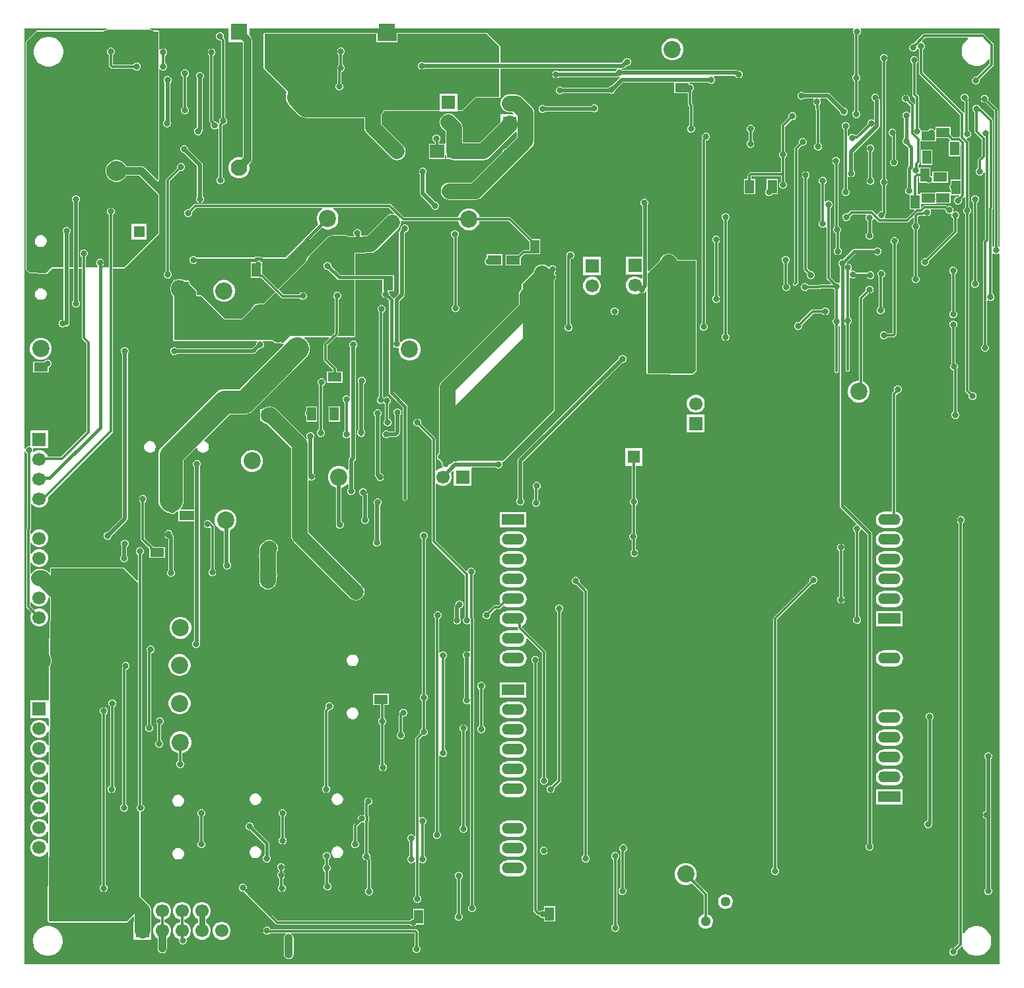
<source format=gbl>
G04*
G04 #@! TF.GenerationSoftware,Altium Limited,Altium Designer,22.2.1 (43)*
G04*
G04 Layer_Physical_Order=2*
G04 Layer_Color=16711680*
%FSLAX25Y25*%
%MOIN*%
G70*
G04*
G04 #@! TF.SameCoordinates,B3CF93AD-5C46-479A-8AA0-F490141B64D1*
G04*
G04*
G04 #@! TF.FilePolarity,Positive*
G04*
G01*
G75*
%ADD11C,0.01181*%
%ADD14C,0.01968*%
%ADD48R,0.07480X0.05118*%
%ADD49R,0.07087X0.04724*%
%ADD61C,0.05079*%
%ADD62R,0.05079X0.05079*%
%ADD63C,0.08661*%
%ADD64R,0.08268X0.08268*%
%ADD65C,0.08268*%
%ADD66C,0.06693*%
%ADD67R,0.06693X0.06693*%
%ADD68C,0.06457*%
%ADD69R,0.06457X0.06457*%
%ADD70C,0.05512*%
%ADD71R,0.05512X0.05512*%
%ADD72O,0.11201X0.05598*%
%ADD73R,0.11201X0.05598*%
%ADD74R,0.06693X0.06693*%
%ADD79C,0.03937*%
%ADD80C,0.07874*%
%ADD81C,0.01575*%
%ADD83C,0.11811*%
%ADD86C,0.03150*%
%ADD87R,0.07284X0.07087*%
%ADD88R,0.04724X0.07087*%
%ADD89R,0.05118X0.07480*%
%ADD90C,0.02953*%
G36*
X492316Y362607D02*
X491816Y362363D01*
X491558Y362542D01*
Y431539D01*
X491481Y431923D01*
X491264Y432248D01*
X486754Y436758D01*
X486800Y436870D01*
Y437653D01*
X486501Y438376D01*
X485947Y438930D01*
X485223Y439230D01*
X484440D01*
X483717Y438930D01*
X483163Y438376D01*
X482863Y437653D01*
Y436870D01*
X483163Y436146D01*
X483717Y435592D01*
X484440Y435293D01*
X485223D01*
X485335Y435339D01*
X489551Y431123D01*
Y362561D01*
X489302Y362390D01*
X488802Y362648D01*
Y381477D01*
X488922Y381657D01*
X488999Y382041D01*
Y426170D01*
X488922Y426554D01*
X488705Y426880D01*
X483540Y432045D01*
X483214Y432262D01*
X482830Y432338D01*
X482680D01*
Y432670D01*
X482380Y433393D01*
X481827Y433947D01*
X481103Y434247D01*
X480320D01*
X479597Y433947D01*
X479043Y433393D01*
X478743Y432670D01*
Y431887D01*
X479043Y431163D01*
X479597Y430610D01*
X479708Y430563D01*
Y420785D01*
X479784Y420401D01*
X480002Y420076D01*
X483299Y416779D01*
Y408467D01*
X481774Y406943D01*
X481556Y406617D01*
X481480Y406233D01*
Y402251D01*
X481368Y402205D01*
X480814Y401651D01*
X480515Y400927D01*
Y400144D01*
X480814Y399421D01*
X481368Y398867D01*
X482092Y398567D01*
X482875D01*
X483598Y398867D01*
X484152Y399421D01*
X484373Y399955D01*
X484873Y399855D01*
Y366249D01*
X484333Y365708D01*
X484115Y365382D01*
X484039Y364998D01*
Y313127D01*
X483927Y313081D01*
X483373Y312527D01*
X483074Y311804D01*
Y311021D01*
X483373Y310297D01*
X483927Y309743D01*
X484651Y309444D01*
X485434D01*
X486157Y309743D01*
X486711Y310297D01*
X487011Y311021D01*
Y311804D01*
X486711Y312527D01*
X486157Y313081D01*
X486046Y313127D01*
Y335264D01*
X486546Y335471D01*
X486683Y335334D01*
X487407Y335034D01*
X488190D01*
X488913Y335334D01*
X489467Y335888D01*
X489767Y336611D01*
Y337394D01*
X489467Y338118D01*
X488913Y338672D01*
X488802Y338718D01*
Y358886D01*
X489302Y359093D01*
X489439Y358956D01*
X490163Y358656D01*
X490946D01*
X491669Y358956D01*
X491816Y359103D01*
X492316Y358896D01*
X492316Y0D01*
X354D01*
X0Y354D01*
X2Y259041D01*
X502Y259141D01*
X679Y258713D01*
X1233Y258159D01*
X1344Y258113D01*
Y220645D01*
X1259Y220560D01*
X1041Y220235D01*
X965Y219851D01*
Y180785D01*
X1041Y180401D01*
X1259Y180076D01*
X3649Y177685D01*
X3264Y177018D01*
X2956Y175867D01*
Y174674D01*
X3264Y173523D01*
X3860Y172491D01*
X4703Y171648D01*
X5736Y171052D01*
X6887Y170743D01*
X8079D01*
X9231Y171052D01*
X10263Y171648D01*
X11106Y172491D01*
X11702Y173523D01*
X12011Y174674D01*
Y175867D01*
X11702Y177018D01*
X11106Y178051D01*
X10263Y178893D01*
X9231Y179490D01*
X8079Y179798D01*
X6887D01*
X5736Y179490D01*
X5069Y179104D01*
X2972Y181201D01*
Y183029D01*
X3472Y183163D01*
X3860Y182491D01*
X4703Y181648D01*
X5736Y181052D01*
X6887Y180743D01*
X8079D01*
X9231Y181052D01*
X10263Y181648D01*
X11106Y182491D01*
X11702Y183523D01*
X12011Y184675D01*
Y185273D01*
X12511Y185480D01*
X12960Y185031D01*
Y173799D01*
X12691Y173530D01*
X12629Y173380D01*
X12566Y173231D01*
X12479Y156536D01*
X12522Y156432D01*
X12536Y156321D01*
X13007Y155506D01*
X13353Y154213D01*
Y152874D01*
X13007Y151580D01*
X12505Y150711D01*
X12491Y150602D01*
X12448Y150500D01*
X12362Y133935D01*
X12008Y133583D01*
X11860Y133583D01*
X2953D01*
Y124528D01*
X11813D01*
X12311Y124153D01*
X12292Y120522D01*
X11792Y120457D01*
X11699Y120803D01*
X11103Y121835D01*
X10260Y122678D01*
X9228Y123274D01*
X8076Y123583D01*
X6884D01*
X5733Y123274D01*
X4700Y122678D01*
X3857Y121835D01*
X3261Y120803D01*
X2953Y119651D01*
Y118459D01*
X3261Y117307D01*
X3857Y116275D01*
X4700Y115432D01*
X5733Y114836D01*
X6884Y114528D01*
X8076D01*
X9228Y114836D01*
X10260Y115432D01*
X11103Y116275D01*
X11699Y117307D01*
X11777Y117597D01*
X12277Y117530D01*
X12241Y110712D01*
X11741Y110648D01*
X11699Y110803D01*
X11103Y111835D01*
X10260Y112678D01*
X9228Y113274D01*
X8076Y113583D01*
X6884D01*
X5733Y113274D01*
X4700Y112678D01*
X3857Y111835D01*
X3261Y110803D01*
X2953Y109651D01*
Y108459D01*
X3261Y107308D01*
X3857Y106275D01*
X4700Y105432D01*
X5733Y104836D01*
X6884Y104528D01*
X8076D01*
X9228Y104836D01*
X10260Y105432D01*
X11103Y106275D01*
X11699Y107308D01*
X11724Y107400D01*
X12224Y107333D01*
X12190Y100902D01*
X11699Y100803D01*
X11103Y101835D01*
X10260Y102678D01*
X9228Y103274D01*
X8076Y103583D01*
X6884D01*
X5733Y103274D01*
X4700Y102678D01*
X3857Y101835D01*
X3261Y100803D01*
X2953Y99651D01*
Y98459D01*
X3261Y97308D01*
X3857Y96275D01*
X4700Y95432D01*
X5733Y94836D01*
X6884Y94528D01*
X8076D01*
X9228Y94836D01*
X10260Y95432D01*
X11103Y96275D01*
X11439Y96857D01*
X12106Y97023D01*
X12170Y96983D01*
X12139Y91003D01*
X11638Y90908D01*
X11103Y91835D01*
X10260Y92678D01*
X9228Y93274D01*
X8076Y93583D01*
X6884D01*
X5733Y93274D01*
X4700Y92678D01*
X3857Y91835D01*
X3261Y90803D01*
X2953Y89651D01*
Y88459D01*
X3261Y87308D01*
X3857Y86275D01*
X4700Y85432D01*
X5733Y84836D01*
X6884Y84528D01*
X8076D01*
X9228Y84836D01*
X10260Y85432D01*
X11103Y86275D01*
X11619Y87168D01*
X12118Y87033D01*
X12088Y81130D01*
X11587Y80998D01*
X11103Y81835D01*
X10260Y82678D01*
X9228Y83274D01*
X8076Y83583D01*
X6884D01*
X5733Y83274D01*
X4700Y82678D01*
X3857Y81835D01*
X3261Y80803D01*
X2953Y79651D01*
Y78459D01*
X3261Y77308D01*
X3857Y76275D01*
X4700Y75432D01*
X5733Y74836D01*
X6884Y74528D01*
X8076D01*
X9228Y74836D01*
X10260Y75432D01*
X11103Y76275D01*
X11567Y77078D01*
X12066Y76942D01*
X12036Y71219D01*
X11535Y71087D01*
X11103Y71835D01*
X10260Y72678D01*
X9228Y73274D01*
X8076Y73583D01*
X6884D01*
X5733Y73274D01*
X4700Y72678D01*
X3857Y71835D01*
X3261Y70803D01*
X2953Y69651D01*
Y68459D01*
X3261Y67308D01*
X3857Y66275D01*
X4700Y65432D01*
X5733Y64836D01*
X6884Y64528D01*
X8076D01*
X9228Y64836D01*
X10260Y65432D01*
X11103Y66275D01*
X11514Y66987D01*
X12013Y66852D01*
X11985Y61309D01*
X11484Y61176D01*
X11103Y61835D01*
X10260Y62678D01*
X9228Y63274D01*
X8076Y63583D01*
X6884D01*
X5733Y63274D01*
X4700Y62678D01*
X3857Y61835D01*
X3261Y60803D01*
X2953Y59651D01*
Y58459D01*
X3261Y57308D01*
X3857Y56275D01*
X4700Y55432D01*
X5733Y54836D01*
X6884Y54528D01*
X8076D01*
X9228Y54836D01*
X10260Y55432D01*
X11103Y56275D01*
X11462Y56896D01*
X11961Y56761D01*
X11780Y22010D01*
X11781Y22010D01*
X11780Y22009D01*
X11842Y21859D01*
X11904Y21708D01*
X11904Y21708D01*
X11904Y21708D01*
X12257Y21353D01*
X12258Y21353D01*
X12258Y21352D01*
X12409Y21290D01*
X12558Y21227D01*
X12559Y21228D01*
X12559Y21227D01*
X51575D01*
X51575Y21227D01*
X51876Y21352D01*
X51876Y21352D01*
X54788Y24264D01*
X55250Y24073D01*
Y21575D01*
X55091D01*
Y12520D01*
X64146D01*
Y21575D01*
X63986D01*
Y25856D01*
X64146Y26451D01*
Y27643D01*
X63837Y28795D01*
X63241Y29827D01*
X62398Y30670D01*
X61865Y30978D01*
X58539Y34304D01*
Y77165D01*
X59053D01*
X59777Y77465D01*
X60330Y78019D01*
X60630Y78742D01*
Y79525D01*
X60330Y80249D01*
X59777Y80803D01*
X59271Y81012D01*
Y206946D01*
X59383Y206993D01*
X59936Y207546D01*
X60236Y208270D01*
Y209053D01*
X59936Y209776D01*
X59383Y210330D01*
X58659Y210630D01*
X57876D01*
X57153Y210330D01*
X56599Y209776D01*
X56299Y209053D01*
Y208270D01*
X56599Y207546D01*
X57153Y206993D01*
X57264Y206946D01*
Y193992D01*
X56802Y193800D01*
X50301Y200301D01*
X50000Y200426D01*
X13386D01*
X13084Y200301D01*
X12960Y200000D01*
Y198039D01*
X12498Y197847D01*
X11986Y198359D01*
X11081Y199053D01*
X10028Y199490D01*
X8897Y199639D01*
X8675D01*
X8079Y199798D01*
X6887D01*
X5736Y199490D01*
X4703Y198893D01*
X3860Y198051D01*
X3472Y197378D01*
X2972Y197512D01*
Y203029D01*
X3472Y203163D01*
X3860Y202491D01*
X4703Y201648D01*
X5736Y201052D01*
X6887Y200743D01*
X8079D01*
X9231Y201052D01*
X10263Y201648D01*
X11106Y202491D01*
X11702Y203523D01*
X12011Y204675D01*
Y205867D01*
X11702Y207018D01*
X11106Y208051D01*
X10263Y208893D01*
X9231Y209490D01*
X8079Y209798D01*
X6887D01*
X5736Y209490D01*
X4703Y208893D01*
X3860Y208051D01*
X3472Y207378D01*
X2972Y207512D01*
Y213029D01*
X3472Y213163D01*
X3860Y212491D01*
X4703Y211648D01*
X5736Y211052D01*
X6887Y210743D01*
X8079D01*
X9231Y211052D01*
X10263Y211648D01*
X11106Y212491D01*
X11702Y213523D01*
X12011Y214674D01*
Y215867D01*
X11702Y217018D01*
X11106Y218051D01*
X10263Y218894D01*
X9231Y219490D01*
X8079Y219798D01*
X6887D01*
X5736Y219490D01*
X4703Y218894D01*
X3860Y218051D01*
X3472Y217378D01*
X2972Y217512D01*
Y219435D01*
X3057Y219520D01*
X3275Y219846D01*
X3351Y220230D01*
Y232406D01*
X3834Y232536D01*
X3860Y232491D01*
X4703Y231648D01*
X5736Y231052D01*
X6887Y230743D01*
X8079D01*
X9231Y231052D01*
X10263Y231648D01*
X11106Y232491D01*
X11702Y233523D01*
X12011Y234675D01*
Y235867D01*
X11946Y236109D01*
X44413Y268577D01*
X44631Y268902D01*
X44707Y269286D01*
Y351542D01*
X50394D01*
X50394Y351542D01*
X50695Y351667D01*
X50695Y351667D01*
X68018Y368990D01*
X68143Y369291D01*
Y388762D01*
X68126Y388803D01*
X68134Y388846D01*
X68065Y388949D01*
X68018Y389064D01*
X67977Y389081D01*
X67953Y389117D01*
X67860Y389179D01*
X58359Y398680D01*
X58057Y398805D01*
X51431D01*
X51377Y398783D01*
X51320Y398791D01*
X51232Y398723D01*
X51129Y398680D01*
X51107Y398627D01*
X51062Y398592D01*
X50526Y397665D01*
X49579Y396718D01*
X48420Y396048D01*
X47126Y395702D01*
X45787D01*
X44494Y396048D01*
X43334Y396718D01*
X42387Y397665D01*
X41718Y398824D01*
X41371Y400118D01*
Y401457D01*
X41718Y402750D01*
X42387Y403910D01*
X43334Y404857D01*
X44494Y405526D01*
X45787Y405873D01*
X47126D01*
X48420Y405526D01*
X49579Y404857D01*
X50526Y403910D01*
X51062Y402983D01*
X51107Y402948D01*
X51129Y402894D01*
X51232Y402852D01*
X51320Y402784D01*
X51377Y402792D01*
X51431Y402770D01*
X59013D01*
X59811Y402611D01*
X60487Y402160D01*
X66953Y395693D01*
X67032Y395660D01*
X67092Y395600D01*
X67176D01*
X67255Y395568D01*
X67333Y395600D01*
X67418D01*
X67880Y395792D01*
X67940Y395852D01*
X68018Y395884D01*
X68050Y395962D01*
X68110Y396022D01*
Y396107D01*
X68143Y396185D01*
Y451986D01*
X68643Y452193D01*
X68967Y451869D01*
X69690Y451570D01*
X70473D01*
X71197Y451869D01*
X71750Y452423D01*
X72050Y453147D01*
Y453930D01*
X71750Y454653D01*
X71197Y455207D01*
X71085Y455253D01*
Y458910D01*
X71197Y458956D01*
X71750Y459510D01*
X72050Y460233D01*
Y461017D01*
X71750Y461740D01*
X71197Y462294D01*
X70473Y462593D01*
X69690D01*
X68967Y462294D01*
X68643Y461970D01*
X68143Y462177D01*
Y471260D01*
X68018Y471561D01*
X67716Y471686D01*
X65316D01*
X65154Y471810D01*
X64100Y472246D01*
X63468Y472330D01*
X63501Y472830D01*
X102956D01*
Y465940D01*
X110179D01*
X110190Y465929D01*
Y407826D01*
X109811Y407447D01*
X108970Y407672D01*
X107571D01*
X106219Y407310D01*
X105007Y406610D01*
X104018Y405621D01*
X103318Y404409D01*
X102956Y403057D01*
Y401657D01*
X103318Y400306D01*
X104018Y399094D01*
X105007Y398104D01*
X106219Y397404D01*
X107571Y397042D01*
X108970D01*
X110322Y397404D01*
X111534Y398104D01*
X112524Y399094D01*
X113223Y400306D01*
X113586Y401657D01*
Y403057D01*
X113300Y404124D01*
X114302Y405126D01*
X114824Y405907D01*
X115007Y406829D01*
Y466927D01*
X114824Y467849D01*
X114302Y468630D01*
X113586Y469346D01*
Y472830D01*
X418613D01*
X418790Y472330D01*
X418507Y471646D01*
Y470863D01*
X418807Y470140D01*
X419078Y469868D01*
Y449582D01*
X418967Y449536D01*
X418413Y448982D01*
X418113Y448259D01*
Y447476D01*
X418413Y446752D01*
X418967Y446198D01*
X419078Y446152D01*
Y431238D01*
X418967Y431191D01*
X418413Y430638D01*
X418113Y429914D01*
Y429131D01*
X418413Y428407D01*
X418967Y427854D01*
X419690Y427554D01*
X420473D01*
X421197Y427854D01*
X421750Y428407D01*
X422050Y429131D01*
Y429914D01*
X421750Y430638D01*
X421197Y431191D01*
X421085Y431238D01*
Y446152D01*
X421197Y446198D01*
X421750Y446752D01*
X422050Y447476D01*
Y448259D01*
X421750Y448982D01*
X421197Y449536D01*
X421085Y449582D01*
Y469377D01*
X421590Y469586D01*
X422144Y470140D01*
X422444Y470863D01*
Y471646D01*
X422161Y472330D01*
X422338Y472830D01*
X492316D01*
Y362607D01*
D02*
G37*
G36*
X67716Y396185D02*
X67255Y395994D01*
X60758Y402491D01*
X59977Y403013D01*
X59055Y403196D01*
X51431D01*
X50867Y404172D01*
X49841Y405198D01*
X48584Y405924D01*
X47182Y406299D01*
X45731D01*
X44329Y405924D01*
X43072Y405198D01*
X42046Y404172D01*
X41320Y402915D01*
X40945Y401513D01*
Y400062D01*
X41320Y398660D01*
X42046Y397403D01*
X43072Y396377D01*
X44329Y395651D01*
X45731Y395276D01*
X47182D01*
X48584Y395651D01*
X49841Y396377D01*
X50867Y397403D01*
X51431Y398379D01*
X58057D01*
X67588Y388848D01*
X67716Y388762D01*
Y369291D01*
X50394Y351969D01*
X44707D01*
Y378595D01*
X44819Y378641D01*
X45373Y379195D01*
X45672Y379918D01*
Y380701D01*
X45373Y381425D01*
X44819Y381979D01*
X44095Y382278D01*
X43312D01*
X42589Y381979D01*
X42035Y381425D01*
X41735Y380701D01*
Y379918D01*
X42035Y379195D01*
X42589Y378641D01*
X42700Y378595D01*
Y351969D01*
X39396D01*
Y352746D01*
X39861Y353211D01*
X40160Y353934D01*
Y354717D01*
X39861Y355441D01*
X39307Y355995D01*
X38583Y356294D01*
X37800D01*
X37077Y355995D01*
X36523Y355441D01*
X36223Y354717D01*
Y353934D01*
X36523Y353211D01*
X36988Y352746D01*
Y351969D01*
X30925D01*
Y357340D01*
X31036Y357386D01*
X31590Y357940D01*
X31890Y358664D01*
Y359447D01*
X31590Y360170D01*
X31036Y360724D01*
X30313Y361024D01*
X29530D01*
X28806Y360724D01*
X28252Y360170D01*
X27953Y359447D01*
Y358664D01*
X28252Y357940D01*
X28806Y357386D01*
X28918Y357340D01*
Y351969D01*
X27392D01*
Y385230D01*
X27656Y385494D01*
X27956Y386218D01*
Y387001D01*
X27656Y387724D01*
X27102Y388278D01*
X26379Y388578D01*
X25596D01*
X24872Y388278D01*
X24318Y387724D01*
X24019Y387001D01*
Y386218D01*
X24318Y385494D01*
X24582Y385230D01*
Y351969D01*
X22665D01*
Y369093D01*
X22929Y369357D01*
X23228Y370081D01*
Y370864D01*
X22929Y371587D01*
X22375Y372141D01*
X21651Y372441D01*
X20868D01*
X20145Y372141D01*
X19591Y371587D01*
X19291Y370864D01*
Y370081D01*
X19591Y369357D01*
X19855Y369093D01*
Y351969D01*
X13780D01*
X11024Y349213D01*
X2759Y349601D01*
X1181Y351179D01*
Y466142D01*
X6299Y471260D01*
X67716D01*
Y396185D01*
D02*
G37*
G36*
X41862Y472330D02*
X41230Y472246D01*
X40177Y471810D01*
X40015Y471686D01*
X6299D01*
X5998Y471561D01*
X880Y466443D01*
X755Y466142D01*
Y351179D01*
X755Y351179D01*
X880Y350878D01*
X880Y350878D01*
X2458Y349300D01*
X2600Y349241D01*
X2739Y349176D01*
X11004Y348787D01*
X11014Y348791D01*
X11024Y348786D01*
X11166Y348845D01*
X11310Y348897D01*
X11315Y348907D01*
X11325Y348911D01*
X13956Y351542D01*
X19855D01*
Y325706D01*
X19683Y325590D01*
X18900D01*
X18176Y325291D01*
X17623Y324737D01*
X17323Y324014D01*
Y323231D01*
X17623Y322507D01*
X18176Y321953D01*
X18900Y321654D01*
X19683D01*
X20406Y321953D01*
X20768Y322315D01*
X21260Y322217D01*
X21798Y322324D01*
X22253Y322629D01*
X22558Y323084D01*
X22665Y323622D01*
Y351542D01*
X24582D01*
Y335232D01*
X24318Y334968D01*
X24019Y334245D01*
Y333462D01*
X24318Y332738D01*
X24872Y332184D01*
X25596Y331885D01*
X26379D01*
X27102Y332184D01*
X27656Y332738D01*
X27956Y333462D01*
Y334245D01*
X27656Y334968D01*
X27392Y335232D01*
Y351542D01*
X28918D01*
Y316583D01*
X28994Y316199D01*
X29212Y315873D01*
X31280Y313805D01*
Y269313D01*
X18477Y256510D01*
X11838D01*
X11702Y257018D01*
X11106Y258051D01*
X10263Y258893D01*
X9231Y259490D01*
X8079Y259798D01*
X6887D01*
X5736Y259490D01*
X4703Y258893D01*
X4582Y258773D01*
X4158Y259056D01*
X4316Y259436D01*
Y260220D01*
X4272Y260327D01*
X4549Y260743D01*
X12011D01*
Y269798D01*
X2956D01*
Y261941D01*
X2739Y261796D01*
X1956D01*
X1233Y261497D01*
X679Y260943D01*
X502Y260515D01*
X2Y260615D01*
X3Y472830D01*
X41829D01*
X41862Y472330D01*
D02*
G37*
G36*
X57264Y192736D02*
Y80520D01*
X56993Y80249D01*
X56693Y79525D01*
Y78742D01*
X56993Y78019D01*
X57546Y77465D01*
X58113Y77231D01*
Y28191D01*
X51575Y21654D01*
X12559D01*
X12207Y22008D01*
X12874Y150498D01*
X13404Y151416D01*
X13780Y152818D01*
Y154269D01*
X13404Y155671D01*
X12905Y156534D01*
X12992Y173228D01*
X13386Y173622D01*
Y200000D01*
X50000D01*
X57264Y192736D01*
D02*
G37*
%LPC*%
G36*
X233465Y470505D02*
X188420D01*
X188119Y470380D01*
X187994Y470079D01*
Y466334D01*
X178217D01*
Y470079D01*
X178092Y470380D01*
X177790Y470505D01*
X121260D01*
X120958Y470380D01*
X120834Y470079D01*
Y452756D01*
X120834Y452756D01*
X120958Y452455D01*
X120958Y452455D01*
X131967Y441446D01*
X131984Y441280D01*
X132266Y440349D01*
X131984Y439419D01*
X131862Y438184D01*
X131984Y436949D01*
X132344Y435762D01*
X132929Y434667D01*
X133716Y433708D01*
X138042Y429383D01*
X138042Y429383D01*
X139001Y428595D01*
X140095Y428010D01*
X141283Y427650D01*
X142518Y427529D01*
X171616D01*
Y422723D01*
X171765Y421592D01*
X172201Y420539D01*
X172896Y419634D01*
X184988Y407541D01*
X185893Y406847D01*
X186946Y406411D01*
X188077Y406262D01*
X189208Y406411D01*
X190261Y406847D01*
X191166Y407541D01*
X191860Y408446D01*
X192296Y409499D01*
X192445Y410630D01*
X192296Y411761D01*
X191860Y412814D01*
X191166Y413719D01*
X180352Y424532D01*
Y429294D01*
X180460Y429383D01*
X181247Y430342D01*
X181636Y431070D01*
X209646D01*
Y430787D01*
X218701D01*
Y431070D01*
X220866D01*
X220866Y431070D01*
X221167Y431195D01*
X227736Y437763D01*
X239764D01*
X240065Y437888D01*
X240190Y438189D01*
Y452532D01*
X299226D01*
X299325Y452032D01*
X299180Y451972D01*
X298626Y451418D01*
X298458Y451011D01*
X269883D01*
X269619Y451275D01*
X268896Y451575D01*
X268112D01*
X267389Y451275D01*
X266835Y450721D01*
X266535Y449998D01*
Y449215D01*
X266835Y448491D01*
X267389Y447937D01*
X268112Y447638D01*
X268896D01*
X269619Y447937D01*
X269883Y448201D01*
X299279D01*
X299816Y448308D01*
X299874Y448347D01*
X299904Y448335D01*
X300418D01*
X300572Y447852D01*
X300572Y447835D01*
X296438Y443701D01*
X296065D01*
X295342Y443401D01*
X294881Y442940D01*
X271500D01*
X271433Y443007D01*
X270709Y443307D01*
X269926D01*
X269203Y443007D01*
X268649Y442454D01*
X268349Y441730D01*
Y440947D01*
X268649Y440224D01*
X269203Y439670D01*
X269926Y439370D01*
X270709D01*
X271433Y439670D01*
X271894Y440131D01*
X295275D01*
X295342Y440063D01*
X296065Y439764D01*
X296848D01*
X297572Y440063D01*
X298126Y440617D01*
X298425Y441341D01*
Y441714D01*
X302152Y445440D01*
X327956D01*
Y439956D01*
X334925D01*
Y434556D01*
X335001Y434172D01*
X335219Y433847D01*
X335614Y433452D01*
Y423757D01*
X335502Y423711D01*
X334948Y423157D01*
X334649Y422434D01*
Y421651D01*
X334948Y420927D01*
X335502Y420373D01*
X336226Y420074D01*
X337009D01*
X337732Y420373D01*
X338286Y420927D01*
X338586Y421651D01*
Y422434D01*
X338286Y423157D01*
X337732Y423711D01*
X337621Y423757D01*
Y433867D01*
X337544Y434251D01*
X337327Y434577D01*
X336932Y434972D01*
Y441143D01*
X337043Y441189D01*
X337597Y441743D01*
X337897Y442466D01*
Y443249D01*
X337597Y443973D01*
X337043Y444526D01*
X336320Y444826D01*
X335830D01*
Y445440D01*
X345474D01*
X345738Y445177D01*
X346462Y444877D01*
X347245D01*
X347968Y445177D01*
X348522Y445730D01*
X348822Y446454D01*
Y447237D01*
X348522Y447961D01*
X348084Y448398D01*
X348248Y448898D01*
X358793D01*
X358964Y448486D01*
X359518Y447932D01*
X360241Y447633D01*
X361024D01*
X361748Y447932D01*
X362302Y448486D01*
X362601Y449210D01*
Y449993D01*
X362302Y450716D01*
X361748Y451270D01*
X361024Y451570D01*
X360241D01*
X360213Y451558D01*
X360149Y451601D01*
X359611Y451708D01*
X301674D01*
X301410Y451972D01*
X301265Y452032D01*
X301365Y452532D01*
X302043D01*
X302580Y452639D01*
X303036Y452944D01*
X304029Y453937D01*
X304722D01*
X305446Y454237D01*
X305999Y454790D01*
X306299Y455514D01*
Y456297D01*
X305999Y457021D01*
X305446Y457574D01*
X304722Y457874D01*
X303939D01*
X303216Y457574D01*
X302662Y457021D01*
X302362Y456297D01*
Y456244D01*
X301461Y455342D01*
X240190D01*
Y463779D01*
X240065Y464081D01*
X240065Y464081D01*
X233766Y470380D01*
X233465Y470505D01*
D02*
G37*
G36*
X327894Y467711D02*
X326443D01*
X325041Y467336D01*
X323784Y466610D01*
X322758Y465584D01*
X322032Y464327D01*
X321656Y462925D01*
Y461474D01*
X322032Y460072D01*
X322758Y458815D01*
X323784Y457789D01*
X325041Y457063D01*
X326443Y456688D01*
X327894D01*
X329296Y457063D01*
X330553Y457789D01*
X331579Y458815D01*
X332305Y460072D01*
X332680Y461474D01*
Y462925D01*
X332305Y464327D01*
X331579Y465584D01*
X330553Y466610D01*
X329296Y467336D01*
X327894Y467711D01*
D02*
G37*
G36*
X483892Y470093D02*
X454379D01*
X453995Y470017D01*
X453669Y469799D01*
X449490Y465620D01*
X449465Y465582D01*
X448839Y464956D01*
X448430D01*
X447707Y464656D01*
X447153Y464102D01*
X446853Y463379D01*
Y462596D01*
X447153Y461872D01*
X447707Y461318D01*
X448430Y461019D01*
X449213D01*
X449937Y461318D01*
X450491Y461872D01*
X450719Y462424D01*
X451202Y462559D01*
X451273Y462553D01*
X451644Y462181D01*
X451755Y462135D01*
Y450056D01*
X451832Y449672D01*
X452049Y449347D01*
X472228Y429168D01*
Y418299D01*
X472011Y417833D01*
X471756Y417832D01*
X468868D01*
X467767Y418934D01*
Y423027D01*
X459893D01*
Y421465D01*
X459393Y421342D01*
X458992Y421743D01*
X458268Y422042D01*
X457485D01*
X456762Y421743D01*
X456274Y421255D01*
X452805D01*
X452506Y421976D01*
X451953Y422530D01*
X451841Y422576D01*
Y437963D01*
X451765Y438347D01*
X451547Y438673D01*
X450219Y440001D01*
Y454973D01*
X450331Y455019D01*
X450884Y455573D01*
X451184Y456296D01*
Y457080D01*
X450884Y457803D01*
X450331Y458357D01*
X449607Y458656D01*
X448824D01*
X448101Y458357D01*
X447547Y457803D01*
X447247Y457080D01*
Y456296D01*
X447547Y455573D01*
X448101Y455019D01*
X448212Y454973D01*
Y439585D01*
X448288Y439201D01*
X448506Y438876D01*
X449834Y437548D01*
Y423069D01*
X449782Y423033D01*
X449282Y423295D01*
Y434014D01*
X449206Y434398D01*
X448988Y434723D01*
X446925Y436786D01*
X446971Y436898D01*
Y437681D01*
X446672Y438404D01*
X446118Y438958D01*
X445395Y439258D01*
X444611D01*
X443888Y438958D01*
X443334Y438404D01*
X443034Y437681D01*
Y436898D01*
X443334Y436174D01*
X443888Y435620D01*
X444611Y435321D01*
X445395D01*
X445506Y435367D01*
X447275Y433598D01*
Y430230D01*
X446775Y430023D01*
X446394Y430404D01*
X445670Y430704D01*
X444887D01*
X444164Y430404D01*
X443610Y429850D01*
X443310Y429127D01*
Y428344D01*
X443610Y427620D01*
X444074Y427155D01*
Y417323D01*
X443610Y416858D01*
X443310Y416135D01*
Y415351D01*
X443610Y414628D01*
X444164Y414074D01*
X444887Y413774D01*
X445118D01*
X446484Y412409D01*
Y403314D01*
X445973Y402803D01*
X445712Y402412D01*
X445620Y401952D01*
X445620Y401952D01*
Y392206D01*
X445155Y391742D01*
X444856Y391018D01*
Y390235D01*
X445155Y389512D01*
X445709Y388958D01*
X446433Y388658D01*
X447097D01*
Y381294D01*
X449050D01*
X449241Y380832D01*
X445195Y376786D01*
X434562D01*
X434374Y377286D01*
X434649Y377950D01*
Y378733D01*
X434598Y378854D01*
X434788Y379138D01*
X434865Y379523D01*
Y393468D01*
X434976Y393514D01*
X435530Y394068D01*
X435830Y394792D01*
Y395575D01*
X435530Y396298D01*
X434976Y396852D01*
X434865Y396898D01*
Y456154D01*
X434976Y456200D01*
X435530Y456754D01*
X435830Y457477D01*
Y458261D01*
X435530Y458984D01*
X434976Y459538D01*
X434253Y459837D01*
X433470D01*
X432746Y459538D01*
X432192Y458984D01*
X431893Y458261D01*
Y457477D01*
X432192Y456754D01*
X432746Y456200D01*
X432858Y456154D01*
Y396898D01*
X432746Y396852D01*
X432192Y396298D01*
X431893Y395575D01*
Y394792D01*
X432192Y394068D01*
X432746Y393514D01*
X432858Y393468D01*
Y380310D01*
X432289D01*
X431565Y380010D01*
X431011Y379456D01*
X430781Y378900D01*
X430326Y378749D01*
X430220Y378753D01*
X428544Y380429D01*
X428219Y380646D01*
X427835Y380723D01*
X417531D01*
X417147Y380646D01*
X416821Y380429D01*
X415751Y379359D01*
X415355Y379522D01*
X414572D01*
X413848Y379223D01*
X413295Y378669D01*
X412995Y377946D01*
Y377163D01*
X413295Y376439D01*
X413848Y375885D01*
X414572Y375586D01*
X415355D01*
X416079Y375885D01*
X416632Y376439D01*
X416932Y377163D01*
Y377701D01*
X417946Y378716D01*
X424893D01*
X425081Y378216D01*
X424806Y377552D01*
Y376769D01*
X425106Y376045D01*
X425570Y375581D01*
Y369685D01*
X425106Y369220D01*
X424806Y368497D01*
Y367714D01*
X425106Y366990D01*
X425660Y366436D01*
X426383Y366137D01*
X427166D01*
X427890Y366436D01*
X428443Y366990D01*
X428743Y367714D01*
Y368497D01*
X428443Y369220D01*
X427979Y369685D01*
Y375581D01*
X428443Y376045D01*
X428674Y376602D01*
X429129Y376753D01*
X429235Y376749D01*
X430910Y375073D01*
X431236Y374855D01*
X431620Y374779D01*
X445611D01*
X445995Y374855D01*
X446320Y375073D01*
X448537Y377290D01*
X448999Y377099D01*
Y374545D01*
X448888Y374499D01*
X448334Y373945D01*
X448034Y373221D01*
Y372438D01*
X448334Y371715D01*
X448888Y371161D01*
X449026Y371103D01*
Y347752D01*
X448942Y347717D01*
X448388Y347164D01*
X448089Y346440D01*
Y345657D01*
X448388Y344934D01*
X448942Y344380D01*
X449665Y344080D01*
X450449D01*
X451172Y344380D01*
X451726Y344934D01*
X452026Y345657D01*
Y346440D01*
X451726Y347164D01*
X451172Y347717D01*
X451033Y347775D01*
Y371126D01*
X451118Y371161D01*
X451672Y371715D01*
X451971Y372438D01*
Y373221D01*
X451672Y373945D01*
X451118Y374499D01*
X451007Y374545D01*
Y377532D01*
X451600Y378125D01*
X453275D01*
X453659Y378202D01*
X453985Y378419D01*
X454102Y378536D01*
X454308D01*
X454597Y378247D01*
X455320Y377948D01*
X456103D01*
X456827Y378247D01*
X457380Y378801D01*
X457680Y379525D01*
Y380308D01*
X457405Y380972D01*
X457593Y381472D01*
X464639D01*
X465011Y381100D01*
Y380691D01*
X465310Y379968D01*
X465864Y379414D01*
X466588Y379114D01*
X467371D01*
X467804Y379294D01*
X468187Y378911D01*
X468113Y378733D01*
Y377950D01*
X468413Y377226D01*
X468967Y376673D01*
X469078Y376626D01*
Y370489D01*
X455231Y356642D01*
X455119Y356688D01*
X454336D01*
X453612Y356388D01*
X453058Y355835D01*
X452759Y355111D01*
Y354328D01*
X453058Y353604D01*
X453612Y353051D01*
X454336Y352751D01*
X455119D01*
X455842Y353051D01*
X456396Y353604D01*
X456696Y354328D01*
Y355111D01*
X456650Y355223D01*
X470791Y369364D01*
X471009Y369690D01*
X471085Y370074D01*
Y376626D01*
X471197Y376673D01*
X471750Y377226D01*
X472050Y377950D01*
Y378733D01*
X471750Y379456D01*
X471197Y380010D01*
X470473Y380310D01*
X469690D01*
X469257Y380130D01*
X468874Y380513D01*
X468948Y380691D01*
Y381474D01*
X468648Y382198D01*
X468094Y382752D01*
X467371Y383051D01*
X466588D01*
X466100Y382849D01*
X465764Y383185D01*
X465438Y383402D01*
X465054Y383479D01*
X454395D01*
X454011Y383402D01*
X453685Y383185D01*
X453071Y382571D01*
X452609Y382762D01*
Y384247D01*
X460286D01*
Y384444D01*
X467767D01*
Y388578D01*
X471946D01*
X472137Y388116D01*
X471728Y387706D01*
X471617Y387752D01*
X470833D01*
X470110Y387453D01*
X469556Y386899D01*
X469256Y386175D01*
Y385392D01*
X469556Y384669D01*
X470110Y384115D01*
X470833Y383815D01*
X471617D01*
X472340Y384115D01*
X472894Y384669D01*
X473193Y385392D01*
Y386175D01*
X473147Y386287D01*
X474484Y387623D01*
X474683Y387597D01*
X474984Y387448D01*
Y382365D01*
X474910Y382335D01*
X474356Y381781D01*
X474057Y381057D01*
Y380274D01*
X474356Y379551D01*
X474910Y378997D01*
X474984Y378966D01*
Y289759D01*
X475060Y289375D01*
X475278Y289049D01*
X476821Y287506D01*
X476775Y287394D01*
Y286611D01*
X477074Y285888D01*
X477628Y285334D01*
X478351Y285034D01*
X479135D01*
X479858Y285334D01*
X480412Y285888D01*
X480712Y286611D01*
Y287394D01*
X480412Y288118D01*
X479858Y288672D01*
X479135Y288971D01*
X478351D01*
X478240Y288925D01*
X476991Y290174D01*
Y378935D01*
X477140Y378997D01*
X477694Y379551D01*
X477994Y380274D01*
Y381057D01*
X477694Y381781D01*
X477140Y382335D01*
X476991Y382397D01*
Y415078D01*
X476914Y415462D01*
X476697Y415788D01*
X475667Y416818D01*
X475874Y417318D01*
X476379D01*
X477102Y417618D01*
X477656Y418171D01*
X477956Y418895D01*
Y419678D01*
X477656Y420401D01*
X477102Y420955D01*
X476597Y421164D01*
Y436535D01*
X476521Y436919D01*
X476507Y436939D01*
X476739Y437499D01*
Y438282D01*
X476440Y439005D01*
X475886Y439559D01*
X475162Y439859D01*
X474379D01*
X473656Y439559D01*
X473102Y439005D01*
X472802Y438282D01*
Y437499D01*
X473102Y436775D01*
X473656Y436221D01*
X474379Y435922D01*
X474590D01*
Y430166D01*
X474090Y430070D01*
X473941Y430293D01*
X453762Y450472D01*
Y462135D01*
X453874Y462181D01*
X454428Y462735D01*
X454727Y463459D01*
Y464242D01*
X454428Y464965D01*
X453874Y465519D01*
X453210Y465794D01*
X452989Y466281D01*
X454795Y468086D01*
X476335D01*
X476487Y467586D01*
X475943Y467223D01*
X474901Y466181D01*
X474083Y464956D01*
X473519Y463594D01*
X473231Y462149D01*
Y460676D01*
X473519Y459230D01*
X474083Y457869D01*
X474901Y456644D01*
X475943Y455602D01*
X477168Y454783D01*
X478530Y454219D01*
X479975Y453932D01*
X481448D01*
X482894Y454219D01*
X484255Y454783D01*
X485480Y455602D01*
X486522Y456644D01*
X486885Y457188D01*
X487385Y457036D01*
Y454938D01*
X480821Y448374D01*
X480710Y448420D01*
X479926D01*
X479203Y448120D01*
X478649Y447567D01*
X478349Y446843D01*
Y446060D01*
X478649Y445337D01*
X479203Y444783D01*
X479926Y444483D01*
X480710D01*
X481433Y444783D01*
X481987Y445337D01*
X482286Y446060D01*
Y446843D01*
X482240Y446955D01*
X489098Y453813D01*
X489316Y454139D01*
X489392Y454523D01*
Y464592D01*
X489316Y464976D01*
X489098Y465302D01*
X484601Y469799D01*
X484276Y470017D01*
X483892Y470093D01*
D02*
G37*
G36*
X288155Y434363D02*
X287372D01*
X286648Y434063D01*
X286178Y433593D01*
X262793D01*
X262735Y433651D01*
X262012Y433951D01*
X261229D01*
X260505Y433651D01*
X259951Y433097D01*
X259652Y432374D01*
Y431591D01*
X259951Y430867D01*
X260505Y430313D01*
X261229Y430014D01*
X262012D01*
X262735Y430313D01*
X263205Y430783D01*
X286591D01*
X286648Y430726D01*
X287372Y430426D01*
X288155D01*
X288878Y430726D01*
X289432Y431279D01*
X289732Y432003D01*
Y432786D01*
X289432Y433509D01*
X288878Y434063D01*
X288155Y434363D01*
D02*
G37*
G36*
X81497Y451964D02*
X80714D01*
X79990Y451664D01*
X79436Y451110D01*
X79137Y450386D01*
Y449603D01*
X79436Y448880D01*
X79990Y448326D01*
X80100Y448281D01*
Y433211D01*
X79987Y433164D01*
X79433Y432610D01*
X79134Y431887D01*
Y431104D01*
X79433Y430380D01*
X79987Y429826D01*
X80711Y429527D01*
X81494D01*
X82217Y429826D01*
X82771Y430380D01*
X83071Y431104D01*
Y431887D01*
X82771Y432610D01*
X82217Y433164D01*
X82107Y433210D01*
Y448279D01*
X82220Y448326D01*
X82774Y448880D01*
X83074Y449603D01*
Y450386D01*
X82774Y451110D01*
X82220Y451664D01*
X81497Y451964D01*
D02*
G37*
G36*
X392730Y440724D02*
X391947D01*
X391224Y440425D01*
X390670Y439871D01*
X390370Y439147D01*
Y438364D01*
X390670Y437641D01*
X391224Y437087D01*
X391947Y436787D01*
X392730D01*
X393454Y437087D01*
X393718Y437351D01*
X398359D01*
X398566Y436851D01*
X398493Y436778D01*
X398193Y436054D01*
Y435271D01*
X398493Y434548D01*
X399047Y433994D01*
X399196Y433932D01*
Y432316D01*
X399273Y431932D01*
X399490Y431607D01*
X399787Y431310D01*
Y414702D01*
X399675Y414656D01*
X399121Y414102D01*
X398822Y413379D01*
Y412596D01*
X399121Y411872D01*
X399675Y411318D01*
X400399Y411019D01*
X401182D01*
X401905Y411318D01*
X402459Y411872D01*
X402759Y412596D01*
Y413379D01*
X402459Y414102D01*
X401905Y414656D01*
X401794Y414702D01*
Y431726D01*
X401718Y432110D01*
X401500Y432435D01*
X401203Y432732D01*
Y433963D01*
X401277Y433994D01*
X401831Y434548D01*
X402130Y435271D01*
Y436054D01*
X401831Y436778D01*
X401758Y436851D01*
X401965Y437351D01*
X405150D01*
X411811Y430690D01*
Y430317D01*
X412111Y429594D01*
X412665Y429040D01*
X413388Y428740D01*
X414171D01*
X414895Y429040D01*
X415448Y429594D01*
X415748Y430317D01*
Y431100D01*
X415448Y431824D01*
X414895Y432377D01*
X414171Y432677D01*
X413798D01*
X406726Y439749D01*
X406270Y440054D01*
X405732Y440161D01*
X393718D01*
X393454Y440425D01*
X392730Y440724D01*
D02*
G37*
G36*
X429919Y439764D02*
X429136D01*
X428412Y439464D01*
X427859Y438910D01*
X427559Y438187D01*
Y437404D01*
X427859Y436680D01*
X428412Y436127D01*
X429110Y435838D01*
Y426688D01*
X428610Y426495D01*
X427954Y426767D01*
X427170D01*
X426447Y426467D01*
X425893Y425913D01*
X425594Y425190D01*
Y424407D01*
X425640Y424295D01*
X420060Y418715D01*
X419528D01*
X418984Y419259D01*
X418260Y419559D01*
X417477D01*
X416754Y419259D01*
X416200Y418706D01*
X416073Y418400D01*
X415573Y418500D01*
Y421804D01*
X415685Y421850D01*
X416239Y422403D01*
X416538Y423127D01*
Y423910D01*
X416239Y424634D01*
X415685Y425187D01*
X414961Y425487D01*
X414178D01*
X413455Y425187D01*
X412901Y424634D01*
X412601Y423910D01*
Y423127D01*
X412901Y422403D01*
X413455Y421850D01*
X413566Y421804D01*
Y391867D01*
X413455Y391821D01*
X412901Y391267D01*
X412601Y390544D01*
Y389761D01*
X412901Y389037D01*
X413455Y388484D01*
X414178Y388184D01*
X414961D01*
X415685Y388484D01*
X416239Y389037D01*
X416538Y389761D01*
Y390544D01*
X416239Y391267D01*
X415685Y391821D01*
X415573Y391867D01*
Y397865D01*
X416073Y398072D01*
X416208Y397937D01*
X416931Y397638D01*
X417714D01*
X418438Y397937D01*
X418992Y398491D01*
X419291Y399215D01*
Y399998D01*
X418992Y400721D01*
X418728Y400985D01*
Y409801D01*
X431508Y422582D01*
X431813Y423037D01*
X431920Y423575D01*
Y436488D01*
X431813Y437026D01*
X431508Y437482D01*
X431496Y437490D01*
Y438187D01*
X431196Y438910D01*
X430643Y439464D01*
X429919Y439764D01*
D02*
G37*
G36*
X388190Y430310D02*
X387407D01*
X386683Y430010D01*
X386129Y429457D01*
X385830Y428733D01*
Y427950D01*
X385876Y427838D01*
X382364Y424327D01*
X382147Y424001D01*
X382070Y423617D01*
Y410765D01*
X381959Y410719D01*
X381405Y410165D01*
X381105Y409442D01*
Y408659D01*
X381405Y407935D01*
X381959Y407381D01*
X382070Y407335D01*
Y400211D01*
X366837D01*
X366453Y400135D01*
X366127Y399917D01*
X365435Y399225D01*
X365217Y398900D01*
X365141Y398516D01*
Y396845D01*
X363389D01*
Y388971D01*
X368901D01*
Y396845D01*
X367148D01*
Y398100D01*
X367252Y398204D01*
X382070D01*
Y395411D01*
X381959Y395365D01*
X381405Y394811D01*
X381105Y394087D01*
Y393304D01*
X381405Y392581D01*
X381959Y392027D01*
X382682Y391727D01*
X383465D01*
X384189Y392027D01*
X384743Y392581D01*
X385042Y393304D01*
Y394087D01*
X384743Y394811D01*
X384189Y395365D01*
X384077Y395411D01*
Y399266D01*
Y407335D01*
X384189Y407381D01*
X384743Y407935D01*
X385042Y408659D01*
Y409442D01*
X384743Y410165D01*
X384189Y410719D01*
X384077Y410765D01*
Y423201D01*
X387295Y426419D01*
X387407Y426373D01*
X388190D01*
X388913Y426673D01*
X389467Y427226D01*
X389767Y427950D01*
Y428733D01*
X389467Y429457D01*
X388913Y430010D01*
X388190Y430310D01*
D02*
G37*
G36*
X99213Y470861D02*
X98430D01*
X97707Y470561D01*
X97153Y470008D01*
X96853Y469284D01*
Y468501D01*
X97153Y467778D01*
X97707Y467224D01*
X98430Y466924D01*
X98839D01*
X99390Y466372D01*
Y427699D01*
X99279Y427653D01*
X98725Y427099D01*
X98425Y426376D01*
Y425593D01*
X98580Y425219D01*
X98255Y424824D01*
X97937Y424838D01*
X97765Y424908D01*
X97755Y424934D01*
X97201Y425488D01*
X96477Y425787D01*
X96069D01*
X95495Y426362D01*
Y458910D01*
X95606Y458956D01*
X96160Y459510D01*
X96460Y460233D01*
Y461017D01*
X96160Y461740D01*
X95606Y462294D01*
X94883Y462593D01*
X94100D01*
X93376Y462294D01*
X92822Y461740D01*
X92523Y461017D01*
Y460233D01*
X92822Y459510D01*
X93376Y458956D01*
X93488Y458910D01*
Y425946D01*
X93564Y425562D01*
X93782Y425237D01*
X94319Y424699D01*
X94117Y424211D01*
Y423427D01*
X94417Y422704D01*
X94971Y422150D01*
X95694Y421850D01*
X96477D01*
X97201Y422150D01*
X97444Y422394D01*
X97944Y422186D01*
Y397688D01*
X97833Y397642D01*
X97279Y397088D01*
X96979Y396364D01*
Y395581D01*
X97279Y394858D01*
X97833Y394304D01*
X98556Y394004D01*
X99339D01*
X100063Y394304D01*
X100617Y394858D01*
X100916Y395581D01*
Y396364D01*
X100617Y397088D01*
X100063Y397642D01*
X99951Y397688D01*
Y423590D01*
X100377Y424016D01*
X100785D01*
X101509Y424315D01*
X102062Y424869D01*
X102362Y425593D01*
Y426376D01*
X102062Y427099D01*
X101509Y427653D01*
X101397Y427699D01*
Y466788D01*
X101321Y467172D01*
X101103Y467498D01*
X100588Y468013D01*
X100790Y468501D01*
Y469284D01*
X100491Y470008D01*
X99937Y470561D01*
X99213Y470861D01*
D02*
G37*
G36*
X72639Y448617D02*
X71855D01*
X71132Y448317D01*
X70578Y447764D01*
X70279Y447040D01*
Y446257D01*
X70578Y445534D01*
X70842Y445270D01*
Y426374D01*
X70381Y425913D01*
X70082Y425190D01*
Y424407D01*
X70381Y423683D01*
X70935Y423129D01*
X71659Y422830D01*
X72442D01*
X73165Y423129D01*
X73719Y423683D01*
X74019Y424407D01*
Y425190D01*
X73719Y425913D01*
X73652Y425980D01*
Y445270D01*
X73916Y445534D01*
X74216Y446257D01*
Y447040D01*
X73916Y447764D01*
X73362Y448317D01*
X72639Y448617D01*
D02*
G37*
G36*
X88977Y450782D02*
X88194D01*
X87471Y450483D01*
X86917Y449929D01*
X86617Y449205D01*
Y448422D01*
X86917Y447699D01*
X87181Y447435D01*
Y422736D01*
X86683Y422530D01*
X86129Y421976D01*
X85830Y421253D01*
Y420470D01*
X86129Y419746D01*
X86683Y419192D01*
X87407Y418893D01*
X88190D01*
X88913Y419192D01*
X89467Y419746D01*
X89767Y420470D01*
Y420936D01*
X89884Y421111D01*
X89991Y421649D01*
Y447435D01*
X90254Y447699D01*
X90554Y448422D01*
Y449205D01*
X90254Y449929D01*
X89701Y450483D01*
X88977Y450782D01*
D02*
G37*
G36*
X245478Y439449D02*
X244286D01*
X243134Y439140D01*
X242102Y438544D01*
X241259Y437701D01*
X240663Y436669D01*
X240354Y435517D01*
Y434325D01*
X240663Y433174D01*
X241259Y432141D01*
X242102Y431298D01*
X243134Y430702D01*
X244286Y430394D01*
X245478D01*
X246073Y430553D01*
X246447D01*
X247089Y429911D01*
X246898Y429449D01*
X240354D01*
Y425390D01*
X229962Y414998D01*
X221297D01*
Y422559D01*
X221148Y423690D01*
X220712Y424743D01*
X220018Y425648D01*
X218104Y427561D01*
X217796Y428095D01*
X216953Y428938D01*
X215921Y429534D01*
X214769Y429843D01*
X213577D01*
X212426Y429534D01*
X211393Y428938D01*
X210550Y428095D01*
X209954Y427063D01*
X209646Y425911D01*
Y424719D01*
X209954Y423567D01*
X210550Y422535D01*
X211393Y421692D01*
X211927Y421384D01*
X212561Y420750D01*
Y414960D01*
X212303Y414567D01*
X212061Y414567D01*
X209271D01*
Y415774D01*
X209619Y416122D01*
X209919Y416846D01*
Y417629D01*
X209619Y418352D01*
X209066Y418906D01*
X208342Y419206D01*
X207559D01*
X206836Y418906D01*
X206282Y418352D01*
X205982Y417629D01*
Y416846D01*
X206282Y416122D01*
X206836Y415568D01*
X207264Y415391D01*
Y414567D01*
X204232D01*
Y406693D01*
X212303D01*
Y408658D01*
X212803Y408870D01*
X212894Y408782D01*
Y406693D01*
X215117D01*
X215799Y406411D01*
X216929Y406262D01*
X231772D01*
X232902Y406411D01*
X233956Y406847D01*
X234860Y407541D01*
X247713Y420394D01*
X248781D01*
Y417819D01*
X243167Y412205D01*
X242916D01*
X242192Y411905D01*
X241638Y411351D01*
X241339Y410628D01*
Y410376D01*
X225881Y394919D01*
X214567D01*
X213436Y394770D01*
X212383Y394334D01*
X211478Y393640D01*
X210784Y392735D01*
X210348Y391682D01*
X210199Y390551D01*
X210348Y389421D01*
X210784Y388367D01*
X211478Y387462D01*
X212383Y386768D01*
X213436Y386332D01*
X214567Y386183D01*
X227691D01*
X228821Y386332D01*
X229875Y386768D01*
X230780Y387462D01*
X256238Y412921D01*
X256932Y413826D01*
X257369Y414880D01*
X257518Y416010D01*
Y430028D01*
X257369Y431158D01*
X256932Y432212D01*
X256238Y433116D01*
X251345Y438010D01*
X250440Y438704D01*
X249387Y439141D01*
X248256Y439289D01*
X246073D01*
X245478Y439449D01*
D02*
G37*
G36*
X393308Y417318D02*
X392525D01*
X391801Y417018D01*
X391248Y416464D01*
X390948Y415741D01*
Y414958D01*
X390994Y414846D01*
X389057Y412909D01*
X388840Y412584D01*
X388763Y412200D01*
Y344899D01*
X388270Y344405D01*
X388052Y344080D01*
X387976Y343696D01*
X388052Y343312D01*
X388270Y342986D01*
X388595Y342769D01*
X388979Y342692D01*
X389363Y342769D01*
X389689Y342986D01*
X390476Y343774D01*
X390694Y344099D01*
X390770Y344483D01*
Y411784D01*
X392413Y413427D01*
X392525Y413381D01*
X393308D01*
X394031Y413681D01*
X394585Y414234D01*
X394885Y414958D01*
Y415741D01*
X394585Y416464D01*
X394031Y417018D01*
X393308Y417318D01*
D02*
G37*
G36*
X367035Y424011D02*
X366252D01*
X365528Y423711D01*
X364974Y423157D01*
X364675Y422434D01*
Y421651D01*
X364974Y420927D01*
X365528Y420373D01*
X365535Y420371D01*
Y416277D01*
X365423Y416231D01*
X364869Y415677D01*
X364570Y414954D01*
Y414170D01*
X364869Y413447D01*
X365423Y412893D01*
X366147Y412593D01*
X366930D01*
X367653Y412893D01*
X368207Y413447D01*
X368507Y414170D01*
Y414954D01*
X368207Y415677D01*
X367653Y416231D01*
X367542Y416277D01*
Y420284D01*
X367758Y420373D01*
X368312Y420927D01*
X368612Y421651D01*
Y422434D01*
X368312Y423157D01*
X367758Y423711D01*
X367035Y424011D01*
D02*
G37*
G36*
X438584Y422042D02*
X437800D01*
X437077Y421743D01*
X436523Y421189D01*
X436223Y420465D01*
Y419682D01*
X436523Y418959D01*
X437077Y418405D01*
X437800Y418105D01*
X437976D01*
Y406828D01*
X437864Y406782D01*
X437311Y406228D01*
X437011Y405505D01*
Y404721D01*
X437311Y403998D01*
X437864Y403444D01*
X438588Y403145D01*
X439371D01*
X440094Y403444D01*
X440648Y403998D01*
X440948Y404721D01*
Y405505D01*
X440648Y406228D01*
X440094Y406782D01*
X439983Y406828D01*
Y419253D01*
X440160Y419682D01*
Y420465D01*
X439861Y421189D01*
X439307Y421743D01*
X438584Y422042D01*
D02*
G37*
G36*
X79528Y404719D02*
X78745D01*
X78022Y404420D01*
X77468Y403866D01*
X77168Y403142D01*
Y402359D01*
X77214Y402248D01*
X71731Y396765D01*
X71514Y396439D01*
X71437Y396055D01*
Y350140D01*
X71326Y350094D01*
X70772Y349540D01*
X70472Y348817D01*
Y348034D01*
X70772Y347310D01*
X71326Y346756D01*
X72049Y346457D01*
X72833D01*
X73556Y346756D01*
X74110Y347310D01*
X74409Y348034D01*
Y348817D01*
X74110Y349540D01*
X73556Y350094D01*
X73444Y350140D01*
Y395639D01*
X78634Y400829D01*
X78745Y400782D01*
X79528D01*
X80252Y401082D01*
X80806Y401636D01*
X81105Y402359D01*
Y403142D01*
X80806Y403866D01*
X80252Y404420D01*
X79528Y404719D01*
D02*
G37*
G36*
X427560Y414168D02*
X426777D01*
X426053Y413869D01*
X425499Y413315D01*
X425200Y412591D01*
Y411808D01*
X425499Y411085D01*
X426053Y410531D01*
X426165Y410485D01*
Y397379D01*
X426053Y397333D01*
X425499Y396779D01*
X425200Y396056D01*
Y395273D01*
X425499Y394549D01*
X426053Y393995D01*
X426777Y393696D01*
X427560D01*
X428283Y393995D01*
X428837Y394549D01*
X429137Y395273D01*
Y396056D01*
X428837Y396779D01*
X428283Y397333D01*
X428172Y397379D01*
Y410485D01*
X428283Y410531D01*
X428837Y411085D01*
X429137Y411808D01*
Y412591D01*
X428837Y413315D01*
X428283Y413869D01*
X427560Y414168D01*
D02*
G37*
G36*
X380318Y396845D02*
X374806D01*
Y391616D01*
X374289Y391099D01*
X373989Y390376D01*
Y389592D01*
X374289Y388869D01*
X374843Y388315D01*
X375566Y388016D01*
X376349D01*
X377073Y388315D01*
X377627Y388869D01*
X377669Y388971D01*
X380318D01*
Y396845D01*
D02*
G37*
G36*
X81100Y413779D02*
X80317D01*
X79593Y413479D01*
X79040Y412925D01*
X78740Y412202D01*
Y411419D01*
X79040Y410695D01*
X79593Y410141D01*
X80317Y409842D01*
X80690D01*
X87181Y403351D01*
Y387988D01*
X86917Y387724D01*
X86617Y387001D01*
Y386218D01*
X86917Y385494D01*
X87471Y384940D01*
X88194Y384641D01*
X88977D01*
X89701Y384940D01*
X90254Y385494D01*
X90554Y386218D01*
Y387001D01*
X90254Y387724D01*
X89991Y387988D01*
Y403933D01*
X89884Y404471D01*
X89579Y404926D01*
X82677Y411829D01*
Y412202D01*
X82377Y412925D01*
X81824Y413479D01*
X81100Y413779D01*
D02*
G37*
G36*
X201573Y402362D02*
X200789D01*
X200066Y402063D01*
X199512Y401509D01*
X199213Y400785D01*
Y400002D01*
X199512Y399279D01*
X199776Y399015D01*
Y389368D01*
X199883Y388830D01*
X200188Y388374D01*
X205515Y383047D01*
Y382674D01*
X205814Y381951D01*
X206368Y381397D01*
X207092Y381097D01*
X207875D01*
X208598Y381397D01*
X209152Y381951D01*
X209452Y382674D01*
Y383457D01*
X209152Y384181D01*
X208598Y384735D01*
X207875Y385034D01*
X207502D01*
X202586Y389950D01*
Y399015D01*
X202850Y399279D01*
X203150Y400002D01*
Y400785D01*
X202850Y401509D01*
X202296Y402063D01*
X201573Y402362D01*
D02*
G37*
G36*
X410237Y407869D02*
X409454D01*
X408730Y407569D01*
X408177Y407016D01*
X407877Y406292D01*
Y405509D01*
X408177Y404785D01*
X408730Y404232D01*
X409086Y404084D01*
Y372697D01*
X408666Y372276D01*
X408366Y371552D01*
Y370769D01*
X408666Y370046D01*
X409219Y369492D01*
X409530Y369363D01*
X409592Y369302D01*
Y361986D01*
X409480Y361940D01*
X408926Y361386D01*
X408627Y360663D01*
Y359880D01*
X408926Y359156D01*
X409480Y358602D01*
X410204Y358303D01*
X410987D01*
X411710Y358602D01*
X412264Y359156D01*
X412564Y359880D01*
Y360663D01*
X412264Y361386D01*
X411710Y361940D01*
X411599Y361986D01*
Y369641D01*
X412003Y370046D01*
X412303Y370769D01*
Y371552D01*
X412003Y372276D01*
X411449Y372830D01*
X411094Y372977D01*
Y404365D01*
X411514Y404785D01*
X411814Y405509D01*
Y406292D01*
X411514Y407016D01*
X410960Y407569D01*
X410237Y407869D01*
D02*
G37*
G36*
X403544Y397633D02*
X402761D01*
X402037Y397333D01*
X401484Y396779D01*
X401184Y396056D01*
Y395273D01*
X401484Y394549D01*
X402037Y393995D01*
X402149Y393949D01*
Y375726D01*
X402037Y375680D01*
X401484Y375126D01*
X401184Y374402D01*
Y373619D01*
X401484Y372896D01*
X402037Y372342D01*
X402761Y372042D01*
X403544D01*
X404268Y372342D01*
X404405Y372479D01*
X404905Y372272D01*
Y346710D01*
X404981Y346326D01*
X405199Y346000D01*
X407219Y343980D01*
X407027Y343518D01*
X401578D01*
X401194Y343442D01*
X400868Y343224D01*
X400768Y343125D01*
X395812D01*
X395766Y343236D01*
X395213Y343790D01*
X394489Y344090D01*
X393706D01*
X392982Y343790D01*
X392429Y343236D01*
X392129Y342512D01*
Y341729D01*
X392429Y341006D01*
X392982Y340452D01*
X393706Y340153D01*
X394489D01*
X395213Y340452D01*
X395766Y341006D01*
X395812Y341117D01*
X401184D01*
X401568Y341194D01*
X401894Y341411D01*
X401993Y341511D01*
X408388D01*
X408435Y341400D01*
X408988Y340846D01*
X409100Y340800D01*
Y326525D01*
X408988Y326479D01*
X408435Y325925D01*
X408135Y325202D01*
Y324419D01*
X408435Y323695D01*
X408988Y323141D01*
X409100Y323095D01*
Y299737D01*
X409176Y299353D01*
X409394Y299027D01*
X409719Y298810D01*
X410104Y298733D01*
X410488Y298810D01*
X410813Y299027D01*
X411031Y299353D01*
X411107Y299737D01*
Y322599D01*
X411155Y322632D01*
X411655Y322369D01*
Y231589D01*
X411655Y231589D01*
X411747Y231128D01*
X412008Y230738D01*
X420236Y222509D01*
X420017Y222021D01*
X419357Y221748D01*
X418804Y221194D01*
X418504Y220470D01*
Y219687D01*
X418804Y218964D01*
X419357Y218410D01*
X419469Y218364D01*
Y175731D01*
X419357Y175685D01*
X418804Y175131D01*
X418504Y174407D01*
Y173624D01*
X418804Y172901D01*
X419357Y172347D01*
X420081Y172047D01*
X420864D01*
X421588Y172347D01*
X422141Y172901D01*
X422441Y173624D01*
Y174407D01*
X422141Y175131D01*
X421588Y175685D01*
X421476Y175731D01*
Y218364D01*
X421588Y218410D01*
X422141Y218964D01*
X422415Y219624D01*
X422903Y219843D01*
X425567Y217178D01*
Y61028D01*
X425103Y60564D01*
X424803Y59840D01*
Y59057D01*
X425103Y58334D01*
X425657Y57780D01*
X426380Y57480D01*
X427163D01*
X427887Y57780D01*
X428441Y58334D01*
X428740Y59057D01*
Y59840D01*
X428441Y60564D01*
X427976Y61028D01*
Y217677D01*
X427976Y217677D01*
X427884Y218138D01*
X427623Y218529D01*
X427623Y218529D01*
X414064Y232088D01*
Y322986D01*
X414564Y323253D01*
X414747Y323130D01*
Y300389D01*
X414824Y300005D01*
X415041Y299679D01*
X415367Y299462D01*
X415751Y299385D01*
X416135Y299462D01*
X416461Y299679D01*
X416678Y300005D01*
X416754Y300389D01*
Y323477D01*
X416866Y323523D01*
X417420Y324077D01*
X417720Y324800D01*
Y325583D01*
X417420Y326307D01*
X416866Y326861D01*
X416754Y326907D01*
Y346538D01*
X417254Y346727D01*
X417918Y346452D01*
X418702D01*
X419425Y346751D01*
X419693Y347019D01*
X425455D01*
X425499Y346911D01*
X426053Y346358D01*
X426777Y346058D01*
X427560D01*
X428283Y346358D01*
X428837Y346911D01*
X429137Y347635D01*
Y348418D01*
X428837Y349142D01*
X428283Y349695D01*
X427560Y349995D01*
X426777D01*
X426053Y349695D01*
X425785Y349428D01*
X420023D01*
X419979Y349535D01*
X419425Y350089D01*
X418702Y350389D01*
X417918D01*
X417489Y350211D01*
X417206Y350635D01*
X417420Y350848D01*
X417720Y351572D01*
Y352355D01*
X417420Y353079D01*
X416866Y353632D01*
X416143Y353932D01*
X415359D01*
X415138Y354381D01*
X415119Y354568D01*
X419578Y359027D01*
X429132D01*
X429597Y358562D01*
X430320Y358263D01*
X431103D01*
X431827Y358562D01*
X432380Y359116D01*
X432680Y359840D01*
Y360623D01*
X432380Y361346D01*
X431827Y361900D01*
X431103Y362200D01*
X430320D01*
X429597Y361900D01*
X429132Y361435D01*
X419079D01*
X418618Y361344D01*
X418228Y361083D01*
X418228Y361083D01*
X413125Y355980D01*
X412468D01*
X411744Y355680D01*
X411191Y355126D01*
X410891Y354403D01*
Y353620D01*
X411191Y352896D01*
X411655Y352432D01*
Y344400D01*
X411155Y344210D01*
X410495Y344483D01*
X409712D01*
X409600Y344437D01*
X406912Y347125D01*
Y382138D01*
X407023Y382184D01*
X407577Y382738D01*
X407877Y383462D01*
Y384245D01*
X407577Y384968D01*
X407023Y385522D01*
X406300Y385822D01*
X405517D01*
X404793Y385522D01*
X404656Y385385D01*
X404156Y385592D01*
Y393949D01*
X404268Y393995D01*
X404821Y394549D01*
X405121Y395273D01*
Y396056D01*
X404821Y396779D01*
X404268Y397333D01*
X403544Y397633D01*
D02*
G37*
G36*
X241341Y358656D02*
X233468D01*
Y356913D01*
X233140Y356777D01*
X232586Y356224D01*
X232286Y355500D01*
Y354717D01*
X232586Y353993D01*
X233140Y353440D01*
X233468Y353304D01*
Y353145D01*
X233852D01*
X233863Y353140D01*
X234647D01*
X234658Y353145D01*
X241341D01*
Y358656D01*
D02*
G37*
G36*
X184519Y384074D02*
X86228D01*
X85844Y383998D01*
X85519Y383781D01*
X83183Y381445D01*
X83072Y381491D01*
X82288D01*
X81565Y381191D01*
X81011Y380638D01*
X80712Y379914D01*
Y379131D01*
X81011Y378408D01*
X81565Y377854D01*
X82288Y377554D01*
X83072D01*
X83795Y377854D01*
X84349Y378408D01*
X84649Y379131D01*
Y379914D01*
X84602Y380026D01*
X86644Y382067D01*
X150310D01*
X150444Y381567D01*
X149768Y381177D01*
X148742Y380151D01*
X148016Y378894D01*
X147641Y377492D01*
Y376041D01*
X148016Y374639D01*
X148494Y373811D01*
X131793Y357110D01*
X120142D01*
X120106Y357146D01*
X119715Y357407D01*
X119255Y357499D01*
X119255Y357499D01*
X116972D01*
X116972Y357499D01*
X116511Y357407D01*
X116120Y357146D01*
X116084Y357110D01*
X87013D01*
X86548Y357574D01*
X85825Y357874D01*
X85041D01*
X84318Y357574D01*
X83764Y357021D01*
X83465Y356297D01*
Y355514D01*
X83764Y354790D01*
X84318Y354237D01*
X85041Y353937D01*
X85825D01*
X86548Y354237D01*
X87013Y354701D01*
X114373D01*
Y346845D01*
X118804D01*
X118901Y346826D01*
X119666D01*
X126646Y339847D01*
X126646Y339847D01*
X120695Y333896D01*
X118701D01*
X117570Y333747D01*
X116889Y333465D01*
X115945D01*
Y332872D01*
X115612Y332616D01*
X114918Y331712D01*
X114634Y331025D01*
X109630Y326022D01*
X101353D01*
X89480Y337895D01*
X89178Y338020D01*
X87043D01*
Y340155D01*
X87043Y340155D01*
X86918Y340456D01*
X86918Y340456D01*
X83378Y343997D01*
Y344877D01*
X83253Y345178D01*
X82952Y345303D01*
X81105D01*
Y345861D01*
X79489D01*
X79283Y345947D01*
X78153Y346095D01*
X77022Y345947D01*
X76816Y345861D01*
X75200D01*
Y345179D01*
X75198Y345178D01*
X75165Y345100D01*
X75105Y345040D01*
X74952Y344670D01*
X74370Y343911D01*
X73933Y342858D01*
X73785Y341727D01*
Y340721D01*
X73933Y339590D01*
X74370Y338537D01*
X75064Y337632D01*
X75164Y337532D01*
Y315354D01*
X75289Y315053D01*
X75590Y314928D01*
X117343D01*
X117550Y314428D01*
X117229Y314107D01*
X116929Y313384D01*
Y313114D01*
X115062Y311247D01*
X76969D01*
X76706Y311511D01*
X75982Y311811D01*
X75199D01*
X74476Y311511D01*
X73922Y310958D01*
X73622Y310234D01*
Y309451D01*
X73922Y308727D01*
X74476Y308174D01*
X75199Y307874D01*
X75982D01*
X76706Y308174D01*
X76969Y308438D01*
X115644D01*
X116182Y308544D01*
X116638Y308849D01*
X118812Y311024D01*
X119289D01*
X120013Y311323D01*
X120566Y311877D01*
X120866Y312601D01*
Y313384D01*
X120566Y314107D01*
X120246Y314428D01*
X120453Y314928D01*
X124986D01*
X125769Y314327D01*
X126822Y313891D01*
X127953Y313742D01*
X129083Y313891D01*
X129449Y314043D01*
X130014Y313478D01*
X130315Y313353D01*
X130616Y313478D01*
X130927Y313107D01*
X108281Y290461D01*
X100909D01*
X100908Y290461D01*
X99673Y290339D01*
X98486Y289979D01*
X97392Y289394D01*
X96433Y288607D01*
X96433Y288607D01*
X69540Y261714D01*
X68753Y260755D01*
X68168Y259661D01*
X67808Y258473D01*
X67686Y257238D01*
Y234434D01*
X67808Y233199D01*
X68168Y232012D01*
X68753Y230917D01*
X69540Y229958D01*
X70499Y229171D01*
X71593Y228586D01*
X72781Y228226D01*
X73380Y228167D01*
X73688Y227859D01*
X74412Y227559D01*
X75195D01*
X75918Y227859D01*
X76472Y228413D01*
X76574Y228659D01*
X77259Y229025D01*
X77759Y228725D01*
Y223856D01*
X85733D01*
Y163577D01*
X85499Y163480D01*
X84945Y162926D01*
X84646Y162203D01*
Y161419D01*
X84945Y160696D01*
X85499Y160142D01*
X86223Y159843D01*
X87006D01*
X87729Y160142D01*
X88283Y160696D01*
X88583Y161419D01*
Y162203D01*
X88538Y162310D01*
X88543Y162335D01*
Y251383D01*
X88807Y251646D01*
X89106Y252370D01*
Y253153D01*
X88807Y253877D01*
X88253Y254430D01*
X87529Y254730D01*
X86746D01*
X86023Y254430D01*
X85469Y253877D01*
X85169Y253153D01*
Y252370D01*
X85469Y251646D01*
X85733Y251383D01*
Y229761D01*
X78977D01*
X78740Y230261D01*
X79279Y230917D01*
X79864Y232012D01*
X80224Y233199D01*
X80345Y234434D01*
Y254616D01*
X86740Y261011D01*
X87261Y260825D01*
X87409Y260273D01*
X87798Y259599D01*
X88347Y259050D01*
X89021Y258661D01*
X89772Y258460D01*
X90549D01*
X91300Y258661D01*
X91974Y259050D01*
X92523Y259599D01*
X92912Y260273D01*
X93113Y261024D01*
Y261801D01*
X92912Y262552D01*
X92523Y263225D01*
X91974Y263775D01*
X91300Y264164D01*
X90748Y264312D01*
X90562Y264833D01*
X103530Y277801D01*
X110903D01*
X112137Y277923D01*
X113325Y278283D01*
X114419Y278868D01*
X115378Y279655D01*
X142271Y306548D01*
X143058Y307507D01*
X143643Y308601D01*
X144003Y309789D01*
X144125Y311024D01*
X144003Y312259D01*
X143643Y313446D01*
X143058Y314540D01*
X142271Y315499D01*
X141312Y316287D01*
X141106Y316397D01*
X141231Y316897D01*
X153801D01*
X153992Y316435D01*
X151459Y313901D01*
X151241Y313576D01*
X151165Y313192D01*
Y305296D01*
X151241Y304912D01*
X151459Y304586D01*
X155692Y300353D01*
Y299404D01*
X152759D01*
Y293893D01*
X160633D01*
Y299404D01*
X157699D01*
Y300768D01*
X157623Y301152D01*
X157405Y301478D01*
X153172Y305712D01*
Y312776D01*
X157576Y317180D01*
X158070Y317021D01*
X158149Y316989D01*
X158209Y316929D01*
X158293D01*
X158372Y316897D01*
X166535D01*
X166837Y317021D01*
X166962Y317323D01*
Y345843D01*
X180709D01*
Y339961D01*
X180709Y339961D01*
X180545Y339529D01*
X180315Y338974D01*
Y338191D01*
X180615Y337468D01*
X181168Y336914D01*
X181892Y336614D01*
X182549D01*
X184004Y335159D01*
Y288790D01*
X184004Y288790D01*
X184096Y288329D01*
X184357Y287938D01*
X190925Y281371D01*
Y235428D01*
X191016Y234967D01*
X191277Y234577D01*
X191668Y234315D01*
X192129Y234224D01*
X192590Y234315D01*
X192980Y234577D01*
X193242Y234967D01*
X193333Y235428D01*
Y281870D01*
X193333Y281870D01*
X193242Y282330D01*
X192980Y282721D01*
X186413Y289289D01*
Y311500D01*
X186913Y311691D01*
X187573Y311417D01*
X188356D01*
X188538Y311493D01*
X188979Y311134D01*
Y309899D01*
X189355Y308497D01*
X190081Y307241D01*
X191107Y306214D01*
X192364Y305489D01*
X193765Y305113D01*
X195217D01*
X196619Y305489D01*
X197875Y306214D01*
X198902Y307241D01*
X199627Y308497D01*
X200003Y309899D01*
Y311351D01*
X199627Y312752D01*
X198902Y314009D01*
X197875Y315035D01*
X196619Y315761D01*
X195217Y316137D01*
X193765D01*
X192364Y315761D01*
X191107Y315035D01*
X190291Y314220D01*
X189709Y314319D01*
X189633Y314501D01*
X189369Y314765D01*
Y335167D01*
X191548Y337345D01*
X191852Y337801D01*
X191959Y338339D01*
Y369172D01*
X192467Y369680D01*
X192520D01*
X193244Y369980D01*
X193798Y370533D01*
X194097Y371257D01*
Y372040D01*
X193798Y372764D01*
X193244Y373317D01*
X192520Y373617D01*
X191737D01*
X191014Y373317D01*
X190460Y372764D01*
X190160Y372040D01*
Y371347D01*
X189561Y370748D01*
X189256Y370292D01*
X189149Y369754D01*
Y338921D01*
X186971Y336743D01*
X186738Y336393D01*
X186407Y336318D01*
X186169Y336347D01*
X186060Y336509D01*
X186060Y336509D01*
X184252Y338317D01*
Y338974D01*
X184051Y339461D01*
X184343Y339961D01*
X186614D01*
Y348228D01*
X182006D01*
X181890Y348252D01*
X181890Y348252D01*
X166962D01*
Y359013D01*
X170869D01*
X172000Y359162D01*
X172591Y359406D01*
X174798D01*
X175929Y359555D01*
X176982Y359992D01*
X177887Y360686D01*
X188916Y371714D01*
X189610Y372619D01*
X190046Y373673D01*
X190195Y374803D01*
X190124Y375339D01*
X190310Y375497D01*
X190594Y375606D01*
X190833Y375446D01*
X191217Y375369D01*
X218975D01*
X219276Y374246D01*
X220002Y372989D01*
X221028Y371962D01*
X222285Y371237D01*
X223687Y370861D01*
X225138D01*
X226540Y371237D01*
X227797Y371962D01*
X228823Y372989D01*
X229549Y374246D01*
X229850Y375369D01*
X244666D01*
X254924Y365111D01*
Y360644D01*
X251971D01*
X251587Y360568D01*
X251262Y360350D01*
X249371Y358459D01*
X242916D01*
Y352948D01*
X250790D01*
Y357040D01*
X252387Y358637D01*
X255908D01*
X256005Y358656D01*
X260436D01*
Y366530D01*
X256343D01*
X245791Y377082D01*
X245466Y377300D01*
X245082Y377377D01*
X229850D01*
X229549Y378500D01*
X228823Y379757D01*
X227797Y380784D01*
X226540Y381509D01*
X225138Y381885D01*
X223687D01*
X222285Y381509D01*
X221028Y380784D01*
X220002Y379757D01*
X219276Y378500D01*
X218975Y377377D01*
X191632D01*
X185228Y383781D01*
X184903Y383998D01*
X184519Y384074D01*
D02*
G37*
G36*
X291142Y357283D02*
X282087D01*
Y348228D01*
X291142D01*
Y357283D01*
D02*
G37*
G36*
X313384Y386614D02*
X312601D01*
X311877Y386315D01*
X311323Y385761D01*
X311024Y385037D01*
Y384254D01*
X311323Y383531D01*
X311877Y382977D01*
X311981Y382934D01*
Y357559D01*
X303740D01*
Y348504D01*
X311981D01*
Y346428D01*
X311481Y346221D01*
X311048Y346654D01*
X310015Y347251D01*
X308864Y347559D01*
X307672D01*
X306520Y347251D01*
X305488Y346654D01*
X304645Y345812D01*
X304049Y344779D01*
X303740Y343628D01*
Y342435D01*
X304049Y341284D01*
X304645Y340251D01*
X305488Y339409D01*
X306520Y338812D01*
X307672Y338504D01*
X308864D01*
X310015Y338812D01*
X310767Y339247D01*
X311420Y338976D01*
X312203D01*
X312926Y339276D01*
X313480Y339830D01*
X313641Y340218D01*
X314141Y340119D01*
Y298488D01*
X314203Y298338D01*
X314264Y298188D01*
X314265Y298188D01*
X314266Y298187D01*
X314416Y298125D01*
X314565Y298062D01*
X337345Y297944D01*
X337346Y297945D01*
X337347Y297944D01*
X337496Y298006D01*
X337647Y298068D01*
X337647Y298069D01*
X337648Y298069D01*
X339278Y299699D01*
X339403Y300000D01*
Y355512D01*
X339278Y355813D01*
X338976Y355938D01*
X329615D01*
X329379Y356509D01*
X328685Y357414D01*
X328286Y357813D01*
X327381Y358507D01*
X326327Y358944D01*
X325197Y359092D01*
X324066Y358944D01*
X323013Y358507D01*
X322108Y357813D01*
X321414Y356908D01*
X320978Y355855D01*
X320973Y355819D01*
X320958Y355813D01*
X315253Y350107D01*
X314791Y350299D01*
Y383844D01*
X314961Y384254D01*
Y385037D01*
X314661Y385761D01*
X314107Y386315D01*
X313384Y386614D01*
D02*
G37*
G36*
X394883Y400586D02*
X394100D01*
X393376Y400286D01*
X392822Y399732D01*
X392523Y399009D01*
Y398225D01*
X392822Y397502D01*
X393376Y396948D01*
X393488Y396902D01*
Y351126D01*
X393564Y350742D01*
X393781Y350416D01*
X395326Y348872D01*
X395180Y348521D01*
Y347738D01*
X395480Y347014D01*
X396034Y346461D01*
X396757Y346161D01*
X397540D01*
X398264Y346461D01*
X398817Y347014D01*
X399117Y347738D01*
Y348521D01*
X398817Y349244D01*
X398264Y349798D01*
X397540Y350098D01*
X396938D01*
X395495Y351542D01*
Y396902D01*
X395606Y396948D01*
X396160Y397502D01*
X396460Y398225D01*
Y399009D01*
X396160Y399732D01*
X395606Y400286D01*
X394883Y400586D01*
D02*
G37*
G36*
X480316Y388578D02*
X479533D01*
X478809Y388278D01*
X478255Y387724D01*
X477956Y387001D01*
Y386218D01*
X478255Y385494D01*
X478809Y384940D01*
X478921Y384894D01*
Y345411D01*
X478809Y345365D01*
X478255Y344811D01*
X477956Y344087D01*
Y343304D01*
X478255Y342581D01*
X478809Y342027D01*
X479533Y341727D01*
X480316D01*
X481039Y342027D01*
X481593Y342581D01*
X481893Y343304D01*
Y344087D01*
X481593Y344811D01*
X481039Y345365D01*
X480928Y345411D01*
Y384894D01*
X481039Y384940D01*
X481593Y385494D01*
X481893Y386218D01*
Y387001D01*
X481593Y387724D01*
X481039Y388278D01*
X480316Y388578D01*
D02*
G37*
G36*
X384647Y357869D02*
X383863D01*
X383140Y357569D01*
X382586Y357016D01*
X382286Y356292D01*
Y355509D01*
X382586Y354785D01*
X383140Y354232D01*
X383251Y354186D01*
Y343508D01*
X382980Y343236D01*
X382680Y342512D01*
Y341729D01*
X382980Y341006D01*
X383534Y340452D01*
X384257Y340153D01*
X385040D01*
X385764Y340452D01*
X386317Y341006D01*
X386617Y341729D01*
Y342512D01*
X386317Y343236D01*
X385764Y343790D01*
X385258Y343999D01*
Y354186D01*
X385370Y354232D01*
X385924Y354785D01*
X386223Y355509D01*
Y356292D01*
X385924Y357016D01*
X385370Y357569D01*
X384647Y357869D01*
D02*
G37*
G36*
X427166Y342908D02*
X426383D01*
X425660Y342609D01*
X425106Y342055D01*
X424806Y341331D01*
Y340548D01*
X424852Y340437D01*
X421731Y337316D01*
X421514Y336990D01*
X421437Y336606D01*
Y294877D01*
X420537D01*
X419135Y294501D01*
X417878Y293776D01*
X416852Y292749D01*
X416127Y291493D01*
X415751Y290091D01*
Y288639D01*
X416127Y287238D01*
X416852Y285981D01*
X417878Y284955D01*
X419135Y284229D01*
X420537Y283853D01*
X421988D01*
X423390Y284229D01*
X424647Y284955D01*
X425673Y285981D01*
X426399Y287238D01*
X426775Y288639D01*
Y290091D01*
X426399Y291493D01*
X425673Y292749D01*
X424647Y293776D01*
X423445Y294470D01*
Y336191D01*
X426271Y339018D01*
X426383Y338971D01*
X427166D01*
X427890Y339271D01*
X428443Y339825D01*
X428743Y340548D01*
Y341331D01*
X428443Y342055D01*
X427890Y342609D01*
X427166Y342908D01*
D02*
G37*
G36*
X287210Y347284D02*
X286018D01*
X284867Y346975D01*
X283834Y346379D01*
X282991Y345536D01*
X282395Y344503D01*
X282087Y343352D01*
Y342160D01*
X282395Y341008D01*
X282991Y339976D01*
X283834Y339133D01*
X284867Y338537D01*
X286018Y338228D01*
X287210D01*
X288362Y338537D01*
X289394Y339133D01*
X290237Y339976D01*
X290833Y341008D01*
X291142Y342160D01*
Y343352D01*
X290833Y344503D01*
X290237Y345536D01*
X289394Y346379D01*
X288362Y346975D01*
X287210Y347284D01*
D02*
G37*
G36*
X101513Y345669D02*
X100062D01*
X98660Y345294D01*
X97403Y344568D01*
X96377Y343542D01*
X95651Y342285D01*
X95276Y340883D01*
Y339432D01*
X95651Y338030D01*
X96377Y336773D01*
X97403Y335747D01*
X98660Y335021D01*
X100062Y334646D01*
X101513D01*
X102915Y335021D01*
X104172Y335747D01*
X105198Y336773D01*
X105924Y338030D01*
X106299Y339432D01*
Y340883D01*
X105924Y342285D01*
X105198Y343542D01*
X104172Y344568D01*
X102915Y345294D01*
X101513Y345669D01*
D02*
G37*
G36*
X349607Y368105D02*
X348824D01*
X348100Y367806D01*
X347547Y367252D01*
X347247Y366528D01*
Y365745D01*
X347547Y365022D01*
X348100Y364468D01*
X348212Y364422D01*
Y337930D01*
X348100Y337884D01*
X347547Y337331D01*
X347247Y336607D01*
Y335824D01*
X347547Y335100D01*
X348100Y334547D01*
X348824Y334247D01*
X349607D01*
X350331Y334547D01*
X350884Y335100D01*
X351184Y335824D01*
Y336607D01*
X350884Y337331D01*
X350331Y337884D01*
X350219Y337930D01*
Y364422D01*
X350331Y364468D01*
X350884Y365022D01*
X351184Y365745D01*
Y366528D01*
X350884Y367252D01*
X350331Y367806D01*
X349607Y368105D01*
D02*
G37*
G36*
X217717Y370861D02*
X216934D01*
X216211Y370562D01*
X215657Y370008D01*
X215357Y369284D01*
Y368501D01*
X215657Y367778D01*
X216211Y367224D01*
X216716Y367015D01*
Y333206D01*
X216604Y333160D01*
X216051Y332606D01*
X215751Y331883D01*
Y331100D01*
X216051Y330376D01*
X216604Y329822D01*
X217328Y329523D01*
X218111D01*
X218834Y329822D01*
X219388Y330376D01*
X219688Y331100D01*
Y331883D01*
X219388Y332606D01*
X218834Y333160D01*
X218723Y333206D01*
Y367506D01*
X218995Y367778D01*
X219294Y368501D01*
Y369284D01*
X218995Y370008D01*
X218441Y370562D01*
X217717Y370861D01*
D02*
G37*
G36*
X433072Y350782D02*
X432289D01*
X431565Y350483D01*
X431011Y349929D01*
X430712Y349205D01*
Y348422D01*
X431011Y347699D01*
X431480Y347230D01*
Y332106D01*
X431171Y331979D01*
X430618Y331425D01*
X430318Y330701D01*
Y329918D01*
X430618Y329195D01*
X431171Y328641D01*
X431895Y328341D01*
X432678D01*
X433401Y328641D01*
X433955Y329195D01*
X434255Y329918D01*
Y330701D01*
X433955Y331425D01*
X433487Y331893D01*
Y347017D01*
X433795Y347145D01*
X434349Y347699D01*
X434649Y348422D01*
Y349205D01*
X434349Y349929D01*
X433795Y350483D01*
X433072Y350782D01*
D02*
G37*
G36*
X404725Y331885D02*
X403942D01*
X403219Y331585D01*
X402665Y331031D01*
X402619Y330920D01*
X398034D01*
X397650Y330843D01*
X397325Y330626D01*
X391057Y324358D01*
X390946Y324404D01*
X390163D01*
X389439Y324105D01*
X388885Y323551D01*
X388586Y322828D01*
Y322044D01*
X388885Y321321D01*
X389439Y320767D01*
X390163Y320467D01*
X390946D01*
X391669Y320767D01*
X392223Y321321D01*
X392523Y322044D01*
Y322828D01*
X392476Y322939D01*
X398450Y328913D01*
X402619D01*
X402665Y328801D01*
X403219Y328247D01*
X403942Y327948D01*
X404725D01*
X405449Y328247D01*
X406003Y328801D01*
X406302Y329525D01*
Y330308D01*
X406003Y331031D01*
X405449Y331585D01*
X404725Y331885D01*
D02*
G37*
G36*
X298426D02*
X297643D01*
X296919Y331585D01*
X296366Y331031D01*
X296066Y330308D01*
Y329525D01*
X296366Y328801D01*
X296919Y328247D01*
X297643Y327948D01*
X298426D01*
X299149Y328247D01*
X299703Y328801D01*
X300003Y329525D01*
Y330308D01*
X299703Y331031D01*
X299149Y331585D01*
X298426Y331885D01*
D02*
G37*
G36*
X469292Y352357D02*
X468509D01*
X467786Y352058D01*
X467232Y351504D01*
X466932Y350780D01*
Y349997D01*
X467232Y349274D01*
X467786Y348720D01*
X467897Y348674D01*
Y330057D01*
X467786Y330010D01*
X467232Y329456D01*
X466932Y328733D01*
Y327950D01*
X467232Y327226D01*
X467786Y326673D01*
X468509Y326373D01*
X469292D01*
X470016Y326673D01*
X470569Y327226D01*
X470869Y327950D01*
Y328733D01*
X470569Y329456D01*
X470016Y330010D01*
X469904Y330057D01*
Y348674D01*
X470016Y348720D01*
X470569Y349274D01*
X470869Y349997D01*
Y350780D01*
X470569Y351504D01*
X470016Y352058D01*
X469292Y352357D01*
D02*
G37*
G36*
X344489Y420074D02*
X343706D01*
X342982Y419774D01*
X342429Y419220D01*
X342129Y418497D01*
Y417714D01*
X342331Y417226D01*
X342207Y417101D01*
X341989Y416776D01*
X341913Y416391D01*
Y323757D01*
X341801Y323711D01*
X341248Y323157D01*
X340948Y322434D01*
Y321651D01*
X341248Y320927D01*
X341801Y320373D01*
X342525Y320074D01*
X343308D01*
X344031Y320373D01*
X344585Y320927D01*
X344885Y321651D01*
Y322434D01*
X344585Y323157D01*
X344031Y323711D01*
X343920Y323757D01*
Y415976D01*
X344081Y416137D01*
X344489D01*
X345213Y416436D01*
X345766Y416990D01*
X346066Y417714D01*
Y418497D01*
X345766Y419220D01*
X345213Y419774D01*
X344489Y420074D01*
D02*
G37*
G36*
X275982Y360236D02*
X275199D01*
X274476Y359936D01*
X273922Y359383D01*
X273622Y358659D01*
Y357876D01*
X273868Y357281D01*
X273803Y356951D01*
Y323363D01*
X273691Y323317D01*
X273137Y322764D01*
X272838Y322040D01*
Y321257D01*
X273137Y320533D01*
X273691Y319980D01*
X274414Y319680D01*
X275198D01*
X275921Y319980D01*
X276475Y320533D01*
X276775Y321257D01*
Y322040D01*
X276475Y322764D01*
X275921Y323317D01*
X275810Y323363D01*
Y356299D01*
X275982D01*
X276706Y356599D01*
X277259Y357153D01*
X277559Y357876D01*
Y358659D01*
X277259Y359383D01*
X276706Y359936D01*
X275982Y360236D01*
D02*
G37*
G36*
X439765Y367318D02*
X438981D01*
X438258Y367018D01*
X437704Y366464D01*
X437404Y365741D01*
Y364958D01*
X437704Y364234D01*
X438258Y363681D01*
X438370Y363634D01*
Y318915D01*
X438170Y318715D01*
X435576D01*
X435530Y318827D01*
X434976Y319380D01*
X434253Y319680D01*
X433470D01*
X432746Y319380D01*
X432192Y318827D01*
X431893Y318103D01*
Y317320D01*
X432192Y316597D01*
X432746Y316043D01*
X433470Y315743D01*
X434253D01*
X434976Y316043D01*
X435530Y316597D01*
X435576Y316708D01*
X438586D01*
X438970Y316784D01*
X439295Y317002D01*
X440083Y317789D01*
X440300Y318115D01*
X440377Y318499D01*
Y363634D01*
X440488Y363681D01*
X441042Y364234D01*
X441341Y364958D01*
Y365741D01*
X441042Y366464D01*
X440488Y367018D01*
X439765Y367318D01*
D02*
G37*
G36*
X354514Y379522D02*
X353731D01*
X353008Y379223D01*
X352454Y378669D01*
X352154Y377946D01*
Y377163D01*
X352454Y376439D01*
X353008Y375885D01*
X353119Y375839D01*
Y318715D01*
X352825Y318593D01*
X352271Y318039D01*
X351972Y317316D01*
Y316533D01*
X352271Y315809D01*
X352825Y315255D01*
X353548Y314956D01*
X354331D01*
X355055Y315255D01*
X355609Y315809D01*
X355908Y316533D01*
Y317316D01*
X355609Y318039D01*
X355126Y318522D01*
Y375839D01*
X355238Y375885D01*
X355791Y376439D01*
X356091Y377163D01*
Y377946D01*
X355791Y378669D01*
X355238Y379223D01*
X354514Y379522D01*
D02*
G37*
G36*
X166533Y314961D02*
X165750D01*
X165027Y314661D01*
X164473Y314107D01*
X164173Y313384D01*
Y312601D01*
X164473Y311877D01*
X164511Y311839D01*
Y310877D01*
X164507Y310860D01*
Y287013D01*
X164007Y286806D01*
X163716Y287097D01*
X162993Y287397D01*
X162210D01*
X161486Y287097D01*
X160933Y286543D01*
X160633Y285820D01*
Y285036D01*
X160933Y284313D01*
X161486Y283759D01*
X161598Y283713D01*
Y269426D01*
X161486Y269380D01*
X160933Y268827D01*
X160633Y268103D01*
Y267320D01*
X160933Y266597D01*
X161486Y266043D01*
X162210Y265743D01*
X162993D01*
X163716Y266043D01*
X164007Y266334D01*
X164507Y266127D01*
Y256369D01*
X163967Y255829D01*
X163663Y255373D01*
X163556Y254835D01*
Y249971D01*
X163056Y249777D01*
X162167Y250665D01*
X160910Y251391D01*
X159508Y251767D01*
X158057D01*
X156655Y251391D01*
X155398Y250665D01*
X154372Y249639D01*
X153646Y248382D01*
X153271Y246981D01*
Y245529D01*
X153646Y244127D01*
X154372Y242870D01*
X155398Y241844D01*
X156655Y241119D01*
X157378Y240925D01*
Y222714D01*
X157401Y222597D01*
X157327Y222418D01*
Y221635D01*
X157626Y220912D01*
X158180Y220358D01*
X158904Y220058D01*
X159687D01*
X160410Y220358D01*
X160964Y220912D01*
X161264Y221635D01*
Y222418D01*
X160964Y223142D01*
X160410Y223695D01*
X160187Y223788D01*
Y240925D01*
X160910Y241119D01*
X162167Y241844D01*
X163056Y242733D01*
X163556Y242539D01*
Y240355D01*
X163292Y240091D01*
X162992Y239368D01*
Y238585D01*
X163292Y237861D01*
X163846Y237308D01*
X164569Y237008D01*
X165352D01*
X166076Y237308D01*
X166629Y237861D01*
X166929Y238585D01*
Y239368D01*
X166629Y240091D01*
X166366Y240355D01*
Y254253D01*
X166906Y254793D01*
X167210Y255249D01*
X167317Y255787D01*
Y310847D01*
X167321Y310864D01*
Y311387D01*
X167810Y311877D01*
X168110Y312601D01*
Y313384D01*
X167810Y314107D01*
X167257Y314661D01*
X166533Y314961D01*
D02*
G37*
G36*
X339572Y287756D02*
X338380D01*
X337229Y287447D01*
X336196Y286851D01*
X335353Y286008D01*
X334757Y284976D01*
X334449Y283824D01*
Y282632D01*
X334757Y281481D01*
X335353Y280448D01*
X336196Y279605D01*
X337229Y279009D01*
X338380Y278701D01*
X339572D01*
X340724Y279009D01*
X341756Y279605D01*
X342599Y280448D01*
X343195Y281481D01*
X343504Y282632D01*
Y283824D01*
X343195Y284976D01*
X342599Y286008D01*
X341756Y286851D01*
X340724Y287447D01*
X339572Y287756D01*
D02*
G37*
G36*
X469292Y325192D02*
X468509D01*
X467786Y324892D01*
X467232Y324338D01*
X466932Y323615D01*
Y322832D01*
X467232Y322108D01*
X467786Y321554D01*
X468094Y321427D01*
Y303547D01*
X467626Y303079D01*
X467326Y302355D01*
Y301572D01*
X467626Y300848D01*
X468179Y300295D01*
X468903Y299995D01*
X469078D01*
Y279269D01*
X468967Y279223D01*
X468413Y278669D01*
X468113Y277946D01*
Y277163D01*
X468413Y276439D01*
X468967Y275885D01*
X469690Y275586D01*
X470473D01*
X471197Y275885D01*
X471750Y276439D01*
X472050Y277163D01*
Y277946D01*
X471750Y278669D01*
X471197Y279223D01*
X471085Y279269D01*
Y301143D01*
X471263Y301572D01*
Y302355D01*
X470963Y303079D01*
X470409Y303632D01*
X470101Y303760D01*
Y321640D01*
X470569Y322108D01*
X470869Y322832D01*
Y323615D01*
X470569Y324338D01*
X470016Y324892D01*
X469292Y325192D01*
D02*
G37*
G36*
X159255Y281885D02*
X153743D01*
Y274011D01*
X159255D01*
Y281885D01*
D02*
G37*
G36*
X147838D02*
X142326D01*
Y279747D01*
X142035Y279456D01*
X141735Y278733D01*
Y277950D01*
X142035Y277226D01*
X142326Y276936D01*
Y274011D01*
X147838D01*
Y281885D01*
D02*
G37*
G36*
X180758Y333083D02*
X179974D01*
X179251Y332783D01*
X178697Y332229D01*
X178398Y331506D01*
Y330723D01*
X178697Y329999D01*
X178921Y329776D01*
Y286749D01*
X178809Y286703D01*
X178255Y286149D01*
X177956Y285426D01*
Y284643D01*
X178255Y283919D01*
X178809Y283366D01*
X179533Y283066D01*
X180316D01*
X181039Y283366D01*
X181044Y283371D01*
X181402Y283531D01*
X181956Y282977D01*
X182067Y282931D01*
Y275009D01*
X181796Y274737D01*
X181496Y274014D01*
Y273231D01*
X181796Y272507D01*
X182350Y271953D01*
X183073Y271654D01*
X183856D01*
X184580Y271953D01*
X185133Y272507D01*
X185433Y273231D01*
Y274014D01*
X185133Y274737D01*
X184580Y275291D01*
X184074Y275500D01*
Y282931D01*
X184186Y282977D01*
X184740Y283531D01*
X185039Y284254D01*
Y285037D01*
X184740Y285761D01*
X184186Y286315D01*
X183462Y286614D01*
X182679D01*
X181956Y286315D01*
X181758Y286117D01*
X181593Y286149D01*
X181039Y286703D01*
X180928Y286749D01*
Y329216D01*
X181481Y329445D01*
X182035Y329999D01*
X182335Y330723D01*
Y331506D01*
X182035Y332229D01*
X181481Y332783D01*
X180758Y333083D01*
D02*
G37*
G36*
X188758Y280840D02*
X187974D01*
X187251Y280540D01*
X186697Y279986D01*
X186398Y279263D01*
Y278480D01*
X186697Y277756D01*
X186961Y277492D01*
Y269447D01*
X186631Y269116D01*
X184059D01*
X183795Y269380D01*
X183072Y269680D01*
X182289D01*
X181565Y269380D01*
X181011Y268827D01*
X180712Y268103D01*
Y267320D01*
X181011Y266597D01*
X181565Y266043D01*
X182289Y265743D01*
X183072D01*
X183795Y266043D01*
X184059Y266307D01*
X187213D01*
X187750Y266413D01*
X188206Y266718D01*
X189359Y267871D01*
X189664Y268327D01*
X189771Y268865D01*
Y277492D01*
X190035Y277756D01*
X190334Y278480D01*
Y279263D01*
X190035Y279986D01*
X189481Y280540D01*
X188758Y280840D01*
D02*
G37*
G36*
X343504Y277756D02*
X334449D01*
Y268701D01*
X343504D01*
Y277756D01*
D02*
G37*
G36*
X150394Y296058D02*
X149611D01*
X148888Y295758D01*
X148334Y295205D01*
X148034Y294481D01*
Y293698D01*
X148334Y292974D01*
X148606Y292703D01*
Y270214D01*
X148494Y270168D01*
X147940Y269614D01*
X147641Y268891D01*
Y268107D01*
X147940Y267384D01*
X148494Y266830D01*
X149218Y266530D01*
X150001D01*
X150724Y266830D01*
X151278Y267384D01*
X151578Y268107D01*
Y268891D01*
X151278Y269614D01*
X150724Y270168D01*
X150613Y270214D01*
Y292211D01*
X151118Y292421D01*
X151672Y292974D01*
X151971Y293698D01*
Y294481D01*
X151672Y295205D01*
X151118Y295758D01*
X150394Y296058D01*
D02*
G37*
G36*
X170867Y296845D02*
X170084D01*
X169360Y296546D01*
X168807Y295992D01*
X168507Y295268D01*
Y294485D01*
X168677Y294075D01*
Y270101D01*
X168413Y269837D01*
X168113Y269113D01*
Y268330D01*
X168413Y267607D01*
X168768Y267251D01*
X168784Y267174D01*
X169088Y266718D01*
X169544Y266413D01*
X170082Y266307D01*
X170619Y266413D01*
X171075Y266718D01*
X171380Y267174D01*
X171395Y267251D01*
X171750Y267607D01*
X172050Y268330D01*
Y269113D01*
X171750Y269837D01*
X171487Y270101D01*
Y293165D01*
X171590Y293208D01*
X172144Y293762D01*
X172444Y294485D01*
Y295268D01*
X172144Y295992D01*
X171590Y296546D01*
X170867Y296845D01*
D02*
G37*
G36*
X63778Y264365D02*
X63000D01*
X62249Y264164D01*
X61576Y263775D01*
X61026Y263225D01*
X60637Y262552D01*
X60436Y261801D01*
Y261024D01*
X60637Y260273D01*
X61026Y259599D01*
X61576Y259050D01*
X62249Y258661D01*
X63000Y258460D01*
X63778D01*
X64529Y258661D01*
X65202Y259050D01*
X65751Y259599D01*
X66140Y260273D01*
X66342Y261024D01*
Y261801D01*
X66140Y262552D01*
X65751Y263225D01*
X65202Y263775D01*
X64529Y264164D01*
X63778Y264365D01*
D02*
G37*
G36*
X261417Y353581D02*
X260287Y353432D01*
X259233Y352995D01*
X258329Y352301D01*
X257634Y351397D01*
X257198Y350343D01*
X257135Y349864D01*
X251273Y344002D01*
X251149Y343701D01*
Y341184D01*
X250851Y340887D01*
X250157Y339982D01*
X249721Y338929D01*
X249572Y337798D01*
Y333487D01*
X210691Y294606D01*
X209997Y293701D01*
X209560Y292647D01*
X209412Y291517D01*
Y258088D01*
X209121Y257968D01*
X208567Y257414D01*
X208268Y256691D01*
Y255908D01*
X208567Y255184D01*
X209121Y254630D01*
X209845Y254331D01*
X209907D01*
X209997Y254115D01*
X210668Y253240D01*
X210630Y253148D01*
Y252364D01*
X210930Y251641D01*
X211288Y251282D01*
X211081Y250782D01*
X210667D01*
X209515Y250474D01*
X208483Y249878D01*
X208042Y249437D01*
X207542Y249644D01*
Y265509D01*
X207466Y265893D01*
X207248Y266218D01*
X200347Y273119D01*
X200394Y273231D01*
Y274014D01*
X200094Y274737D01*
X199540Y275291D01*
X198817Y275590D01*
X198034D01*
X197310Y275291D01*
X196756Y274737D01*
X196457Y274014D01*
Y273231D01*
X196756Y272507D01*
X197310Y271953D01*
X198034Y271654D01*
X198817D01*
X198928Y271700D01*
X205535Y265093D01*
Y213858D01*
X205611Y213474D01*
X205829Y213149D01*
X222422Y196556D01*
Y175534D01*
X222310Y175488D01*
X221756Y174934D01*
X221457Y174210D01*
Y173427D01*
X221756Y172704D01*
X222310Y172150D01*
X223034Y171850D01*
X223817D01*
X224481Y172125D01*
X224981Y171937D01*
Y158181D01*
X224481Y157993D01*
X223817Y158268D01*
X223034D01*
X222310Y157968D01*
X221756Y157414D01*
X221457Y156691D01*
Y155908D01*
X221756Y155184D01*
X222020Y154920D01*
Y134844D01*
X221756Y134580D01*
X221457Y133856D01*
Y133073D01*
X221756Y132350D01*
X222310Y131796D01*
X223034Y131496D01*
X223817D01*
X224481Y131771D01*
X224981Y131583D01*
Y30062D01*
X224869Y30015D01*
X224315Y29462D01*
X224016Y28738D01*
Y27955D01*
X224315Y27231D01*
X224869Y26678D01*
X225593Y26378D01*
X226376D01*
X227099Y26678D01*
X227653Y27231D01*
X227953Y27955D01*
Y28738D01*
X227653Y29462D01*
X227099Y30015D01*
X226988Y30062D01*
Y174879D01*
X226911Y175263D01*
X226694Y175589D01*
X226594Y175688D01*
Y196710D01*
X226706Y196756D01*
X227259Y197310D01*
X227559Y198034D01*
Y198817D01*
X227259Y199540D01*
X226706Y200094D01*
X225982Y200394D01*
X225199D01*
X224476Y200094D01*
X223922Y199540D01*
X223647Y198876D01*
X223160Y198656D01*
X207542Y214274D01*
Y242866D01*
X208042Y243073D01*
X208483Y242632D01*
X209515Y242036D01*
X210667Y241727D01*
X211859D01*
X213010Y242036D01*
X214043Y242632D01*
X214886Y243475D01*
X215482Y244507D01*
X215790Y245659D01*
Y246851D01*
X215482Y248002D01*
X215304Y248310D01*
X216273Y249278D01*
X216735Y249087D01*
Y241727D01*
X225790D01*
Y250782D01*
X226218Y250957D01*
X237991D01*
X238255Y250693D01*
X238979Y250394D01*
X239762D01*
X240485Y250693D01*
X241039Y251247D01*
X241339Y251971D01*
Y252754D01*
X241069Y253405D01*
X241265Y253905D01*
X241732D01*
X241732Y253905D01*
X242034Y254029D01*
X267624Y279620D01*
X267749Y279921D01*
Y345674D01*
X268204Y346129D01*
X268504Y346852D01*
Y347636D01*
X268204Y348359D01*
X267749Y348814D01*
Y349611D01*
X268204Y350066D01*
X268504Y350789D01*
Y351573D01*
X268204Y352296D01*
X267651Y352850D01*
X266927Y353150D01*
X266144D01*
X265420Y352850D01*
X265021Y352451D01*
X264651Y352344D01*
X264371Y352405D01*
X263601Y352995D01*
X262548Y353432D01*
X261417Y353581D01*
D02*
G37*
G36*
X115689Y259838D02*
X114238D01*
X112836Y259462D01*
X111579Y258736D01*
X110553Y257710D01*
X109827Y256453D01*
X109452Y255051D01*
Y253600D01*
X109827Y252198D01*
X110553Y250941D01*
X111579Y249915D01*
X112836Y249189D01*
X114238Y248814D01*
X115689D01*
X117091Y249189D01*
X118348Y249915D01*
X119374Y250941D01*
X120100Y252198D01*
X120475Y253600D01*
Y255051D01*
X120100Y256453D01*
X119374Y257710D01*
X118348Y258736D01*
X117091Y259462D01*
X115689Y259838D01*
D02*
G37*
G36*
X124238Y281725D02*
X123231D01*
X122101Y281576D01*
X121047Y281140D01*
X120143Y280446D01*
X120038Y280310D01*
X119097D01*
Y278694D01*
X119012Y278488D01*
X118863Y277357D01*
X119012Y276227D01*
X119097Y276021D01*
Y274404D01*
X120038D01*
X120143Y274269D01*
X121047Y273574D01*
X122101Y273138D01*
X122307Y273111D01*
X134608Y260809D01*
Y216535D01*
X134757Y215405D01*
X135194Y214351D01*
X135888Y213447D01*
X164234Y185100D01*
X165139Y184406D01*
X166192Y183970D01*
X167323Y183821D01*
X168453Y183970D01*
X169507Y184406D01*
X170412Y185100D01*
X171106Y186005D01*
X171542Y187058D01*
X171691Y188189D01*
X171542Y189320D01*
X171106Y190373D01*
X170412Y191278D01*
X143344Y218345D01*
Y244557D01*
X143844Y244756D01*
X144490Y244488D01*
X145273D01*
X145997Y244788D01*
X146551Y245342D01*
X146850Y246065D01*
Y246848D01*
X146551Y247572D01*
X145997Y248126D01*
X145893Y248168D01*
Y265550D01*
X146157Y265814D01*
X146457Y266538D01*
Y267321D01*
X146157Y268044D01*
X145603Y268598D01*
X144880Y268898D01*
X144097D01*
X143373Y268598D01*
X142819Y268044D01*
X142520Y267321D01*
Y266538D01*
X142819Y265814D01*
X142961Y265673D01*
X142923Y265411D01*
X142397Y265274D01*
X142065Y265707D01*
X127326Y280446D01*
X126422Y281140D01*
X125368Y281576D01*
X124238Y281725D01*
D02*
G37*
G36*
X178738Y280315D02*
X177955D01*
X177231Y280015D01*
X176678Y279462D01*
X176378Y278738D01*
Y277955D01*
X176678Y277231D01*
X176942Y276968D01*
Y247244D01*
X177049Y246706D01*
X177353Y246251D01*
X177559Y246045D01*
Y245671D01*
X177859Y244948D01*
X178412Y244394D01*
X179136Y244094D01*
X179919D01*
X180643Y244394D01*
X181196Y244948D01*
X181496Y245671D01*
Y246455D01*
X181196Y247178D01*
X180643Y247732D01*
X179919Y248031D01*
X179751D01*
Y276968D01*
X180015Y277231D01*
X180315Y277955D01*
Y278738D01*
X180015Y279462D01*
X179462Y280015D01*
X178738Y280315D01*
D02*
G37*
G36*
X302360Y307874D02*
X301577D01*
X300853Y307574D01*
X300300Y307021D01*
X300000Y306297D01*
Y305924D01*
X249400Y255324D01*
X249096Y254868D01*
X248989Y254331D01*
Y235237D01*
X248725Y234973D01*
X248425Y234250D01*
Y233467D01*
X248725Y232743D01*
X249279Y232189D01*
X250002Y231890D01*
X250785D01*
X251509Y232189D01*
X252063Y232743D01*
X252362Y233467D01*
Y234250D01*
X252063Y234973D01*
X251799Y235237D01*
Y253749D01*
X301987Y303937D01*
X302360D01*
X303084Y304237D01*
X303637Y304790D01*
X303937Y305514D01*
Y306297D01*
X303637Y307021D01*
X303084Y307574D01*
X302360Y307874D01*
D02*
G37*
G36*
X259101Y243626D02*
X258318D01*
X257594Y243326D01*
X257040Y242772D01*
X256741Y242049D01*
Y241266D01*
X257040Y240542D01*
X257485Y240098D01*
Y234877D01*
X257153Y234740D01*
X256599Y234186D01*
X256299Y233462D01*
Y232679D01*
X256599Y231956D01*
X257153Y231402D01*
X257876Y231102D01*
X258659D01*
X259383Y231402D01*
X259936Y231956D01*
X260236Y232679D01*
Y233462D01*
X259936Y234186D01*
X259492Y234630D01*
Y239851D01*
X259824Y239988D01*
X260378Y240542D01*
X260678Y241266D01*
Y242049D01*
X260378Y242772D01*
X259824Y243326D01*
X259101Y243626D01*
D02*
G37*
G36*
X171255Y240556D02*
X170472D01*
X169748Y240257D01*
X169194Y239703D01*
X168895Y238979D01*
Y238196D01*
X169194Y237473D01*
X169748Y236919D01*
X170472Y236619D01*
X170525D01*
X170642Y236502D01*
Y225788D01*
X170378Y225524D01*
X170079Y224801D01*
Y224018D01*
X170378Y223294D01*
X170932Y222741D01*
X171656Y222441D01*
X172439D01*
X173162Y222741D01*
X173716Y223294D01*
X174016Y224018D01*
Y224801D01*
X173716Y225524D01*
X173452Y225788D01*
Y237084D01*
X173345Y237622D01*
X173041Y238077D01*
X172832Y238286D01*
Y238979D01*
X172532Y239703D01*
X171978Y240257D01*
X171255Y240556D01*
D02*
G37*
G36*
X253514Y228594D02*
X239951D01*
Y220634D01*
X253514D01*
Y228594D01*
D02*
G37*
G36*
X441336Y292520D02*
X440553D01*
X439830Y292220D01*
X439276Y291666D01*
X438976Y290943D01*
Y290160D01*
X439179Y289671D01*
X438233Y288726D01*
X438016Y288401D01*
X437939Y288017D01*
Y228629D01*
X433931D01*
X432892Y228492D01*
X431924Y228091D01*
X431092Y227453D01*
X430454Y226622D01*
X430053Y225653D01*
X429916Y224614D01*
X430053Y223575D01*
X430454Y222607D01*
X431092Y221775D01*
X431924Y221137D01*
X432892Y220736D01*
X433931Y220600D01*
X439533D01*
X440573Y220736D01*
X441541Y221137D01*
X442372Y221775D01*
X443010Y222607D01*
X443411Y223575D01*
X443548Y224614D01*
X443411Y225653D01*
X443010Y226622D01*
X442372Y227453D01*
X441541Y228091D01*
X440573Y228492D01*
X439946Y228574D01*
Y287601D01*
X440928Y288583D01*
X441336D01*
X442060Y288882D01*
X442614Y289436D01*
X442913Y290160D01*
Y290943D01*
X442614Y291666D01*
X442060Y292220D01*
X441336Y292520D01*
D02*
G37*
G36*
X51179Y311811D02*
X50396D01*
X49672Y311511D01*
X49119Y310958D01*
X48819Y310234D01*
Y309451D01*
X49119Y308727D01*
X49382Y308464D01*
Y225779D01*
X42108Y218504D01*
X41734D01*
X41011Y218204D01*
X40457Y217651D01*
X40157Y216927D01*
Y216144D01*
X40457Y215420D01*
X41011Y214867D01*
X41734Y214567D01*
X42518D01*
X43241Y214867D01*
X43795Y215420D01*
X44094Y216144D01*
Y216517D01*
X51781Y224203D01*
X52085Y224659D01*
X52192Y225197D01*
Y308464D01*
X52456Y308727D01*
X52756Y309451D01*
Y310234D01*
X52456Y310958D01*
X51903Y311511D01*
X51179Y311811D01*
D02*
G37*
G36*
X178738Y235433D02*
X177955D01*
X177231Y235133D01*
X176678Y234580D01*
X176378Y233856D01*
Y233073D01*
X176678Y232349D01*
X176745Y232282D01*
Y214568D01*
X176284Y214107D01*
X175984Y213384D01*
Y212601D01*
X176284Y211877D01*
X176838Y211323D01*
X177561Y211024D01*
X178344D01*
X179068Y211323D01*
X179622Y211877D01*
X179921Y212601D01*
Y213384D01*
X179622Y214107D01*
X179555Y214174D01*
Y231889D01*
X180015Y232349D01*
X180315Y233073D01*
Y233856D01*
X180015Y234580D01*
X179462Y235133D01*
X178738Y235433D01*
D02*
G37*
G36*
X439533Y218629D02*
X433931D01*
X432892Y218492D01*
X431924Y218091D01*
X431092Y217453D01*
X430454Y216621D01*
X430053Y215653D01*
X429916Y214614D01*
X430053Y213575D01*
X430454Y212607D01*
X431092Y211775D01*
X431924Y211137D01*
X432892Y210736D01*
X433931Y210599D01*
X439533D01*
X440573Y210736D01*
X441541Y211137D01*
X442372Y211775D01*
X443010Y212607D01*
X443411Y213575D01*
X443548Y214614D01*
X443411Y215653D01*
X443010Y216621D01*
X442372Y217453D01*
X441541Y218091D01*
X440573Y218492D01*
X439533Y218629D01*
D02*
G37*
G36*
X249533D02*
X243931D01*
X242892Y218492D01*
X241924Y218091D01*
X241092Y217453D01*
X240454Y216621D01*
X240053Y215653D01*
X239916Y214614D01*
X240053Y213575D01*
X240454Y212607D01*
X241092Y211775D01*
X241924Y211137D01*
X242892Y210736D01*
X243931Y210599D01*
X249533D01*
X250572Y210736D01*
X251541Y211137D01*
X252372Y211775D01*
X253010Y212607D01*
X253411Y213575D01*
X253548Y214614D01*
X253411Y215653D01*
X253010Y216621D01*
X252372Y217453D01*
X251541Y218091D01*
X250572Y218492D01*
X249533Y218629D01*
D02*
G37*
G36*
X312165Y260709D02*
X303346D01*
Y251890D01*
X306752D01*
Y235348D01*
X306641Y235302D01*
X306087Y234748D01*
X305787Y234025D01*
Y233242D01*
X306087Y232518D01*
X306615Y231991D01*
Y217914D01*
X306365Y217811D01*
X305812Y217257D01*
X305512Y216533D01*
Y215750D01*
X305812Y215027D01*
X306365Y214473D01*
X306674Y214345D01*
Y209461D01*
X306205Y208993D01*
X305906Y208270D01*
Y207486D01*
X306205Y206763D01*
X306759Y206209D01*
X307483Y205909D01*
X308266D01*
X308989Y206209D01*
X309543Y206763D01*
X309842Y207486D01*
Y208270D01*
X309543Y208993D01*
X308989Y209547D01*
X308681Y209675D01*
Y214558D01*
X309149Y215027D01*
X309449Y215750D01*
Y216533D01*
X309149Y217257D01*
X308622Y217784D01*
Y231861D01*
X308871Y231964D01*
X309425Y232518D01*
X309724Y233242D01*
Y234025D01*
X309425Y234748D01*
X308871Y235302D01*
X308759Y235348D01*
Y251890D01*
X312165D01*
Y260709D01*
D02*
G37*
G36*
X60234Y237008D02*
X59451D01*
X58727Y236708D01*
X58174Y236154D01*
X57874Y235431D01*
Y234648D01*
X58174Y233924D01*
X58727Y233371D01*
X58839Y233324D01*
Y214783D01*
X58915Y214399D01*
X59133Y214074D01*
X62976Y210231D01*
Y209956D01*
X62995Y209859D01*
Y205428D01*
X70869D01*
Y210940D01*
X64925D01*
X64906Y211030D01*
X64689Y211356D01*
X60846Y215199D01*
Y233324D01*
X60958Y233371D01*
X61511Y233924D01*
X61811Y234648D01*
Y235431D01*
X61511Y236154D01*
X60958Y236708D01*
X60234Y237008D01*
D02*
G37*
G36*
X51179Y214567D02*
X50396D01*
X49672Y214267D01*
X49119Y213714D01*
X48819Y212990D01*
Y212207D01*
X48989Y211797D01*
Y206497D01*
X48725Y206233D01*
X48425Y205510D01*
Y204727D01*
X48725Y204003D01*
X49279Y203449D01*
X50002Y203150D01*
X50785D01*
X51509Y203449D01*
X52062Y204003D01*
X52362Y204727D01*
Y205510D01*
X52062Y206233D01*
X51799Y206497D01*
Y210887D01*
X51903Y210930D01*
X52456Y211483D01*
X52756Y212207D01*
Y212990D01*
X52456Y213714D01*
X51903Y214267D01*
X51179Y214567D01*
D02*
G37*
G36*
X439533Y208629D02*
X433931D01*
X432892Y208492D01*
X431924Y208091D01*
X431092Y207453D01*
X430454Y206622D01*
X430053Y205653D01*
X429916Y204614D01*
X430053Y203575D01*
X430454Y202607D01*
X431092Y201775D01*
X431924Y201137D01*
X432892Y200736D01*
X433931Y200600D01*
X439533D01*
X440573Y200736D01*
X441541Y201137D01*
X442372Y201775D01*
X443010Y202607D01*
X443411Y203575D01*
X443548Y204614D01*
X443411Y205653D01*
X443010Y206622D01*
X442372Y207453D01*
X441541Y208091D01*
X440573Y208492D01*
X439533Y208629D01*
D02*
G37*
G36*
X249533D02*
X243931D01*
X242892Y208492D01*
X241924Y208091D01*
X241092Y207453D01*
X240454Y206622D01*
X240053Y205653D01*
X239916Y204614D01*
X240053Y203575D01*
X240454Y202607D01*
X241092Y201775D01*
X241924Y201137D01*
X242892Y200736D01*
X243931Y200600D01*
X249533D01*
X250572Y200736D01*
X251541Y201137D01*
X252372Y201775D01*
X253010Y202607D01*
X253411Y203575D01*
X253548Y204614D01*
X253411Y205653D01*
X253010Y206622D01*
X252372Y207453D01*
X251541Y208091D01*
X250572Y208492D01*
X249533Y208629D01*
D02*
G37*
G36*
X102303Y229916D02*
X100852D01*
X99450Y229541D01*
X98193Y228815D01*
X97167Y227789D01*
X96442Y226532D01*
X96066Y225130D01*
Y223679D01*
X96442Y222277D01*
X97167Y221020D01*
X98193Y219994D01*
X99450Y219268D01*
X100731Y218925D01*
Y202728D01*
X100693Y202690D01*
X100394Y201966D01*
Y201183D01*
X100693Y200460D01*
X101247Y199906D01*
X101971Y199606D01*
X102754D01*
X103477Y199906D01*
X104031Y200460D01*
X104331Y201183D01*
Y201966D01*
X104031Y202690D01*
X103541Y203180D01*
Y219224D01*
X103705Y219268D01*
X104962Y219994D01*
X105988Y221020D01*
X106714Y222277D01*
X107090Y223679D01*
Y225130D01*
X106714Y226532D01*
X105988Y227789D01*
X104962Y228815D01*
X103705Y229541D01*
X102303Y229916D01*
D02*
G37*
G36*
X92911Y224409D02*
X92128D01*
X91405Y224110D01*
X90851Y223556D01*
X90551Y222832D01*
Y222049D01*
X90851Y221326D01*
X91405Y220772D01*
X92128Y220472D01*
X92911D01*
X93378Y220666D01*
X93878Y220362D01*
Y199747D01*
X93767Y199700D01*
X93213Y199147D01*
X92913Y198423D01*
Y197640D01*
X93213Y196916D01*
X93767Y196363D01*
X94490Y196063D01*
X95274D01*
X95997Y196363D01*
X96551Y196916D01*
X96850Y197640D01*
Y198423D01*
X96551Y199147D01*
X95997Y199700D01*
X95885Y199747D01*
Y221260D01*
X95809Y221644D01*
X95591Y221969D01*
X94410Y223150D01*
X94336Y223200D01*
X94188Y223556D01*
X93635Y224110D01*
X92911Y224409D01*
D02*
G37*
G36*
X73226Y219291D02*
X72443D01*
X71720Y218992D01*
X71166Y218438D01*
X70866Y217714D01*
Y216538D01*
X71166Y215814D01*
X71720Y215260D01*
X72443Y214961D01*
X72611D01*
Y199017D01*
X72347Y198753D01*
X72047Y198029D01*
Y197246D01*
X72347Y196523D01*
X72901Y195969D01*
X73624Y195669D01*
X74407D01*
X75131Y195969D01*
X75685Y196523D01*
X75984Y197246D01*
Y198029D01*
X75685Y198753D01*
X75421Y199017D01*
Y215748D01*
X75314Y216286D01*
X75009Y216741D01*
X74803Y216948D01*
Y217714D01*
X74503Y218438D01*
X73950Y218992D01*
X73226Y219291D01*
D02*
G37*
G36*
X398817Y196063D02*
X398034D01*
X397310Y195763D01*
X396756Y195210D01*
X396457Y194486D01*
Y193703D01*
X396503Y193591D01*
X378424Y175513D01*
X378207Y175187D01*
X378130Y174803D01*
Y48959D01*
X378019Y48913D01*
X377465Y48359D01*
X377165Y47636D01*
Y46852D01*
X377465Y46129D01*
X378019Y45575D01*
X378742Y45276D01*
X379525D01*
X380249Y45575D01*
X380803Y46129D01*
X381102Y46852D01*
Y47636D01*
X380803Y48359D01*
X380249Y48913D01*
X380137Y48959D01*
Y174388D01*
X397922Y192172D01*
X398034Y192126D01*
X398817D01*
X399540Y192426D01*
X400094Y192979D01*
X400394Y193703D01*
Y194486D01*
X400094Y195210D01*
X399540Y195763D01*
X398817Y196063D01*
D02*
G37*
G36*
X439533Y198629D02*
X433931D01*
X432892Y198492D01*
X431924Y198091D01*
X431092Y197453D01*
X430454Y196622D01*
X430053Y195653D01*
X429916Y194614D01*
X430053Y193575D01*
X430454Y192607D01*
X431092Y191775D01*
X431924Y191137D01*
X432892Y190736D01*
X433931Y190600D01*
X439533D01*
X440573Y190736D01*
X441541Y191137D01*
X442372Y191775D01*
X443010Y192607D01*
X443411Y193575D01*
X443548Y194614D01*
X443411Y195653D01*
X443010Y196622D01*
X442372Y197453D01*
X441541Y198091D01*
X440573Y198492D01*
X439533Y198629D01*
D02*
G37*
G36*
X249533D02*
X243931D01*
X242892Y198492D01*
X241924Y198091D01*
X241092Y197453D01*
X240454Y196622D01*
X240053Y195653D01*
X239916Y194614D01*
X240053Y193575D01*
X240454Y192607D01*
X241092Y191775D01*
X241924Y191137D01*
X242892Y190736D01*
X243931Y190600D01*
X249533D01*
X250572Y190736D01*
X251541Y191137D01*
X252372Y191775D01*
X253010Y192607D01*
X253411Y193575D01*
X253548Y194614D01*
X253411Y195653D01*
X253010Y196622D01*
X252372Y197453D01*
X251541Y198091D01*
X250572Y198492D01*
X249533Y198629D01*
D02*
G37*
G36*
X123668Y214517D02*
X122538Y214368D01*
X121484Y213931D01*
X120580Y213237D01*
X119819Y212477D01*
X119125Y211573D01*
X118689Y210519D01*
X118540Y209388D01*
Y206778D01*
X118504Y206691D01*
Y205908D01*
X118540Y205820D01*
Y197329D01*
X118504Y197242D01*
Y196459D01*
X118540Y196372D01*
Y193758D01*
X118689Y192628D01*
X119125Y191574D01*
X119819Y190670D01*
X120724Y189976D01*
X121778Y189539D01*
X122908Y189390D01*
X124039Y189539D01*
X125092Y189976D01*
X125997Y190670D01*
X126691Y191574D01*
X127127Y192628D01*
X127276Y193758D01*
Y195382D01*
X127559Y196065D01*
Y196848D01*
X127276Y197531D01*
Y207737D01*
X127451Y207964D01*
X127887Y209018D01*
X128036Y210149D01*
X127887Y211279D01*
X127451Y212333D01*
X126757Y213237D01*
X125852Y213931D01*
X124799Y214368D01*
X123668Y214517D01*
D02*
G37*
G36*
X412596Y212598D02*
X411813D01*
X411090Y212299D01*
X410536Y211745D01*
X410236Y211021D01*
Y210238D01*
X410536Y209515D01*
X411090Y208961D01*
X411201Y208915D01*
Y185967D01*
X411090Y185921D01*
X410536Y185367D01*
X410236Y184643D01*
Y183860D01*
X410536Y183137D01*
X411090Y182583D01*
X411813Y182283D01*
X412596D01*
X413320Y182583D01*
X413873Y183137D01*
X414173Y183860D01*
Y184643D01*
X413873Y185367D01*
X413320Y185921D01*
X413208Y185967D01*
Y208915D01*
X413320Y208961D01*
X413873Y209515D01*
X414173Y210238D01*
Y211021D01*
X413873Y211745D01*
X413320Y212299D01*
X412596Y212598D01*
D02*
G37*
G36*
X439533Y188629D02*
X433931D01*
X432892Y188492D01*
X431924Y188091D01*
X431092Y187453D01*
X430454Y186621D01*
X430053Y185653D01*
X429916Y184614D01*
X430053Y183575D01*
X430454Y182607D01*
X431092Y181775D01*
X431924Y181137D01*
X432892Y180736D01*
X433931Y180599D01*
X439533D01*
X440573Y180736D01*
X441541Y181137D01*
X442372Y181775D01*
X443010Y182607D01*
X443411Y183575D01*
X443548Y184614D01*
X443411Y185653D01*
X443010Y186621D01*
X442372Y187453D01*
X441541Y188091D01*
X440573Y188492D01*
X439533Y188629D01*
D02*
G37*
G36*
X249533D02*
X243931D01*
X242892Y188492D01*
X241924Y188091D01*
X241092Y187453D01*
X240454Y186621D01*
X240053Y185653D01*
X239916Y184614D01*
X240053Y183575D01*
X240454Y182607D01*
X240476Y182578D01*
X239296Y181398D01*
X237482D01*
X237098Y181322D01*
X236772Y181105D01*
X233968Y178300D01*
X233856Y178347D01*
X233073D01*
X232349Y178047D01*
X231796Y177493D01*
X231496Y176769D01*
Y175986D01*
X231796Y175263D01*
X232349Y174709D01*
X233073Y174409D01*
X233856D01*
X234580Y174709D01*
X235133Y175263D01*
X235433Y175986D01*
Y176769D01*
X235387Y176881D01*
X237897Y179391D01*
X239712D01*
X240096Y179468D01*
X240422Y179685D01*
X241895Y181159D01*
X241924Y181137D01*
X242892Y180736D01*
X243931Y180599D01*
X249533D01*
X250572Y180736D01*
X251541Y181137D01*
X252372Y181775D01*
X253010Y182607D01*
X253411Y183575D01*
X253548Y184614D01*
X253411Y185653D01*
X253010Y186621D01*
X252372Y187453D01*
X251541Y188091D01*
X250572Y188492D01*
X249533Y188629D01*
D02*
G37*
G36*
X220077Y183858D02*
X219293D01*
X218570Y183559D01*
X218016Y183005D01*
X217717Y182281D01*
Y181936D01*
X217511Y181730D01*
X217206Y181274D01*
X217099Y180737D01*
Y175001D01*
X216835Y174737D01*
X216535Y174014D01*
Y173231D01*
X216835Y172507D01*
X217389Y171953D01*
X218112Y171653D01*
X218896D01*
X219619Y171953D01*
X220173Y172507D01*
X220472Y173231D01*
Y174014D01*
X220173Y174737D01*
X219909Y175001D01*
Y179921D01*
X220077D01*
X220800Y180221D01*
X221354Y180775D01*
X221654Y181498D01*
Y182281D01*
X221354Y183005D01*
X220800Y183559D01*
X220077Y183858D01*
D02*
G37*
G36*
X443514Y178595D02*
X429951D01*
Y170634D01*
X443514D01*
Y178595D01*
D02*
G37*
G36*
X79466Y175591D02*
X78014D01*
X76613Y175215D01*
X75356Y174489D01*
X74330Y173463D01*
X73604Y172206D01*
X73228Y170804D01*
Y169353D01*
X73604Y167951D01*
X74330Y166694D01*
X75356Y165668D01*
X76613Y164943D01*
X78014Y164567D01*
X79466D01*
X80868Y164943D01*
X82125Y165668D01*
X83151Y166694D01*
X83876Y167951D01*
X84252Y169353D01*
Y170804D01*
X83876Y172206D01*
X83151Y173463D01*
X82125Y174489D01*
X80868Y175215D01*
X79466Y175591D01*
D02*
G37*
G36*
X166137Y156587D02*
X165359D01*
X164608Y156386D01*
X163935Y155997D01*
X163385Y155447D01*
X162996Y154774D01*
X162795Y154023D01*
Y153245D01*
X162996Y152494D01*
X163385Y151821D01*
X163935Y151271D01*
X164608Y150882D01*
X165359Y150681D01*
X166137D01*
X166888Y150882D01*
X167561Y151271D01*
X168111Y151821D01*
X168500Y152494D01*
X168701Y153245D01*
Y154023D01*
X168500Y154774D01*
X168111Y155447D01*
X167561Y155997D01*
X166888Y156386D01*
X166137Y156587D01*
D02*
G37*
G36*
X439533Y158629D02*
X433931D01*
X432892Y158492D01*
X431924Y158091D01*
X431092Y157453D01*
X430454Y156622D01*
X430053Y155653D01*
X429916Y154614D01*
X430053Y153575D01*
X430454Y152607D01*
X431092Y151775D01*
X431924Y151137D01*
X432892Y150736D01*
X433931Y150600D01*
X439533D01*
X440573Y150736D01*
X441541Y151137D01*
X442372Y151775D01*
X443010Y152607D01*
X443411Y153575D01*
X443548Y154614D01*
X443411Y155653D01*
X443010Y156622D01*
X442372Y157453D01*
X441541Y158091D01*
X440573Y158492D01*
X439533Y158629D01*
D02*
G37*
G36*
X249533D02*
X243931D01*
X242892Y158492D01*
X241924Y158091D01*
X241092Y157453D01*
X240454Y156622D01*
X240053Y155653D01*
X239916Y154614D01*
X240053Y153575D01*
X240454Y152607D01*
X241092Y151775D01*
X241924Y151137D01*
X242892Y150736D01*
X243931Y150600D01*
X249533D01*
X250572Y150736D01*
X251541Y151137D01*
X252372Y151775D01*
X253010Y152607D01*
X253411Y153575D01*
X253548Y154614D01*
X253411Y155653D01*
X253010Y156622D01*
X252372Y157453D01*
X251541Y158091D01*
X250572Y158492D01*
X249533Y158629D01*
D02*
G37*
G36*
X79072Y156693D02*
X77621D01*
X76219Y156317D01*
X74962Y155592D01*
X73936Y154565D01*
X73210Y153309D01*
X72835Y151907D01*
Y150455D01*
X73210Y149054D01*
X73936Y147797D01*
X74962Y146771D01*
X76219Y146045D01*
X77621Y145669D01*
X79072D01*
X80474Y146045D01*
X81731Y146771D01*
X82757Y147797D01*
X83483Y149054D01*
X83858Y150455D01*
Y151907D01*
X83483Y153309D01*
X82757Y154565D01*
X81731Y155592D01*
X80474Y156317D01*
X79072Y156693D01*
D02*
G37*
G36*
X253514Y142595D02*
X239951D01*
Y134634D01*
X253514D01*
Y142595D01*
D02*
G37*
G36*
X79072Y137402D02*
X77621D01*
X76219Y137026D01*
X74962Y136300D01*
X73936Y135274D01*
X73210Y134017D01*
X72835Y132615D01*
Y131164D01*
X73210Y129762D01*
X73936Y128505D01*
X74962Y127479D01*
X76219Y126754D01*
X77621Y126378D01*
X79072D01*
X80474Y126754D01*
X81731Y127479D01*
X82757Y128505D01*
X83483Y129762D01*
X83858Y131164D01*
Y132615D01*
X83483Y134017D01*
X82757Y135274D01*
X81731Y136300D01*
X80474Y137026D01*
X79072Y137402D01*
D02*
G37*
G36*
X249533Y132629D02*
X243931D01*
X242892Y132492D01*
X241924Y132091D01*
X241092Y131453D01*
X240454Y130622D01*
X240053Y129653D01*
X239916Y128614D01*
X240053Y127575D01*
X240454Y126607D01*
X241092Y125775D01*
X241924Y125137D01*
X242892Y124736D01*
X243931Y124600D01*
X249533D01*
X250572Y124736D01*
X251541Y125137D01*
X252372Y125775D01*
X253010Y126607D01*
X253411Y127575D01*
X253548Y128614D01*
X253411Y129653D01*
X253010Y130622D01*
X252372Y131453D01*
X251541Y132091D01*
X250572Y132492D01*
X249533Y132629D01*
D02*
G37*
G36*
X166137Y129815D02*
X165359D01*
X164608Y129614D01*
X163935Y129225D01*
X163385Y128675D01*
X162996Y128002D01*
X162795Y127251D01*
Y126474D01*
X162996Y125723D01*
X163385Y125049D01*
X163935Y124500D01*
X164608Y124111D01*
X165359Y123910D01*
X166137D01*
X166888Y124111D01*
X167561Y124500D01*
X168111Y125049D01*
X168500Y125723D01*
X168701Y126474D01*
Y127251D01*
X168500Y128002D01*
X168111Y128675D01*
X167561Y129225D01*
X166888Y129614D01*
X166137Y129815D01*
D02*
G37*
G36*
X439533Y128629D02*
X433931D01*
X432892Y128492D01*
X431924Y128091D01*
X431092Y127453D01*
X430454Y126621D01*
X430053Y125653D01*
X429916Y124614D01*
X430053Y123575D01*
X430454Y122607D01*
X431092Y121775D01*
X431924Y121137D01*
X432892Y120736D01*
X433931Y120599D01*
X439533D01*
X440573Y120736D01*
X441541Y121137D01*
X442372Y121775D01*
X443010Y122607D01*
X443411Y123575D01*
X443548Y124614D01*
X443411Y125653D01*
X443010Y126621D01*
X442372Y127453D01*
X441541Y128091D01*
X440573Y128492D01*
X439533Y128629D01*
D02*
G37*
G36*
X64171Y161024D02*
X63388D01*
X62665Y160724D01*
X62111Y160170D01*
X61811Y159447D01*
Y158664D01*
X61989Y158235D01*
Y121006D01*
X61877Y120960D01*
X61323Y120406D01*
X61024Y119683D01*
Y118900D01*
X61323Y118176D01*
X61877Y117622D01*
X62601Y117323D01*
X63384D01*
X64107Y117622D01*
X64661Y118176D01*
X64961Y118900D01*
Y119683D01*
X64661Y120406D01*
X64107Y120960D01*
X63996Y121006D01*
Y157087D01*
X64171D01*
X64895Y157386D01*
X65448Y157940D01*
X65748Y158664D01*
Y159447D01*
X65448Y160170D01*
X64895Y160724D01*
X64171Y161024D01*
D02*
G37*
G36*
X230981Y142639D02*
X230198D01*
X229474Y142339D01*
X228920Y141786D01*
X228621Y141062D01*
Y140279D01*
X228920Y139556D01*
X229474Y139002D01*
X229705Y138906D01*
Y120613D01*
X229594Y120566D01*
X229040Y120013D01*
X228740Y119289D01*
Y118506D01*
X229040Y117783D01*
X229594Y117229D01*
X230317Y116929D01*
X231100D01*
X231824Y117229D01*
X232378Y117783D01*
X232677Y118506D01*
Y119289D01*
X232378Y120013D01*
X231824Y120566D01*
X231712Y120613D01*
Y139010D01*
X232258Y139556D01*
X232558Y140279D01*
Y141062D01*
X232258Y141786D01*
X231704Y142339D01*
X230981Y142639D01*
D02*
G37*
G36*
X201966Y218504D02*
X201183D01*
X200460Y218204D01*
X199906Y217651D01*
X199606Y216927D01*
Y216144D01*
X199906Y215420D01*
X200460Y214867D01*
X200571Y214820D01*
Y136635D01*
X200460Y136589D01*
X199906Y136035D01*
X199606Y135312D01*
Y134528D01*
X199906Y133805D01*
X200460Y133251D01*
X200571Y133205D01*
Y119038D01*
X200460Y118992D01*
X199906Y118438D01*
X199606Y117714D01*
Y116931D01*
X199653Y116820D01*
X197716Y114883D01*
X197498Y114557D01*
X197422Y114173D01*
Y65049D01*
X197038Y64925D01*
X196922Y64917D01*
X196391Y65448D01*
X195667Y65748D01*
X194884D01*
X194160Y65448D01*
X193607Y64895D01*
X193307Y64171D01*
Y63388D01*
X193607Y62665D01*
X194160Y62111D01*
X194272Y62064D01*
Y54865D01*
X194160Y54818D01*
X193607Y54265D01*
X193307Y53541D01*
Y52758D01*
X193607Y52034D01*
X194160Y51481D01*
X194884Y51181D01*
X195667D01*
X196391Y51481D01*
X196922Y52012D01*
X197038Y52004D01*
X197422Y51880D01*
Y34786D01*
X197310Y34740D01*
X196756Y34186D01*
X196457Y33462D01*
Y32679D01*
X196756Y31956D01*
X197310Y31402D01*
X198034Y31102D01*
X198817D01*
X199540Y31402D01*
X200094Y31956D01*
X200394Y32679D01*
Y33462D01*
X200094Y34186D01*
X199540Y34740D01*
X199429Y34786D01*
Y51411D01*
X199929Y51618D01*
X200066Y51481D01*
X200789Y51181D01*
X201573D01*
X202296Y51481D01*
X202850Y52034D01*
X203150Y52758D01*
Y53541D01*
X202850Y54265D01*
X202296Y54818D01*
X202185Y54865D01*
Y70857D01*
X202653Y71326D01*
X202953Y72049D01*
Y72833D01*
X202653Y73556D01*
X202099Y74110D01*
X201376Y74409D01*
X200593D01*
X199929Y74134D01*
X199429Y74323D01*
Y113758D01*
X201072Y115401D01*
X201183Y115354D01*
X201966D01*
X202690Y115654D01*
X203244Y116208D01*
X203543Y116931D01*
Y117714D01*
X203244Y118438D01*
X202690Y118992D01*
X202578Y119038D01*
Y133205D01*
X202690Y133251D01*
X203244Y133805D01*
X203543Y134528D01*
Y135312D01*
X203244Y136035D01*
X202690Y136589D01*
X202578Y136635D01*
Y214820D01*
X202690Y214867D01*
X203244Y215420D01*
X203543Y216144D01*
Y216927D01*
X203244Y217651D01*
X202690Y218204D01*
X201966Y218504D01*
D02*
G37*
G36*
X249533Y122629D02*
X243931D01*
X242892Y122492D01*
X241924Y122091D01*
X241092Y121453D01*
X240454Y120622D01*
X240053Y119653D01*
X239916Y118614D01*
X240053Y117575D01*
X240454Y116607D01*
X241092Y115775D01*
X241924Y115137D01*
X242892Y114736D01*
X243931Y114600D01*
X249533D01*
X250572Y114736D01*
X251541Y115137D01*
X252372Y115775D01*
X253010Y116607D01*
X253411Y117575D01*
X253548Y118614D01*
X253411Y119653D01*
X253010Y120622D01*
X252372Y121453D01*
X251541Y122091D01*
X250572Y122492D01*
X249533Y122629D01*
D02*
G37*
G36*
X191730Y129134D02*
X190947D01*
X190224Y128834D01*
X189670Y128280D01*
X189370Y127557D01*
Y126774D01*
X189420Y126653D01*
X189230Y126368D01*
X189154Y125984D01*
Y117463D01*
X189042Y117417D01*
X188489Y116863D01*
X188189Y116140D01*
Y115357D01*
X188489Y114633D01*
X189042Y114079D01*
X189766Y113779D01*
X190549D01*
X191273Y114079D01*
X191826Y114633D01*
X192126Y115357D01*
Y116140D01*
X191826Y116863D01*
X191273Y117417D01*
X191161Y117463D01*
Y125197D01*
X191730D01*
X192454Y125496D01*
X193007Y126050D01*
X193307Y126774D01*
Y127557D01*
X193007Y128280D01*
X192454Y128834D01*
X191730Y129134D01*
D02*
G37*
G36*
X439533Y118629D02*
X433931D01*
X432892Y118492D01*
X431924Y118091D01*
X431092Y117453D01*
X430454Y116621D01*
X430053Y115653D01*
X429916Y114614D01*
X430053Y113575D01*
X430454Y112607D01*
X431092Y111775D01*
X431924Y111137D01*
X432892Y110736D01*
X433931Y110600D01*
X439533D01*
X440573Y110736D01*
X441541Y111137D01*
X442372Y111775D01*
X443010Y112607D01*
X443411Y113575D01*
X443548Y114614D01*
X443411Y115653D01*
X443010Y116621D01*
X442372Y117453D01*
X441541Y118091D01*
X440573Y118492D01*
X439533Y118629D01*
D02*
G37*
G36*
X68896Y124803D02*
X68112D01*
X67389Y124504D01*
X66835Y123950D01*
X66535Y123226D01*
Y122443D01*
X66835Y121720D01*
X67107Y121448D01*
Y113132D01*
X66995Y113086D01*
X66441Y112532D01*
X66142Y111809D01*
Y111026D01*
X66441Y110302D01*
X66995Y109748D01*
X67719Y109449D01*
X68502D01*
X69225Y109748D01*
X69779Y110302D01*
X70079Y111026D01*
Y111809D01*
X69779Y112532D01*
X69225Y113086D01*
X69114Y113132D01*
Y120957D01*
X69619Y121166D01*
X70173Y121720D01*
X70472Y122443D01*
Y123226D01*
X70173Y123950D01*
X69619Y124504D01*
X68896Y124803D01*
D02*
G37*
G36*
X209053Y178347D02*
X208270D01*
X207546Y178047D01*
X206993Y177493D01*
X206693Y176769D01*
Y175986D01*
X206993Y175263D01*
X207264Y174991D01*
Y67069D01*
X207153Y67023D01*
X206599Y66469D01*
X206299Y65746D01*
Y64963D01*
X206599Y64239D01*
X207153Y63686D01*
X207876Y63386D01*
X208659D01*
X209383Y63686D01*
X209936Y64239D01*
X210236Y64963D01*
Y65746D01*
X209936Y66469D01*
X209383Y67023D01*
X209271Y67069D01*
Y105423D01*
X209655Y105548D01*
X209771Y105555D01*
X210302Y105024D01*
X211026Y104724D01*
X211809D01*
X212532Y105024D01*
X213086Y105578D01*
X213386Y106301D01*
Y107085D01*
X213086Y107808D01*
X212532Y108362D01*
X212341Y108441D01*
Y154499D01*
X212373Y154512D01*
X212927Y155065D01*
X213226Y155789D01*
Y156572D01*
X212927Y157296D01*
X212373Y157849D01*
X211649Y158149D01*
X210866D01*
X210143Y157849D01*
X209771Y157478D01*
X209271Y157685D01*
Y174500D01*
X209776Y174709D01*
X210330Y175263D01*
X210630Y175986D01*
Y176769D01*
X210330Y177493D01*
X209776Y178047D01*
X209053Y178347D01*
D02*
G37*
G36*
X249533Y112629D02*
X243931D01*
X242892Y112492D01*
X241924Y112091D01*
X241092Y111453D01*
X240454Y110622D01*
X240053Y109653D01*
X239916Y108614D01*
X240053Y107575D01*
X240454Y106607D01*
X241092Y105775D01*
X241924Y105137D01*
X242892Y104736D01*
X243931Y104599D01*
X249533D01*
X250572Y104736D01*
X251541Y105137D01*
X252372Y105775D01*
X253010Y106607D01*
X253411Y107575D01*
X253548Y108614D01*
X253411Y109653D01*
X253010Y110622D01*
X252372Y111453D01*
X251541Y112091D01*
X250572Y112492D01*
X249533Y112629D01*
D02*
G37*
G36*
X439533Y108629D02*
X433931D01*
X432892Y108492D01*
X431924Y108091D01*
X431092Y107453D01*
X430454Y106622D01*
X430053Y105653D01*
X429916Y104614D01*
X430053Y103575D01*
X430454Y102607D01*
X431092Y101775D01*
X431924Y101137D01*
X432892Y100736D01*
X433931Y100600D01*
X439533D01*
X440573Y100736D01*
X441541Y101137D01*
X442372Y101775D01*
X443010Y102607D01*
X443411Y103575D01*
X443548Y104614D01*
X443411Y105653D01*
X443010Y106622D01*
X442372Y107453D01*
X441541Y108091D01*
X440573Y108492D01*
X439533Y108629D01*
D02*
G37*
G36*
X79466Y117717D02*
X78014D01*
X76613Y117341D01*
X75356Y116615D01*
X74330Y115589D01*
X73604Y114332D01*
X73228Y112930D01*
Y111479D01*
X73604Y110077D01*
X74330Y108820D01*
X75356Y107794D01*
X76613Y107069D01*
X77737Y106767D01*
Y102896D01*
X77625Y102850D01*
X77071Y102296D01*
X76772Y101573D01*
Y100789D01*
X77071Y100066D01*
X77625Y99512D01*
X78349Y99213D01*
X79132D01*
X79855Y99512D01*
X80409Y100066D01*
X80709Y100789D01*
Y101573D01*
X80409Y102296D01*
X79855Y102850D01*
X79744Y102896D01*
Y106767D01*
X80868Y107069D01*
X82125Y107794D01*
X83151Y108820D01*
X83876Y110077D01*
X84252Y111479D01*
Y112930D01*
X83876Y114332D01*
X83151Y115589D01*
X82125Y116615D01*
X80868Y117341D01*
X79466Y117717D01*
D02*
G37*
G36*
X183858Y136614D02*
X175984D01*
Y131102D01*
X179705D01*
Y124550D01*
X179594Y124504D01*
X179040Y123950D01*
X178740Y123226D01*
Y122443D01*
X179040Y121720D01*
X179594Y121166D01*
X179705Y121120D01*
Y100993D01*
X179434Y100721D01*
X179134Y99998D01*
Y99215D01*
X179434Y98491D01*
X179987Y97938D01*
X180711Y97638D01*
X181494D01*
X182217Y97938D01*
X182771Y98491D01*
X183071Y99215D01*
Y99998D01*
X182771Y100721D01*
X182217Y101275D01*
X181712Y101484D01*
Y121120D01*
X181824Y121166D01*
X182378Y121720D01*
X182677Y122443D01*
Y123226D01*
X182378Y123950D01*
X181824Y124504D01*
X181712Y124550D01*
Y131102D01*
X183858D01*
Y136614D01*
D02*
G37*
G36*
X249533Y102629D02*
X243931D01*
X242892Y102492D01*
X241924Y102091D01*
X241092Y101453D01*
X240454Y100621D01*
X240053Y99653D01*
X239916Y98614D01*
X240053Y97575D01*
X240454Y96607D01*
X241092Y95775D01*
X241924Y95137D01*
X242892Y94736D01*
X243931Y94599D01*
X249533D01*
X250572Y94736D01*
X251541Y95137D01*
X252372Y95775D01*
X253010Y96607D01*
X253411Y97575D01*
X253548Y98614D01*
X253411Y99653D01*
X253010Y100621D01*
X252372Y101453D01*
X251541Y102091D01*
X250572Y102492D01*
X249533Y102629D01*
D02*
G37*
G36*
Y178629D02*
X243931D01*
X242892Y178492D01*
X241924Y178091D01*
X241092Y177453D01*
X240454Y176621D01*
X240053Y175653D01*
X239916Y174614D01*
X240053Y173575D01*
X240454Y172607D01*
X241092Y171775D01*
X241924Y171137D01*
X242892Y170736D01*
X243931Y170599D01*
X249008D01*
Y170043D01*
X249085Y169659D01*
X249302Y169334D01*
X249507Y169129D01*
X249300Y168629D01*
X243931D01*
X242892Y168492D01*
X241924Y168091D01*
X241092Y167453D01*
X240454Y166621D01*
X240053Y165653D01*
X239916Y164614D01*
X240053Y163575D01*
X240454Y162607D01*
X241092Y161775D01*
X241924Y161137D01*
X242892Y160736D01*
X243931Y160600D01*
X249533D01*
X250572Y160736D01*
X251541Y161137D01*
X252372Y161775D01*
X253010Y162607D01*
X253411Y163575D01*
X253521Y164408D01*
X254028Y164608D01*
X261300Y157336D01*
Y94628D01*
X261188Y94582D01*
X260635Y94029D01*
X260335Y93305D01*
Y92522D01*
X260635Y91798D01*
X261188Y91245D01*
X261912Y90945D01*
X262695D01*
X263418Y91245D01*
X263972Y91798D01*
X264272Y92522D01*
Y93305D01*
X263972Y94029D01*
X263418Y94582D01*
X263307Y94628D01*
Y157752D01*
X263230Y158136D01*
X263013Y158461D01*
X251016Y170458D01*
X251063Y170939D01*
X251541Y171137D01*
X252372Y171775D01*
X253010Y172607D01*
X253411Y173575D01*
X253548Y174614D01*
X253411Y175653D01*
X253010Y176621D01*
X252372Y177453D01*
X251541Y178091D01*
X250572Y178492D01*
X249533Y178629D01*
D02*
G37*
G36*
X439533Y98629D02*
X433931D01*
X432892Y98492D01*
X431924Y98091D01*
X431092Y97453D01*
X430454Y96622D01*
X430053Y95653D01*
X429916Y94614D01*
X430053Y93575D01*
X430454Y92607D01*
X431092Y91775D01*
X431924Y91137D01*
X432892Y90736D01*
X433931Y90600D01*
X439533D01*
X440573Y90736D01*
X441541Y91137D01*
X442372Y91775D01*
X443010Y92607D01*
X443411Y93575D01*
X443548Y94614D01*
X443411Y95653D01*
X443010Y96622D01*
X442372Y97453D01*
X441541Y98091D01*
X440573Y98492D01*
X439533Y98629D01*
D02*
G37*
G36*
X270470Y181890D02*
X269687D01*
X268964Y181590D01*
X268410Y181036D01*
X268110Y180313D01*
Y179530D01*
X268410Y178806D01*
X268964Y178252D01*
X269075Y178206D01*
Y93329D01*
X266251Y90505D01*
X266140Y90551D01*
X265356D01*
X264633Y90251D01*
X264079Y89698D01*
X263779Y88974D01*
Y88191D01*
X264079Y87468D01*
X264633Y86914D01*
X265356Y86614D01*
X266140D01*
X266863Y86914D01*
X267417Y87468D01*
X267717Y88191D01*
Y88974D01*
X267670Y89086D01*
X270788Y92204D01*
X271006Y92529D01*
X271082Y92913D01*
Y178206D01*
X271194Y178252D01*
X271748Y178806D01*
X272047Y179530D01*
Y180313D01*
X271748Y181036D01*
X271194Y181590D01*
X270470Y181890D01*
D02*
G37*
G36*
X154329Y132283D02*
X153545D01*
X152822Y131984D01*
X152268Y131430D01*
X151969Y130707D01*
Y129923D01*
X152171Y129435D01*
X151653Y128917D01*
X151435Y128592D01*
X151359Y128208D01*
Y90298D01*
X151247Y90251D01*
X150693Y89698D01*
X150394Y88974D01*
Y88191D01*
X150693Y87468D01*
X151247Y86914D01*
X151971Y86614D01*
X152754D01*
X153477Y86914D01*
X154031Y87468D01*
X154331Y88191D01*
Y88974D01*
X154031Y89698D01*
X153477Y90251D01*
X153366Y90298D01*
Y127792D01*
X153920Y128347D01*
X154329D01*
X155052Y128646D01*
X155606Y129200D01*
X155905Y129923D01*
Y130707D01*
X155606Y131430D01*
X155052Y131984D01*
X154329Y132283D01*
D02*
G37*
G36*
X249533Y92629D02*
X243931D01*
X242892Y92492D01*
X241924Y92091D01*
X241092Y91453D01*
X240454Y90622D01*
X240053Y89653D01*
X239916Y88614D01*
X240053Y87575D01*
X240454Y86607D01*
X241092Y85775D01*
X241924Y85137D01*
X242892Y84736D01*
X243931Y84600D01*
X249533D01*
X250572Y84736D01*
X251541Y85137D01*
X252372Y85775D01*
X253010Y86607D01*
X253411Y87575D01*
X253548Y88614D01*
X253411Y89653D01*
X253010Y90622D01*
X252372Y91453D01*
X251541Y92091D01*
X250572Y92492D01*
X249533Y92629D01*
D02*
G37*
G36*
X443514Y88595D02*
X429951D01*
Y80634D01*
X443514D01*
Y88595D01*
D02*
G37*
G36*
X158353Y86417D02*
X157576D01*
X156825Y86216D01*
X156152Y85827D01*
X155602Y85278D01*
X155213Y84604D01*
X155012Y83853D01*
Y83076D01*
X155213Y82325D01*
X155602Y81652D01*
X156152Y81102D01*
X156825Y80713D01*
X157576Y80512D01*
X158353D01*
X159105Y80713D01*
X159778Y81102D01*
X160328Y81652D01*
X160716Y82325D01*
X160917Y83076D01*
Y83853D01*
X160716Y84604D01*
X160328Y85278D01*
X159778Y85827D01*
X159105Y86216D01*
X158353Y86417D01*
D02*
G37*
G36*
X117015D02*
X116237D01*
X115487Y86216D01*
X114813Y85827D01*
X114263Y85278D01*
X113875Y84604D01*
X113673Y83853D01*
Y83076D01*
X113875Y82325D01*
X114263Y81652D01*
X114813Y81102D01*
X115487Y80713D01*
X116237Y80512D01*
X117015D01*
X117766Y80713D01*
X118439Y81102D01*
X118989Y81652D01*
X119378Y82325D01*
X119579Y83076D01*
Y83853D01*
X119378Y84604D01*
X118989Y85278D01*
X118439Y85827D01*
X117766Y86216D01*
X117015Y86417D01*
D02*
G37*
G36*
X78039Y85630D02*
X77261D01*
X76510Y85429D01*
X75837Y85040D01*
X75287Y84490D01*
X74898Y83817D01*
X74697Y83066D01*
Y82288D01*
X74898Y81537D01*
X75287Y80864D01*
X75837Y80314D01*
X76510Y79926D01*
X77261Y79724D01*
X78039D01*
X78790Y79926D01*
X79463Y80314D01*
X80013Y80864D01*
X80401Y81537D01*
X80603Y82288D01*
Y83066D01*
X80401Y83817D01*
X80013Y84490D01*
X79463Y85040D01*
X78790Y85429D01*
X78039Y85630D01*
D02*
G37*
G36*
X174014Y84252D02*
X173231D01*
X172507Y83952D01*
X171953Y83398D01*
X171653Y82675D01*
Y81892D01*
X171898Y81301D01*
X171831Y80963D01*
Y75700D01*
X171331Y75397D01*
X170864Y75590D01*
X170081D01*
X169357Y75291D01*
X168804Y74737D01*
X168504Y74014D01*
Y73230D01*
X168550Y73119D01*
X166219Y70788D01*
X166002Y70463D01*
X165926Y70079D01*
Y62345D01*
X165814Y62299D01*
X165260Y61745D01*
X164961Y61022D01*
Y60238D01*
X165260Y59515D01*
X165814Y58961D01*
X166538Y58661D01*
X167321D01*
X168044Y58961D01*
X168598Y59515D01*
X168898Y60238D01*
Y61022D01*
X168598Y61745D01*
X168044Y62299D01*
X167933Y62345D01*
Y69663D01*
X169969Y71700D01*
X170081Y71653D01*
X170864D01*
X171331Y71847D01*
X171831Y71544D01*
Y56367D01*
X171599Y56271D01*
X171045Y55717D01*
X170746Y54994D01*
Y54211D01*
X171045Y53487D01*
X171599Y52933D01*
X172323Y52634D01*
X172731D01*
X173026Y52338D01*
Y38620D01*
X172914Y38574D01*
X172361Y38020D01*
X172061Y37296D01*
Y36513D01*
X172361Y35790D01*
X172914Y35236D01*
X173638Y34936D01*
X174421D01*
X175145Y35236D01*
X175698Y35790D01*
X175998Y36513D01*
Y37296D01*
X175698Y38020D01*
X175145Y38574D01*
X175033Y38620D01*
Y52754D01*
X174957Y53138D01*
X174739Y53464D01*
X174480Y53722D01*
X174683Y54211D01*
Y54994D01*
X174383Y55717D01*
X173838Y56262D01*
Y71998D01*
X173959Y72178D01*
X174035Y72562D01*
Y74682D01*
X173959Y75066D01*
X173838Y75246D01*
Y80315D01*
X174014D01*
X174737Y80615D01*
X175291Y81168D01*
X175591Y81892D01*
Y82675D01*
X175291Y83398D01*
X174737Y83952D01*
X174014Y84252D01*
D02*
G37*
G36*
X457478Y127165D02*
X456695D01*
X455971Y126866D01*
X455418Y126312D01*
X455118Y125588D01*
Y124805D01*
X455418Y124082D01*
X455882Y123617D01*
Y72824D01*
X455184Y72535D01*
X454630Y71981D01*
X454331Y71258D01*
Y70475D01*
X454630Y69751D01*
X455184Y69197D01*
X455908Y68898D01*
X456691D01*
X457414Y69197D01*
X457968Y69751D01*
X458268Y70475D01*
Y71258D01*
X458230Y71348D01*
X458291Y71653D01*
Y123617D01*
X458755Y124082D01*
X459055Y124805D01*
Y125588D01*
X458755Y126312D01*
X458202Y126866D01*
X457478Y127165D01*
D02*
G37*
G36*
X222045Y121260D02*
X221262D01*
X220538Y120960D01*
X219985Y120406D01*
X219685Y119683D01*
Y118900D01*
X219985Y118176D01*
X220538Y117622D01*
X220650Y117576D01*
Y70219D01*
X220538Y70173D01*
X219985Y69619D01*
X219685Y68896D01*
Y68112D01*
X219985Y67389D01*
X220538Y66835D01*
X221262Y66535D01*
X222045D01*
X222769Y66835D01*
X223322Y67389D01*
X223622Y68112D01*
Y68896D01*
X223322Y69619D01*
X222769Y70173D01*
X222657Y70219D01*
Y117576D01*
X222769Y117622D01*
X223322Y118176D01*
X223622Y118900D01*
Y119683D01*
X223322Y120406D01*
X222769Y120960D01*
X222045Y121260D01*
D02*
G37*
G36*
X249533Y72629D02*
X243931D01*
X242892Y72492D01*
X241924Y72091D01*
X241092Y71453D01*
X240454Y70622D01*
X240053Y69653D01*
X239916Y68614D01*
X240053Y67575D01*
X240454Y66607D01*
X241092Y65775D01*
X241924Y65137D01*
X242892Y64736D01*
X243931Y64600D01*
X249533D01*
X250572Y64736D01*
X251541Y65137D01*
X252372Y65775D01*
X253010Y66607D01*
X253411Y67575D01*
X253548Y68614D01*
X253411Y69653D01*
X253010Y70622D01*
X252372Y71453D01*
X251541Y72091D01*
X250572Y72492D01*
X249533Y72629D01*
D02*
G37*
G36*
X130737Y78453D02*
X129954D01*
X129230Y78153D01*
X128676Y77600D01*
X128377Y76876D01*
Y76093D01*
X128676Y75369D01*
X129230Y74816D01*
X129342Y74770D01*
Y64326D01*
X129200Y64267D01*
X128646Y63714D01*
X128347Y62990D01*
Y62207D01*
X128646Y61483D01*
X129200Y60930D01*
X129923Y60630D01*
X130707D01*
X131430Y60930D01*
X131984Y61483D01*
X132283Y62207D01*
Y62990D01*
X131984Y63714D01*
X131430Y64267D01*
X131349Y64301D01*
Y74770D01*
X131460Y74816D01*
X132014Y75369D01*
X132314Y76093D01*
Y76876D01*
X132014Y77600D01*
X131460Y78153D01*
X130737Y78453D01*
D02*
G37*
G36*
X89762Y78347D02*
X88978D01*
X88255Y78047D01*
X87701Y77493D01*
X87402Y76770D01*
Y75986D01*
X87701Y75263D01*
X88255Y74709D01*
X88367Y74663D01*
Y62345D01*
X88255Y62299D01*
X87701Y61745D01*
X87402Y61022D01*
Y60238D01*
X87701Y59515D01*
X88255Y58961D01*
X88978Y58661D01*
X89762D01*
X90485Y58961D01*
X91039Y59515D01*
X91339Y60238D01*
Y61022D01*
X91039Y61745D01*
X90485Y62299D01*
X90374Y62345D01*
Y74663D01*
X90485Y74709D01*
X91039Y75263D01*
X91339Y75986D01*
Y76770D01*
X91039Y77493D01*
X90485Y78047D01*
X89762Y78347D01*
D02*
G37*
G36*
X262596Y59449D02*
X261813D01*
X261090Y59149D01*
X260536Y58595D01*
X260236Y57872D01*
Y57089D01*
X260536Y56365D01*
X261090Y55812D01*
X261813Y55512D01*
X262596D01*
X263320Y55812D01*
X263874Y56365D01*
X264173Y57089D01*
Y57872D01*
X263874Y58595D01*
X263320Y59149D01*
X262596Y59449D01*
D02*
G37*
G36*
X249533Y62629D02*
X243931D01*
X242892Y62492D01*
X241924Y62091D01*
X241092Y61453D01*
X240454Y60622D01*
X240053Y59653D01*
X239916Y58614D01*
X240053Y57575D01*
X240454Y56607D01*
X241092Y55775D01*
X241924Y55137D01*
X242892Y54736D01*
X243931Y54599D01*
X249533D01*
X250572Y54736D01*
X251541Y55137D01*
X252372Y55775D01*
X253010Y56607D01*
X253411Y57575D01*
X253548Y58614D01*
X253411Y59653D01*
X253010Y60622D01*
X252372Y61453D01*
X251541Y62091D01*
X250572Y62492D01*
X249533Y62629D01*
D02*
G37*
G36*
X158353Y59646D02*
X157576D01*
X156825Y59444D01*
X156152Y59056D01*
X155602Y58506D01*
X155213Y57833D01*
X155012Y57082D01*
Y56304D01*
X155213Y55553D01*
X155602Y54880D01*
X156152Y54330D01*
X156825Y53941D01*
X157576Y53740D01*
X158353D01*
X159105Y53941D01*
X159778Y54330D01*
X160328Y54880D01*
X160716Y55553D01*
X160917Y56304D01*
Y57082D01*
X160716Y57833D01*
X160328Y58506D01*
X159778Y59056D01*
X159105Y59444D01*
X158353Y59646D01*
D02*
G37*
G36*
X117015D02*
X116237D01*
X115487Y59444D01*
X114813Y59056D01*
X114263Y58506D01*
X113875Y57833D01*
X113673Y57082D01*
Y56304D01*
X113875Y55553D01*
X114263Y54880D01*
X114813Y54330D01*
X115487Y53941D01*
X116237Y53740D01*
X117015D01*
X117766Y53941D01*
X118439Y54330D01*
X118989Y54880D01*
X119378Y55553D01*
X119579Y56304D01*
Y57082D01*
X119378Y57833D01*
X118989Y58506D01*
X118439Y59056D01*
X117766Y59444D01*
X117015Y59646D01*
D02*
G37*
G36*
X78039Y58858D02*
X77261D01*
X76510Y58657D01*
X75837Y58268D01*
X75287Y57718D01*
X74898Y57045D01*
X74697Y56294D01*
Y55517D01*
X74898Y54766D01*
X75287Y54093D01*
X75837Y53543D01*
X76510Y53154D01*
X77261Y52953D01*
X78039D01*
X78790Y53154D01*
X79463Y53543D01*
X80013Y54093D01*
X80401Y54766D01*
X80603Y55517D01*
Y56294D01*
X80401Y57045D01*
X80013Y57718D01*
X79463Y58268D01*
X78790Y58657D01*
X78039Y58858D01*
D02*
G37*
G36*
X278738Y195669D02*
X277955D01*
X277231Y195370D01*
X276678Y194816D01*
X276378Y194092D01*
Y193309D01*
X276678Y192586D01*
X277231Y192032D01*
X277955Y191732D01*
X278738D01*
X278850Y191779D01*
X282461Y188167D01*
Y55258D01*
X282349Y55212D01*
X281796Y54658D01*
X281496Y53935D01*
Y53152D01*
X281796Y52428D01*
X282349Y51875D01*
X283073Y51575D01*
X283856D01*
X284580Y51875D01*
X285133Y52428D01*
X285433Y53152D01*
Y53935D01*
X285133Y54658D01*
X284580Y55212D01*
X284468Y55258D01*
Y188583D01*
X284392Y188967D01*
X284174Y189292D01*
X280269Y193198D01*
X280315Y193309D01*
Y194092D01*
X280015Y194816D01*
X279462Y195370D01*
X278738Y195669D01*
D02*
G37*
G36*
X114171Y71653D02*
X113388D01*
X112664Y71354D01*
X112111Y70800D01*
X111811Y70077D01*
Y69293D01*
X112111Y68570D01*
X112664Y68016D01*
X113388Y67716D01*
X114045D01*
X121237Y60525D01*
Y55123D01*
X120772Y54658D01*
X120472Y53935D01*
Y53152D01*
X120772Y52428D01*
X121326Y51875D01*
X122049Y51575D01*
X122833D01*
X123556Y51875D01*
X124110Y52428D01*
X124409Y53152D01*
Y53935D01*
X124110Y54658D01*
X123645Y55123D01*
Y61024D01*
X123554Y61484D01*
X123293Y61875D01*
X123292Y61875D01*
X115748Y69420D01*
Y70077D01*
X115448Y70800D01*
X114895Y71354D01*
X114171Y71653D01*
D02*
G37*
G36*
X249533Y52629D02*
X243931D01*
X242892Y52492D01*
X241924Y52091D01*
X241092Y51453D01*
X240454Y50621D01*
X240053Y49653D01*
X239916Y48614D01*
X240053Y47575D01*
X240454Y46607D01*
X241092Y45775D01*
X241924Y45137D01*
X242892Y44736D01*
X243931Y44600D01*
X249533D01*
X250572Y44736D01*
X251541Y45137D01*
X252372Y45775D01*
X253010Y46607D01*
X253411Y47575D01*
X253548Y48614D01*
X253411Y49653D01*
X253010Y50621D01*
X252372Y51453D01*
X251541Y52091D01*
X250572Y52492D01*
X249533Y52629D01*
D02*
G37*
G36*
X153147Y56808D02*
X152364D01*
X151641Y56508D01*
X151087Y55954D01*
X150787Y55231D01*
Y54448D01*
X151087Y53724D01*
X151641Y53170D01*
X151676Y53156D01*
Y50360D01*
X151489Y50283D01*
X150935Y49729D01*
X150635Y49005D01*
Y48222D01*
X150935Y47499D01*
X151489Y46945D01*
X151752Y46836D01*
Y40757D01*
X151481Y40485D01*
X151181Y39762D01*
Y38978D01*
X151481Y38255D01*
X152034Y37701D01*
X152758Y37402D01*
X153541D01*
X154265Y37701D01*
X154818Y38255D01*
X155118Y38978D01*
Y39762D01*
X154818Y40485D01*
X154265Y41039D01*
X153759Y41248D01*
Y46986D01*
X154273Y47499D01*
X154572Y48222D01*
Y49005D01*
X154273Y49729D01*
X153719Y50283D01*
X153683Y50297D01*
Y53093D01*
X153871Y53170D01*
X154425Y53724D01*
X154724Y54448D01*
Y55231D01*
X154425Y55954D01*
X153871Y56508D01*
X153147Y56808D01*
D02*
G37*
G36*
X129919Y51181D02*
X129136D01*
X128412Y50881D01*
X127859Y50328D01*
X127559Y49604D01*
Y48821D01*
X127859Y48098D01*
X128412Y47544D01*
X128524Y47498D01*
Y46794D01*
X128412Y46748D01*
X127859Y46194D01*
X127559Y45470D01*
Y44687D01*
X127859Y43964D01*
X128412Y43410D01*
X128524Y43364D01*
Y39969D01*
X128252Y39698D01*
X127953Y38974D01*
Y38191D01*
X128252Y37468D01*
X128806Y36914D01*
X129530Y36614D01*
X130313D01*
X131036Y36914D01*
X131590Y37468D01*
X131890Y38191D01*
Y38974D01*
X131590Y39698D01*
X131036Y40251D01*
X130531Y40461D01*
Y43364D01*
X130643Y43410D01*
X131196Y43964D01*
X131496Y44687D01*
Y45470D01*
X131196Y46194D01*
X130643Y46748D01*
X130531Y46794D01*
Y47498D01*
X130643Y47544D01*
X131196Y48098D01*
X131496Y48821D01*
Y49604D01*
X131196Y50328D01*
X130643Y50881D01*
X129919Y51181D01*
D02*
G37*
G36*
X487006Y107087D02*
X486223D01*
X485499Y106787D01*
X484945Y106233D01*
X484646Y105510D01*
Y104727D01*
X484945Y104003D01*
X485209Y103739D01*
Y77465D01*
X484712Y77259D01*
X484158Y76706D01*
X483858Y75982D01*
Y75199D01*
X484158Y74476D01*
X484712Y73922D01*
X485209Y73716D01*
Y38387D01*
X484945Y38123D01*
X484646Y37399D01*
Y36616D01*
X484945Y35893D01*
X485499Y35339D01*
X486223Y35039D01*
X487006D01*
X487729Y35339D01*
X488283Y35893D01*
X488583Y36616D01*
Y37399D01*
X488283Y38123D01*
X488019Y38387D01*
Y103739D01*
X488283Y104003D01*
X488583Y104727D01*
Y105510D01*
X488283Y106233D01*
X487729Y106787D01*
X487006Y107087D01*
D02*
G37*
G36*
X302754Y60630D02*
X301971D01*
X301247Y60330D01*
X300693Y59777D01*
X300394Y59053D01*
Y58270D01*
X300693Y57546D01*
X301162Y57078D01*
Y38804D01*
X300853Y38677D01*
X300300Y38123D01*
X300000Y37399D01*
Y36616D01*
X300300Y35893D01*
X300853Y35339D01*
X301577Y35039D01*
X302360D01*
X303084Y35339D01*
X303637Y35893D01*
X303937Y36616D01*
Y37399D01*
X303637Y38123D01*
X303169Y38591D01*
Y56865D01*
X303477Y56993D01*
X304031Y57546D01*
X304331Y58270D01*
Y59053D01*
X304031Y59777D01*
X303477Y60330D01*
X302754Y60630D01*
D02*
G37*
G36*
X354427Y35531D02*
X353447D01*
X352501Y35278D01*
X351653Y34788D01*
X350960Y34095D01*
X350470Y33247D01*
X350217Y32301D01*
Y31321D01*
X350470Y30375D01*
X350960Y29527D01*
X351653Y28834D01*
X352501Y28344D01*
X353447Y28091D01*
X354427D01*
X355373Y28344D01*
X356221Y28834D01*
X356914Y29527D01*
X357404Y30375D01*
X357658Y31321D01*
Y32301D01*
X357404Y33247D01*
X356914Y34095D01*
X356221Y34788D01*
X355373Y35278D01*
X354427Y35531D01*
D02*
G37*
G36*
X219683Y46850D02*
X218900D01*
X218176Y46551D01*
X217622Y45997D01*
X217323Y45274D01*
Y44490D01*
X217622Y43767D01*
X218176Y43213D01*
X218288Y43167D01*
Y25731D01*
X218176Y25685D01*
X217622Y25131D01*
X217323Y24407D01*
Y23624D01*
X217622Y22901D01*
X218176Y22347D01*
X218900Y22047D01*
X219683D01*
X220406Y22347D01*
X220960Y22901D01*
X221260Y23624D01*
Y24407D01*
X220960Y25131D01*
X220406Y25685D01*
X220295Y25731D01*
Y43167D01*
X220406Y43213D01*
X220960Y43767D01*
X221260Y44490D01*
Y45274D01*
X220960Y45997D01*
X220406Y46551D01*
X219683Y46850D01*
D02*
G37*
G36*
X258266Y155905D02*
X257483D01*
X256759Y155606D01*
X256205Y155052D01*
X255906Y154329D01*
Y153545D01*
X256205Y152822D01*
X256759Y152268D01*
X257067Y152140D01*
Y27286D01*
X257144Y26902D01*
X257361Y26577D01*
X258812Y25126D01*
X259138Y24908D01*
X259522Y24832D01*
X259940D01*
X260142Y24343D01*
X260696Y23790D01*
X261420Y23490D01*
X262203D01*
X262402Y23357D01*
Y21654D01*
X267913D01*
Y29528D01*
X262402D01*
Y27560D01*
X262203Y27427D01*
X261420D01*
X260696Y27127D01*
X260407Y26839D01*
X259938D01*
X259074Y27702D01*
Y152354D01*
X259543Y152822D01*
X259842Y153545D01*
Y154329D01*
X259543Y155052D01*
X258989Y155606D01*
X258266Y155905D01*
D02*
G37*
G36*
X110639Y40630D02*
X109856D01*
X109133Y40331D01*
X108579Y39777D01*
X108279Y39053D01*
Y38270D01*
X108579Y37547D01*
X109133Y36993D01*
X109856Y36693D01*
X110639D01*
X110751Y36740D01*
X126940Y20550D01*
X127266Y20333D01*
X127650Y20256D01*
X194742D01*
X194788Y20145D01*
X195342Y19591D01*
X196065Y19291D01*
X196848D01*
X197572Y19591D01*
X198059Y20079D01*
X201772D01*
Y27953D01*
X196260D01*
Y23228D01*
X196065D01*
X195342Y22929D01*
X194788Y22375D01*
X194742Y22263D01*
X128065D01*
X112170Y38159D01*
X112216Y38270D01*
Y39053D01*
X111916Y39777D01*
X111363Y40331D01*
X110639Y40630D01*
D02*
G37*
G36*
X334584Y51181D02*
X333133D01*
X331731Y50805D01*
X330474Y50080D01*
X329448Y49054D01*
X328722Y47797D01*
X328346Y46395D01*
Y44944D01*
X328722Y43542D01*
X329448Y42285D01*
X330474Y41259D01*
X331731Y40533D01*
X333133Y40157D01*
X334584D01*
X335986Y40533D01*
X336993Y41115D01*
X342934Y35175D01*
Y25394D01*
X342501Y25278D01*
X341653Y24788D01*
X340960Y24095D01*
X340470Y23247D01*
X340216Y22301D01*
Y21321D01*
X340470Y20375D01*
X340960Y19527D01*
X341653Y18834D01*
X342501Y18344D01*
X343447Y18090D01*
X344427D01*
X345373Y18344D01*
X346221Y18834D01*
X346914Y19527D01*
X347404Y20375D01*
X347657Y21321D01*
Y22301D01*
X347404Y23247D01*
X346914Y24095D01*
X346221Y24788D01*
X345373Y25278D01*
X344940Y25394D01*
Y35590D01*
X344864Y35975D01*
X344647Y36300D01*
X338413Y42534D01*
X338995Y43542D01*
X339370Y44944D01*
Y46395D01*
X338995Y47797D01*
X338269Y49054D01*
X337243Y50080D01*
X335986Y50805D01*
X334584Y51181D01*
D02*
G37*
G36*
X298620Y56693D02*
X297837D01*
X297113Y56393D01*
X296560Y55840D01*
X296260Y55116D01*
Y54333D01*
X296560Y53609D01*
X297113Y53056D01*
X297422Y52928D01*
Y20219D01*
X297310Y20173D01*
X296756Y19619D01*
X296457Y18895D01*
Y18112D01*
X296756Y17389D01*
X297310Y16835D01*
X298034Y16535D01*
X298817D01*
X299540Y16835D01*
X300094Y17389D01*
X300394Y18112D01*
Y18895D01*
X300094Y19619D01*
X299540Y20173D01*
X299429Y20219D01*
Y52734D01*
X299529Y52834D01*
X299746Y53159D01*
X299820Y53532D01*
X299897Y53609D01*
X300197Y54333D01*
Y55116D01*
X299897Y55840D01*
X299343Y56393D01*
X298620Y56693D01*
D02*
G37*
G36*
X100214Y21575D02*
X99022D01*
X97871Y21266D01*
X96838Y20670D01*
X95995Y19827D01*
X95399Y18795D01*
X95091Y17643D01*
Y16451D01*
X95399Y15300D01*
X95995Y14267D01*
X96838Y13424D01*
X97871Y12828D01*
X99022Y12520D01*
X100214D01*
X101366Y12828D01*
X102398Y13424D01*
X103241Y14267D01*
X103837Y15300D01*
X104146Y16451D01*
Y17643D01*
X103837Y18795D01*
X103241Y19827D01*
X102398Y20670D01*
X101366Y21266D01*
X100214Y21575D01*
D02*
G37*
G36*
X90214Y31575D02*
X89022D01*
X87871Y31266D01*
X86838Y30670D01*
X85995Y29827D01*
X85399Y28795D01*
X85091Y27643D01*
Y26451D01*
X85399Y25300D01*
X85995Y24267D01*
X86838Y23424D01*
X87712Y22920D01*
Y21174D01*
X86838Y20670D01*
X85995Y19827D01*
X85399Y18795D01*
X85091Y17643D01*
Y16451D01*
X85399Y15300D01*
X85995Y14267D01*
X86838Y13424D01*
X87871Y12828D01*
X89022Y12520D01*
X90214D01*
X91366Y12828D01*
X92398Y13424D01*
X93241Y14267D01*
X93837Y15300D01*
X94146Y16451D01*
Y17643D01*
X93837Y18795D01*
X93241Y19827D01*
X92398Y20670D01*
X91525Y21174D01*
Y22920D01*
X92398Y23424D01*
X93241Y24267D01*
X93837Y25300D01*
X94146Y26451D01*
Y27643D01*
X93837Y28795D01*
X93241Y29827D01*
X92398Y30670D01*
X91366Y31266D01*
X90214Y31575D01*
D02*
G37*
G36*
X80214D02*
X79022D01*
X77871Y31266D01*
X76838Y30670D01*
X75995Y29827D01*
X75399Y28795D01*
X75091Y27643D01*
Y26451D01*
X75399Y25300D01*
X75995Y24267D01*
X76838Y23424D01*
X77871Y22828D01*
X78615Y22629D01*
Y21466D01*
X77871Y21266D01*
X76838Y20670D01*
X75995Y19827D01*
X75399Y18795D01*
X75091Y17643D01*
Y16451D01*
X75399Y15300D01*
X75995Y14267D01*
X76838Y13424D01*
X77871Y12828D01*
X77968Y12632D01*
X77953Y12596D01*
Y11813D01*
X78252Y11090D01*
X78806Y10536D01*
X79530Y10236D01*
X80313D01*
X81036Y10536D01*
X81590Y11090D01*
X81890Y11813D01*
Y12596D01*
X81711Y13027D01*
X82398Y13424D01*
X83241Y14267D01*
X83837Y15300D01*
X84146Y16451D01*
Y17643D01*
X83837Y18795D01*
X83241Y19827D01*
X82398Y20670D01*
X81366Y21266D01*
X80622Y21466D01*
Y22629D01*
X81366Y22828D01*
X82398Y23424D01*
X83241Y24267D01*
X83837Y25300D01*
X84146Y26451D01*
Y27643D01*
X83837Y28795D01*
X83241Y29827D01*
X82398Y30670D01*
X81366Y31266D01*
X80214Y31575D01*
D02*
G37*
G36*
X122904Y19016D02*
X122120D01*
X121397Y18716D01*
X120843Y18162D01*
X120544Y17439D01*
Y16656D01*
X120843Y15932D01*
X121397Y15378D01*
X122120Y15079D01*
X122904D01*
X123627Y15378D01*
X124174Y15926D01*
X132077D01*
X132229Y15426D01*
X131762Y15113D01*
X131239Y14332D01*
X131056Y13410D01*
Y5143D01*
X131239Y4221D01*
X131762Y3440D01*
X132543Y2918D01*
X133465Y2734D01*
X134386Y2918D01*
X135168Y3440D01*
X135690Y4221D01*
X135873Y5143D01*
Y13410D01*
X135690Y14332D01*
X135168Y15113D01*
X134701Y15426D01*
X134852Y15926D01*
X196924D01*
X197028Y15822D01*
Y9392D01*
X196916Y9346D01*
X196363Y8792D01*
X196063Y8069D01*
Y7286D01*
X196363Y6562D01*
X196916Y6008D01*
X197640Y5709D01*
X198423D01*
X199147Y6008D01*
X199700Y6562D01*
X200000Y7286D01*
Y8069D01*
X199700Y8792D01*
X199147Y9346D01*
X199035Y9392D01*
Y16237D01*
X198959Y16621D01*
X198741Y16947D01*
X198049Y17639D01*
X197724Y17856D01*
X197340Y17933D01*
X124276D01*
X124181Y18162D01*
X123627Y18716D01*
X122904Y19016D01*
D02*
G37*
G36*
X70214Y31575D02*
X69022D01*
X67871Y31266D01*
X66838Y30670D01*
X65995Y29827D01*
X65399Y28795D01*
X65091Y27643D01*
Y26451D01*
X65399Y25300D01*
X65995Y24267D01*
X66838Y23424D01*
X67871Y22828D01*
X68615Y22629D01*
Y21466D01*
X67871Y21266D01*
X66838Y20670D01*
X65995Y19827D01*
X65399Y18795D01*
X65091Y17643D01*
Y16451D01*
X65399Y15300D01*
X65995Y14267D01*
X66838Y13424D01*
X67210Y13210D01*
Y8071D01*
X67393Y7149D01*
X67915Y6368D01*
X68697Y5846D01*
X69618Y5662D01*
X70540Y5846D01*
X71321Y6368D01*
X71843Y7149D01*
X72027Y8071D01*
Y13210D01*
X72398Y13424D01*
X73241Y14267D01*
X73837Y15300D01*
X74146Y16451D01*
Y17643D01*
X73837Y18795D01*
X73241Y19827D01*
X72398Y20670D01*
X71366Y21266D01*
X70622Y21466D01*
Y22629D01*
X71366Y22828D01*
X72398Y23424D01*
X73241Y24267D01*
X73837Y25300D01*
X74146Y26451D01*
Y27643D01*
X73837Y28795D01*
X73241Y29827D01*
X72398Y30670D01*
X71366Y31266D01*
X70214Y31575D01*
D02*
G37*
G36*
X473226Y226378D02*
X472443D01*
X471720Y226078D01*
X471166Y225524D01*
X470866Y224801D01*
Y224018D01*
X471166Y223294D01*
X471720Y222741D01*
X471831Y222694D01*
Y10652D01*
X469401Y8222D01*
X469289Y8268D01*
X468506D01*
X467783Y7968D01*
X467229Y7414D01*
X466929Y6691D01*
Y5908D01*
X467229Y5184D01*
X467783Y4630D01*
X468506Y4331D01*
X469289D01*
X470013Y4630D01*
X470567Y5184D01*
X470866Y5908D01*
Y6691D01*
X470820Y6802D01*
X473172Y9154D01*
X473761Y9037D01*
X474080Y8268D01*
X474898Y7043D01*
X475940Y6001D01*
X477165Y5182D01*
X478527Y4618D01*
X479972Y4331D01*
X481445D01*
X482891Y4618D01*
X484252Y5182D01*
X485477Y6001D01*
X486519Y7043D01*
X487338Y8268D01*
X487901Y9629D01*
X488189Y11074D01*
Y12548D01*
X487901Y13993D01*
X487338Y15354D01*
X486519Y16579D01*
X485477Y17621D01*
X484252Y18440D01*
X482891Y19004D01*
X481445Y19291D01*
X479972D01*
X478527Y19004D01*
X477165Y18440D01*
X475940Y17621D01*
X474898Y16579D01*
X474338Y15741D01*
X473838Y15893D01*
Y222694D01*
X473950Y222741D01*
X474504Y223294D01*
X474803Y224018D01*
Y224801D01*
X474504Y225524D01*
X473950Y226078D01*
X473226Y226378D01*
D02*
G37*
G36*
X12548Y19291D02*
X11074D01*
X9629Y19004D01*
X8268Y18440D01*
X7043Y17621D01*
X6001Y16579D01*
X5182Y15354D01*
X4618Y13993D01*
X4331Y12548D01*
Y11074D01*
X4618Y9629D01*
X5182Y8268D01*
X6001Y7043D01*
X7043Y6001D01*
X8268Y5182D01*
X9629Y4618D01*
X11074Y4331D01*
X12548D01*
X13993Y4618D01*
X15354Y5182D01*
X16579Y6001D01*
X17621Y7043D01*
X18440Y8268D01*
X19004Y9629D01*
X19291Y11074D01*
Y12548D01*
X19004Y13993D01*
X18440Y15354D01*
X17621Y16579D01*
X16579Y17621D01*
X15354Y18440D01*
X13993Y19004D01*
X12548Y19291D01*
D02*
G37*
%LPD*%
G36*
X239764Y463779D02*
Y455342D01*
X202166D01*
X201903Y455606D01*
X201179Y455905D01*
X200396D01*
X199672Y455606D01*
X199119Y455052D01*
X198819Y454329D01*
Y453545D01*
X199119Y452822D01*
X199672Y452268D01*
X200396Y451968D01*
X201179D01*
X201903Y452268D01*
X202166Y452532D01*
X239764D01*
Y438189D01*
X227559D01*
X220866Y431496D01*
X218701D01*
Y439843D01*
X209646D01*
Y431496D01*
X140551D01*
X134252Y439764D01*
X121260Y452756D01*
Y470079D01*
X177790D01*
Y465908D01*
X188420D01*
Y470079D01*
X233465D01*
X239764Y463779D01*
D02*
G37*
%LPC*%
G36*
X160237Y462987D02*
X159454D01*
X158730Y462687D01*
X158177Y462134D01*
X157877Y461410D01*
Y460627D01*
X158177Y459903D01*
X158730Y459350D01*
X158842Y459304D01*
Y454466D01*
X158730Y454420D01*
X158177Y453866D01*
X157877Y453142D01*
Y452359D01*
X158120Y451772D01*
X158052Y451428D01*
Y445022D01*
X157940Y444976D01*
X157386Y444422D01*
X157087Y443699D01*
Y442915D01*
X157386Y442192D01*
X157940Y441638D01*
X158664Y441339D01*
X159447D01*
X160170Y441638D01*
X160724Y442192D01*
X161024Y442915D01*
Y443699D01*
X160724Y444422D01*
X160170Y444976D01*
X160059Y445022D01*
Y450782D01*
X160237D01*
X160960Y451082D01*
X161514Y451636D01*
X161814Y452359D01*
Y453142D01*
X161514Y453866D01*
X160960Y454420D01*
X160849Y454466D01*
Y459304D01*
X160960Y459350D01*
X161514Y459903D01*
X161814Y460627D01*
Y461410D01*
X161514Y462134D01*
X160960Y462687D01*
X160237Y462987D01*
D02*
G37*
%LPD*%
G36*
X467422Y416440D02*
X467215Y415940D01*
X466782D01*
Y408066D01*
X472294D01*
Y413897D01*
X472794Y414164D01*
X472818Y414148D01*
Y396452D01*
X467720D01*
Y394165D01*
X467381Y393827D01*
X467082Y393103D01*
Y392320D01*
X467381Y391597D01*
X467720Y391258D01*
Y389956D01*
X459893D01*
Y389759D01*
X452412D01*
Y389168D01*
X450857D01*
Y397510D01*
X450961Y397614D01*
X451822D01*
Y394680D01*
X455917D01*
X456155Y394582D01*
X456938D01*
X457175Y394680D01*
X457334D01*
Y394746D01*
X457661Y394881D01*
X457818Y395038D01*
X458318Y394877D01*
Y394877D01*
X458318Y394877D01*
X466192D01*
Y400389D01*
X458318D01*
Y398270D01*
X457818Y398062D01*
X457661Y398219D01*
X457334Y398355D01*
Y402554D01*
X451822D01*
Y402554D01*
X451751Y402537D01*
X451251Y402931D01*
Y403866D01*
X451957Y404572D01*
X452175Y404897D01*
X452251Y405281D01*
Y415310D01*
X452412Y415743D01*
X460286D01*
Y417515D01*
X466348D01*
X467422Y416440D01*
D02*
G37*
%LPC*%
G36*
X458318Y411609D02*
X452806D01*
Y403735D01*
X458318D01*
Y411609D01*
D02*
G37*
%LPD*%
G36*
X186596Y379574D02*
X186363Y379101D01*
X185827Y379171D01*
X184696Y379022D01*
X183643Y378586D01*
X182738Y377892D01*
X172989Y368143D01*
X171263D01*
X170412Y368031D01*
X169912Y368400D01*
Y368682D01*
X170082Y369092D01*
Y369875D01*
X169782Y370598D01*
X169228Y371152D01*
X168505Y371452D01*
X167722D01*
X166998Y371152D01*
X166444Y370598D01*
X166145Y369875D01*
Y369092D01*
X166444Y368368D01*
X166563Y368249D01*
X166356Y367749D01*
X165355D01*
X165354Y367749D01*
X164005D01*
X163998Y367754D01*
X162944Y368191D01*
X161814Y368339D01*
X155760D01*
X154630Y368191D01*
X153576Y367754D01*
X152672Y367060D01*
X143454Y357842D01*
X142760Y356938D01*
X142323Y355884D01*
X142269Y355470D01*
X128065Y341266D01*
X120791Y348539D01*
X120466Y348757D01*
X120082Y348833D01*
X119885D01*
Y352672D01*
X120082Y353147D01*
Y353930D01*
X119969Y354201D01*
X120242Y354701D01*
X132291D01*
X132291Y354701D01*
X132752Y354793D01*
X133143Y355054D01*
X150197Y372108D01*
X151025Y371631D01*
X152427Y371255D01*
X153878D01*
X155280Y371631D01*
X156537Y372356D01*
X157563Y373382D01*
X158289Y374639D01*
X158664Y376041D01*
Y377492D01*
X158289Y378894D01*
X157563Y380151D01*
X156537Y381177D01*
X155861Y381567D01*
X155995Y382067D01*
X184103D01*
X186596Y379574D01*
D02*
G37*
G36*
X166535Y366142D02*
Y348252D01*
X159409D01*
X155018Y352643D01*
Y353300D01*
X154718Y354024D01*
X154164Y354577D01*
X153441Y354877D01*
X152658D01*
X151934Y354577D01*
X151380Y354024D01*
X151081Y353300D01*
Y352517D01*
X151380Y351794D01*
X151934Y351240D01*
X152658Y350940D01*
X153315D01*
X158059Y346196D01*
X158450Y345935D01*
X158911Y345843D01*
X158911Y345843D01*
X166535D01*
Y317323D01*
X158372D01*
X158180Y317785D01*
X158242Y317846D01*
X158459Y318172D01*
X158536Y318556D01*
Y335836D01*
X159024Y336038D01*
X159578Y336592D01*
X159877Y337316D01*
Y338099D01*
X159578Y338822D01*
X159024Y339376D01*
X158300Y339676D01*
X157517D01*
X156794Y339376D01*
X156240Y338822D01*
X155940Y338099D01*
Y337316D01*
X156240Y336592D01*
X156529Y336303D01*
Y318971D01*
X154880Y317323D01*
X138105D01*
X137795Y317353D01*
X137486Y317323D01*
X133858D01*
X130315Y313779D01*
X128740Y315354D01*
X75590D01*
Y344132D01*
X75308Y344415D01*
X75499Y344877D01*
X82952D01*
Y343820D01*
X86617Y340155D01*
Y337593D01*
X89178D01*
X101772Y325000D01*
X113400D01*
Y325998D01*
X126947Y339545D01*
X129805Y336687D01*
X130131Y336469D01*
X130515Y336393D01*
X139084D01*
X139522Y335955D01*
X140246Y335655D01*
X141029D01*
X141752Y335955D01*
X142306Y336509D01*
X142606Y337232D01*
Y338016D01*
X142306Y338739D01*
X141752Y339293D01*
X141029Y339593D01*
X140246D01*
X139522Y339293D01*
X138968Y338739D01*
X138828Y338400D01*
X130930D01*
X128366Y340965D01*
X154724Y367323D01*
X165354D01*
X166535Y366142D01*
D02*
G37*
G36*
X338976Y300000D02*
X337347Y298371D01*
X314567Y298488D01*
Y342127D01*
X314684Y342302D01*
X314791Y342839D01*
Y349043D01*
X321260Y355512D01*
X338976D01*
Y300000D01*
D02*
G37*
G36*
X267323Y279921D02*
X241732Y254331D01*
X212598D01*
Y277559D01*
X251575Y316535D01*
Y343701D01*
X259055Y351181D01*
X267323D01*
Y279921D01*
D02*
G37*
%LPC*%
G36*
X12944Y468499D02*
X11471D01*
X10026Y468211D01*
X8664Y467648D01*
X7439Y466829D01*
X6397Y465787D01*
X5579Y464562D01*
X5015Y463201D01*
X4727Y461755D01*
Y460282D01*
X5015Y458837D01*
X5579Y457475D01*
X6397Y456250D01*
X7439Y455208D01*
X8664Y454390D01*
X10026Y453826D01*
X11471Y453538D01*
X12944D01*
X14390Y453826D01*
X15751Y454390D01*
X16976Y455208D01*
X18018Y456250D01*
X18837Y457475D01*
X19400Y458837D01*
X19688Y460282D01*
Y461755D01*
X19400Y463201D01*
X18837Y464562D01*
X18018Y465787D01*
X16976Y466829D01*
X15751Y467648D01*
X14390Y468211D01*
X12944Y468499D01*
D02*
G37*
G36*
X44095Y462987D02*
X43312D01*
X42589Y462687D01*
X42035Y462134D01*
X41735Y461410D01*
Y460627D01*
X42035Y459903D01*
X42589Y459350D01*
X42700Y459304D01*
Y454230D01*
X42777Y453846D01*
X42994Y453521D01*
X43686Y452829D01*
X44012Y452611D01*
X44396Y452535D01*
X55124D01*
X55154Y452464D01*
X55707Y451911D01*
X56431Y451611D01*
X57214D01*
X57938Y451911D01*
X58491Y452464D01*
X58791Y453188D01*
Y453971D01*
X58491Y454695D01*
X57938Y455248D01*
X57214Y455548D01*
X56431D01*
X55707Y455248D01*
X55154Y454695D01*
X55090Y454542D01*
X44811D01*
X44707Y454646D01*
Y459304D01*
X44819Y459350D01*
X45373Y459903D01*
X45672Y460627D01*
Y461410D01*
X45373Y462134D01*
X44819Y462687D01*
X44095Y462987D01*
D02*
G37*
G36*
X61814Y374011D02*
X53940D01*
Y366137D01*
X61814D01*
Y374011D01*
D02*
G37*
G36*
X8659Y368302D02*
X7882D01*
X7131Y368101D01*
X6458Y367712D01*
X5908Y367162D01*
X5519Y366489D01*
X5318Y365738D01*
Y364961D01*
X5519Y364210D01*
X5908Y363536D01*
X6458Y362986D01*
X7131Y362598D01*
X7882Y362397D01*
X8659D01*
X9410Y362598D01*
X10084Y362986D01*
X10633Y363536D01*
X11022Y364210D01*
X11223Y364961D01*
Y365738D01*
X11022Y366489D01*
X10633Y367162D01*
X10084Y367712D01*
X9410Y368101D01*
X8659Y368302D01*
D02*
G37*
G36*
Y341530D02*
X7882D01*
X7131Y341329D01*
X6458Y340940D01*
X5908Y340391D01*
X5519Y339717D01*
X5318Y338966D01*
Y338189D01*
X5519Y337438D01*
X5908Y336765D01*
X6458Y336215D01*
X7131Y335826D01*
X7882Y335625D01*
X8659D01*
X9410Y335826D01*
X10084Y336215D01*
X10633Y336765D01*
X11022Y337438D01*
X11223Y338189D01*
Y338966D01*
X11022Y339717D01*
X10633Y340391D01*
X10084Y340940D01*
X9410Y341329D01*
X8659Y341530D01*
D02*
G37*
G36*
X8996Y316530D02*
X7545D01*
X6143Y316155D01*
X4886Y315429D01*
X3860Y314403D01*
X3134Y313146D01*
X2759Y311744D01*
Y310293D01*
X3134Y308891D01*
X3860Y307634D01*
X4886Y306608D01*
X6143Y305882D01*
X7545Y305507D01*
X8996D01*
X10398Y305882D01*
X11655Y306608D01*
X12681Y307634D01*
X13407Y308891D01*
X13782Y310293D01*
Y311744D01*
X13407Y313146D01*
X12681Y314403D01*
X11655Y315429D01*
X10398Y316155D01*
X8996Y316530D01*
D02*
G37*
G36*
X12203Y305512D02*
X11419D01*
X10696Y305212D01*
X10142Y304658D01*
X10086Y304522D01*
X4334D01*
Y299011D01*
X12208D01*
Y301577D01*
X12926Y301874D01*
X13480Y302428D01*
X13780Y303152D01*
Y303935D01*
X13480Y304658D01*
X12926Y305212D01*
X12203Y305512D01*
D02*
G37*
G36*
X44880Y133858D02*
X44097D01*
X43373Y133559D01*
X42819Y133005D01*
X42520Y132281D01*
Y131498D01*
X42819Y130775D01*
X43288Y130306D01*
Y90379D01*
X42979Y90251D01*
X42426Y89698D01*
X42126Y88974D01*
Y88191D01*
X42426Y87468D01*
X42979Y86914D01*
X43703Y86614D01*
X44486D01*
X45210Y86914D01*
X45763Y87468D01*
X46063Y88191D01*
Y88974D01*
X45763Y89698D01*
X45295Y90166D01*
Y130093D01*
X45603Y130221D01*
X46157Y130775D01*
X46457Y131498D01*
Y132281D01*
X46157Y133005D01*
X45603Y133559D01*
X44880Y133858D01*
D02*
G37*
G36*
X51573Y152756D02*
X50789D01*
X50066Y152456D01*
X49512Y151902D01*
X49213Y151179D01*
Y150396D01*
X49503Y149696D01*
X49474Y149551D01*
Y80916D01*
X49362Y80870D01*
X48809Y80316D01*
X48509Y79593D01*
Y78809D01*
X48809Y78086D01*
X49362Y77532D01*
X50086Y77232D01*
X50869D01*
X51592Y77532D01*
X52146Y78086D01*
X52446Y78809D01*
Y79593D01*
X52146Y80316D01*
X51592Y80870D01*
X51481Y80916D01*
Y148819D01*
X51573D01*
X52296Y149119D01*
X52850Y149672D01*
X53150Y150396D01*
Y151179D01*
X52850Y151902D01*
X52296Y152456D01*
X51573Y152756D01*
D02*
G37*
G36*
X40549Y129921D02*
X39766D01*
X39042Y129622D01*
X38489Y129068D01*
X38189Y128344D01*
Y127561D01*
X38489Y126838D01*
X39042Y126284D01*
X39154Y126238D01*
Y40298D01*
X39042Y40251D01*
X38489Y39698D01*
X38189Y38974D01*
Y38191D01*
X38489Y37468D01*
X39042Y36914D01*
X39766Y36614D01*
X40549D01*
X41273Y36914D01*
X41826Y37468D01*
X42126Y38191D01*
Y38974D01*
X41826Y39698D01*
X41273Y40251D01*
X41161Y40298D01*
Y126238D01*
X41273Y126284D01*
X41826Y126838D01*
X42126Y127561D01*
Y128344D01*
X41826Y129068D01*
X41273Y129622D01*
X40549Y129921D01*
D02*
G37*
%LPD*%
D11*
X43704Y269286D02*
Y380310D01*
X10743Y236325D02*
X43704Y269286D01*
X257680Y362593D02*
Y363774D01*
Y361412D02*
Y362593D01*
X9058Y234641D02*
Y235354D01*
X201575Y134920D02*
Y216535D01*
Y117323D02*
Y134920D01*
X96086Y423819D02*
Y424352D01*
X94491Y425946D02*
Y460625D01*
X98948Y424006D02*
X100394Y425452D01*
X98948Y395973D02*
Y424006D01*
X98822Y468360D02*
Y468893D01*
X81104Y449993D02*
X81105Y449995D01*
X81104Y431497D02*
Y449993D01*
X81102Y431495D02*
X81104Y431497D01*
X100394Y425452D02*
Y466788D01*
X98822Y468360D02*
X100394Y466788D01*
X94491Y425946D02*
X96086Y424352D01*
X207951Y417237D02*
X208268Y416920D01*
Y410630D02*
Y416920D01*
X29921Y316583D02*
X32283Y314221D01*
X18893Y255507D02*
X32283Y268898D01*
Y314221D01*
X7877Y255507D02*
X18893D01*
X86228Y383071D02*
X184519D01*
X191217Y376373D01*
X82680Y379523D02*
X86228Y383071D01*
X29921Y316583D02*
Y359055D01*
X224412Y376373D02*
X245082D01*
X191217D02*
X224412D01*
X72441Y396055D02*
X79137Y402751D01*
X72441Y348425D02*
Y396055D01*
X274806Y356951D02*
X275590Y357735D01*
X274806Y321649D02*
Y356951D01*
X275590Y357735D02*
Y358268D01*
X159055Y451428D02*
X159845Y452218D01*
Y461019D01*
X159055Y443307D02*
Y451428D01*
X59842Y214783D02*
Y235039D01*
Y214783D02*
X63979Y210646D01*
Y209956D02*
Y210646D01*
X157532Y318556D02*
Y337331D01*
X152168Y313192D02*
X157532Y318556D01*
X152168Y305296D02*
Y313192D01*
X157532Y337331D02*
X157909Y337707D01*
X307618Y233495D02*
X307756Y233633D01*
X307618Y216280D02*
Y233495D01*
X485042Y364998D02*
X485877Y365833D01*
X432483Y330507D02*
Y348617D01*
X432286Y330310D02*
X432483Y330507D01*
X211338Y106773D02*
X211417Y106693D01*
X198425Y273622D02*
X206538Y265509D01*
X223425Y173819D02*
Y196971D01*
X379134Y47244D02*
Y174803D01*
X420472Y173483D02*
Y174016D01*
X225590Y175273D02*
Y198425D01*
X225984Y28346D02*
Y174879D01*
X225590Y175273D02*
X225984Y174879D01*
X219291Y24016D02*
Y44882D01*
X302165Y37205D02*
Y58465D01*
X302362Y58661D01*
X301969Y37008D02*
X302165Y37205D01*
X265748Y88583D02*
X270079Y92913D01*
Y179921D01*
X298228Y54192D02*
Y54724D01*
Y54192D02*
X298819Y53601D01*
Y53543D02*
Y53601D01*
X298425Y53150D02*
X298819Y53543D01*
X298425Y18504D02*
Y53150D01*
X283465Y53543D02*
Y188583D01*
X278346Y193701D02*
X283465Y188583D01*
X420472Y174016D02*
Y220079D01*
X412205Y184252D02*
Y210630D01*
X259522Y25835D02*
X261434D01*
X258071Y27286D02*
Y153740D01*
X261434Y25835D02*
X261811Y25459D01*
X258071Y27286D02*
X259522Y25835D01*
X257874Y153937D02*
X258071Y153740D01*
X250012Y170043D02*
X262303Y157752D01*
Y92913D02*
Y157752D01*
X246732Y174614D02*
X247971D01*
X250012Y172574D01*
Y170043D02*
Y172574D01*
X239712Y180395D02*
X243931Y184614D01*
X233465Y176378D02*
X237482Y180395D01*
X243931Y184614D02*
X246732D01*
X237482Y180395D02*
X239712D01*
X208268Y65354D02*
Y175984D01*
X208661Y176378D01*
X211258Y156181D02*
X211338Y156101D01*
Y106773D02*
Y156101D01*
X206538Y213858D02*
X223425Y196971D01*
X201181Y53150D02*
Y72244D01*
X200984Y72441D02*
X201181Y72244D01*
X221654Y118110D02*
X222441Y118898D01*
X221654Y119291D02*
X222047Y118898D01*
X222441D01*
X221654Y68504D02*
Y118110D01*
X198425Y33071D02*
Y114173D01*
X201575Y117323D01*
X190157Y125984D02*
X191339Y127165D01*
X190157Y115748D02*
Y125984D01*
X195276Y53150D02*
Y63779D01*
X166929Y70079D02*
X170472Y73622D01*
X166929Y60630D02*
Y70079D01*
X172835Y74879D02*
Y80963D01*
Y72365D02*
X173031Y72562D01*
X172835Y54602D02*
Y72365D01*
X173031Y72562D02*
Y74682D01*
X172835Y74879D02*
X173031Y74682D01*
X180709Y100000D02*
Y122835D01*
Y100000D02*
X181102Y99606D01*
X230709Y118898D02*
Y140551D01*
X230589Y140671D02*
X230709Y140551D01*
X379134Y174803D02*
X398425Y194095D01*
X415751Y300389D02*
Y325192D01*
X307677Y208075D02*
Y215945D01*
Y208075D02*
X307874Y207878D01*
X472835Y10236D02*
Y224410D01*
X206538Y213858D02*
Y265509D01*
X44291Y131693D02*
X44488Y131890D01*
X44094Y88583D02*
X44291Y88779D01*
X62992Y119291D02*
Y158268D01*
X63779Y159055D01*
X40157Y38583D02*
Y127953D01*
X44291Y88779D02*
Y131693D01*
X51181Y150255D02*
Y150787D01*
X58268Y79528D02*
Y208661D01*
X50477Y79201D02*
Y149551D01*
X51181Y150255D01*
X58268Y79528D02*
X58661Y79134D01*
X68110Y122441D02*
X68504Y122835D01*
X68110Y111417D02*
Y122441D01*
X180709Y122835D02*
Y133071D01*
X179921Y133858D02*
X180709Y133071D01*
X307480Y216142D02*
X307677Y215945D01*
X307756Y233633D02*
Y256299D01*
X258488Y233292D02*
Y241437D01*
X307480Y216142D02*
X307618Y216280D01*
X258268Y233071D02*
X258488Y233292D01*
Y241437D02*
X258709Y241657D01*
X92663Y222298D02*
X93557D01*
X92520Y222441D02*
X92663Y222298D01*
X93701Y222441D02*
X94882Y221260D01*
X93557Y222298D02*
X93701Y222441D01*
X94882Y198031D02*
Y221260D01*
X152680Y48690D02*
Y54763D01*
X172714Y54069D02*
X174029Y52754D01*
X172714Y54069D02*
Y54602D01*
X152680Y54763D02*
X152756Y54839D01*
X129528Y38976D02*
Y49213D01*
X174029Y36905D02*
Y52754D01*
X152680Y48690D02*
X152756Y48614D01*
Y39764D02*
Y48614D01*
X172835Y80963D02*
X173622Y81751D01*
Y82284D01*
X127650Y21260D02*
X196457D01*
X110248Y38662D02*
X127650Y21260D01*
X122512Y17047D02*
X122630Y16929D01*
X197340D01*
X152756Y39764D02*
X153150Y39370D01*
X129528Y38976D02*
X129921Y38583D01*
X198031Y7677D02*
Y16237D01*
X197340Y16929D02*
X198031Y16237D01*
X78740Y101181D02*
Y112205D01*
X78740Y101181D02*
X78740Y101181D01*
X130345Y62629D02*
Y76485D01*
X89370Y60630D02*
Y76378D01*
X130315Y62598D02*
X130345Y62629D01*
X333858Y45669D02*
X343937Y35590D01*
Y21811D02*
Y35590D01*
X79618Y12508D02*
X79921Y12205D01*
X79618Y12508D02*
Y17047D01*
Y27047D01*
X69618Y17047D02*
Y27047D01*
X422441Y288485D02*
Y336606D01*
X426775Y340940D01*
X436902Y224614D02*
X438943Y226655D01*
Y288017D01*
X436732Y224614D02*
X436902D01*
X438943Y288017D02*
X440945Y290019D01*
Y290551D01*
X468898Y6299D02*
X472835Y10236D01*
X153937Y129782D02*
Y130315D01*
X152362Y88583D02*
Y128208D01*
X153937Y129782D01*
X65160Y208774D02*
X65851D01*
X63979Y209956D02*
X65160Y208774D01*
X1969Y180785D02*
Y219851D01*
X2348Y220230D01*
X1969Y180785D02*
X7483Y175271D01*
X2348Y220230D02*
Y259828D01*
X183071Y274016D02*
Y284646D01*
Y274016D02*
X183465Y273622D01*
X433861Y395183D02*
Y457869D01*
X9058Y235354D02*
X10029Y236325D01*
X10743D01*
X335928Y434556D02*
Y442858D01*
X156696Y296649D02*
Y300768D01*
Y296058D02*
Y296649D01*
X130515Y337397D02*
X140865D01*
X432483Y348617D02*
X432680Y348814D01*
X398034Y329916D02*
X404334D01*
X344097Y417572D02*
Y418105D01*
X342916Y322042D02*
Y416391D01*
X344097Y417572D01*
X354122Y317107D02*
Y377554D01*
X353940Y316924D02*
X354122Y317107D01*
X152168Y305296D02*
X156696Y300768D01*
X140637Y337624D02*
X140865Y337397D01*
X120082Y347830D02*
X130515Y337397D01*
X117129Y349601D02*
Y350782D01*
Y349601D02*
X118901Y347830D01*
X120082D01*
X394491Y351126D02*
Y398617D01*
X217326Y368893D02*
X217720Y368499D01*
Y331491D02*
Y368499D01*
X179924Y329916D02*
X181105Y331097D01*
X349216Y336215D02*
Y366137D01*
X180366Y331114D02*
X181088D01*
X181105Y331097D01*
X179924Y285034D02*
Y329916D01*
X410104Y324810D02*
Y342379D01*
Y299737D02*
Y324810D01*
X401578Y342515D02*
X410104D01*
X401184Y342121D02*
X401578Y342515D01*
X394097Y342121D02*
X401184D01*
X384255Y342515D02*
X384649Y342121D01*
X384255Y342515D02*
Y355901D01*
X394491Y351126D02*
X397149Y348468D01*
Y348129D02*
Y348468D01*
X162601Y267711D02*
Y285428D01*
X149609Y268499D02*
Y293696D01*
X245082Y376373D02*
X257680Y363774D01*
X246853Y355704D02*
X248034D01*
X251971Y359641D02*
X255908D01*
X257680Y361412D01*
X248034Y355704D02*
X251971Y359641D01*
X482483Y400536D02*
Y406233D01*
X484302Y408052D02*
Y417195D01*
X480712Y420785D02*
Y432278D01*
Y420785D02*
X484302Y417195D01*
X482483Y406233D02*
X484302Y408052D01*
X485436Y419147D02*
Y419680D01*
X485042Y311412D02*
Y364998D01*
X485436Y419147D02*
X485877Y418707D01*
X487995Y382041D02*
Y426170D01*
X484832Y437261D02*
X490554Y431539D01*
Y360625D02*
Y431539D01*
X487798Y381844D02*
X487995Y382041D01*
X482830Y431335D02*
X487995Y426170D01*
X405908Y346710D02*
Y383853D01*
Y346710D02*
X410104Y342515D01*
X415751Y325192D02*
Y351963D01*
X468901Y328341D02*
Y350389D01*
Y323223D02*
X469097Y323026D01*
Y302160D02*
X469294Y301963D01*
X469097Y302160D02*
Y323026D01*
X475987Y289759D02*
Y380666D01*
Y289759D02*
X478743Y287003D01*
X485877Y365833D02*
Y418707D01*
X470082Y277554D02*
Y301272D01*
X403153Y374011D02*
Y395664D01*
X388979Y343696D02*
X389767Y344483D01*
Y412200D01*
X414964Y377554D02*
X415365D01*
X445611Y375782D02*
X450532Y380704D01*
X439373Y318499D02*
Y365349D01*
X449853Y385231D02*
Y397925D01*
X449871Y401101D02*
X450248Y401477D01*
Y404281D01*
X438979Y405113D02*
Y419286D01*
X450545Y398617D02*
X454578D01*
X449853Y397925D02*
X450545Y398617D01*
X438192Y420074D02*
X438979Y419286D01*
X466447Y381083D02*
X466979D01*
X431620Y375782D02*
X445611D01*
X429727Y377675D02*
X431620Y375782D01*
X470082Y370074D02*
Y378341D01*
X475594Y420962D02*
Y436535D01*
X475610Y419663D02*
Y420945D01*
X475594Y420962D02*
X475610Y420945D01*
X473822Y388381D02*
Y415017D01*
X471225Y385784D02*
X473822Y388381D01*
X473231Y417834D02*
Y429584D01*
X468453Y416829D02*
X472010D01*
X475610Y419663D02*
X475987Y419286D01*
X473231Y417834D02*
X475987Y415078D01*
Y380704D02*
X476025Y380666D01*
X472010Y416829D02*
X473822Y415017D01*
X475987Y380704D02*
Y415078D01*
X462657Y419952D02*
X465329D01*
X474771Y437358D02*
X475594Y436535D01*
X465329Y419952D02*
X468453Y416829D01*
X452759Y450056D02*
X473231Y429584D01*
X474771Y437358D02*
Y437890D01*
X452759Y450056D02*
Y463850D01*
X482188Y431335D02*
X482830D01*
X481244Y432278D02*
X482188Y431335D01*
X454727Y354719D02*
X470082Y370074D01*
X451184Y379129D02*
X453275D01*
X453686Y379540D02*
X455335D01*
X455712Y379916D01*
X427835Y379719D02*
X429727Y377827D01*
X417531Y379719D02*
X427835D01*
X453275Y379129D02*
X453686Y379540D01*
X450003Y372830D02*
Y377948D01*
X451184Y379129D01*
X433861Y317711D02*
X438586D01*
X439373Y318499D01*
X450030Y346076D02*
Y372803D01*
X450003Y372830D02*
X450030Y372803D01*
Y346076D02*
X450057Y346049D01*
X390554Y322436D02*
X398034Y329916D01*
X465054Y382475D02*
X466447Y381083D01*
X415365Y377554D02*
X417531Y379719D01*
X450532Y380704D02*
X452623D01*
X429727Y377675D02*
Y377827D01*
X454395Y382475D02*
X465054D01*
X452623Y380704D02*
X454395Y382475D01*
X389767Y412200D02*
X392916Y415349D01*
X383074Y399266D02*
Y409050D01*
Y393696D02*
Y399266D01*
X366837Y399208D02*
X383015D01*
X383074Y399266D01*
X400200Y432316D02*
X400790Y431726D01*
Y412987D02*
Y431726D01*
X400200Y432316D02*
Y435625D01*
X417990Y417711D02*
X420475D01*
X417869Y417591D02*
X417990Y417711D01*
X420475D02*
X427562Y424798D01*
X414570Y390153D02*
Y423519D01*
X427168Y395664D02*
Y412200D01*
X409845Y405900D02*
X410090Y405656D01*
Y371405D02*
Y405656D01*
Y371405D02*
X410334Y371161D01*
X410239Y370074D02*
X410595Y369718D01*
X410239Y371066D02*
X410334Y371161D01*
X410239Y370074D02*
Y371066D01*
X410595Y360271D02*
Y369718D01*
X433861Y379523D02*
Y395183D01*
X366538Y414562D02*
Y421937D01*
X450248Y404281D02*
X451248Y405281D01*
X448279Y419801D02*
X451248Y416832D01*
Y405281D02*
Y416832D01*
X479924Y343696D02*
Y386609D01*
X432680Y378341D02*
Y378341D01*
X433861Y379523D01*
X448279Y419801D02*
Y434014D01*
X449216Y439585D02*
X450838Y437963D01*
X445003Y437289D02*
X448279Y434014D01*
X450838Y420861D02*
Y437963D01*
X480712Y432278D02*
X481244D01*
X487798Y337003D02*
Y381844D01*
X448822Y463520D02*
X450200Y464898D01*
X448822Y462987D02*
Y463520D01*
X480318Y446452D02*
X488389Y454523D01*
X454379Y469090D02*
X483892D01*
X450200Y464898D02*
Y464910D01*
X449216Y439585D02*
Y456688D01*
X383074Y409050D02*
Y423617D01*
X387798Y428341D01*
X400162Y435663D02*
X400200Y435625D01*
X450200Y464910D02*
X454379Y469090D01*
X483892D02*
X488389Y464592D01*
Y454523D02*
Y464592D01*
X420082Y447867D02*
Y470861D01*
Y429523D02*
Y447867D01*
Y470861D02*
X420475Y471255D01*
X366145Y398516D02*
X366837Y399208D01*
X366145Y392908D02*
Y398516D01*
X366538Y421937D02*
X366643Y422042D01*
X335928Y434556D02*
X336617Y433867D01*
Y422042D02*
Y433867D01*
X70082Y453538D02*
Y460625D01*
X56781Y453538D02*
X56822Y453580D01*
X44396Y453538D02*
X56781D01*
X43704Y454230D02*
Y461019D01*
Y454230D02*
X44396Y453538D01*
D14*
X50787Y225197D02*
Y309842D01*
X81458Y423002D02*
X84842Y426387D01*
X78572Y423002D02*
X81458D01*
X218504Y180737D02*
X219657Y181890D01*
X218504Y173622D02*
Y180737D01*
X219657Y181890D02*
X219685D01*
X80708Y411810D02*
X88586Y403933D01*
Y386609D02*
Y403933D01*
X21260Y323622D02*
Y370472D01*
X25987Y333853D02*
Y386609D01*
X165912Y310860D02*
X165916Y310864D01*
X165912Y255787D02*
Y310860D01*
X165916Y312766D02*
X166142Y312992D01*
X165916Y310864D02*
Y312766D01*
X261620Y431982D02*
X261826Y432188D01*
X287557D02*
X287763Y432394D01*
X261826Y432188D02*
X287557D01*
X312992Y384326D02*
X313386Y383932D01*
Y342839D02*
Y383932D01*
X311811Y341265D02*
X313386Y342839D01*
X311811Y340945D02*
Y341265D01*
X302043Y453937D02*
X304011Y455905D01*
X200787Y453937D02*
X302043D01*
X201181Y389368D02*
Y400394D01*
Y389368D02*
X207483Y383066D01*
X312992Y384326D02*
Y384646D01*
X304011Y455905D02*
X304331D01*
X168507Y365349D02*
X168507D01*
X168113Y369164D02*
Y369483D01*
X168507Y365349D02*
Y368770D01*
X430515Y423575D02*
Y436488D01*
X392339Y438756D02*
X405732D01*
X417323Y410383D02*
X430515Y423575D01*
X405732Y438756D02*
X413779Y430709D01*
X417323Y399606D02*
Y410383D01*
X42126Y216535D02*
X50787Y225197D01*
X164961Y254835D02*
X165912Y255787D01*
X170863Y238268D02*
X172047Y237084D01*
Y224410D02*
Y237084D01*
X164961Y238976D02*
Y254835D01*
X170863Y238268D02*
Y238588D01*
X168113Y369164D02*
X168507Y368770D01*
X211263Y246255D02*
X217370Y252362D01*
X239370D01*
X270515Y441535D02*
X296260D01*
X301570Y446845D01*
X299279Y449606D02*
X299976Y450303D01*
X268504Y449606D02*
X299279D01*
X299976Y450303D02*
X359611D01*
X360313Y449601D02*
X360633D01*
X359611Y450303D02*
X360313Y449601D01*
X270318Y441339D02*
X270515Y441535D01*
X301570Y446845D02*
X346853D01*
X223425Y133465D02*
Y156299D01*
X87138Y162335D02*
Y252762D01*
X86614Y161811D02*
X87138Y162335D01*
X178150Y213189D02*
Y233268D01*
X178347Y233465D01*
X177953Y212992D02*
X178150Y213189D01*
X250394Y254331D02*
X301969Y305906D01*
X250394Y233858D02*
Y254331D01*
X486614Y38189D02*
Y105118D01*
X187964Y335749D02*
X190554Y338339D01*
X187964Y313386D02*
Y335749D01*
X190554Y338339D02*
Y369754D01*
X118794Y312992D02*
X118898D01*
X115644Y309842D02*
X118794Y312992D01*
X75590Y309842D02*
X115644D01*
X50394Y205118D02*
Y211885D01*
X50787Y212279D02*
Y212598D01*
X50394Y211885D02*
X50787Y212279D01*
X72835Y216929D02*
X74016Y215748D01*
Y197638D02*
Y215748D01*
X102136Y201801D02*
X102362Y201575D01*
X101578Y224404D02*
X102136Y223846D01*
Y201801D02*
Y223846D01*
X158782Y222714D02*
X159449Y222047D01*
X159295Y222027D02*
X159428D01*
X159449Y222047D01*
X158782Y222714D02*
Y246255D01*
X144488Y246850D02*
Y266929D01*
Y246850D02*
X144882Y246457D01*
X178347Y247244D02*
Y278346D01*
Y247244D02*
X179528Y246063D01*
X182680Y267711D02*
X187213D01*
X188366Y268865D01*
X190554Y369754D02*
X192129Y371329D01*
Y371649D01*
X188366Y268865D02*
Y278871D01*
X170082Y267711D02*
Y294877D01*
X87798Y420861D02*
X88586Y421649D01*
Y448814D01*
X72050Y424798D02*
X72247Y424995D01*
Y446649D01*
D48*
X171263Y363774D02*
D03*
Y375192D02*
D03*
X123231Y265940D02*
D03*
Y277357D02*
D03*
X81893Y215391D02*
D03*
Y226808D02*
D03*
D49*
X463830Y375782D02*
D03*
Y387200D02*
D03*
Y431688D02*
D03*
Y420271D02*
D03*
X8271Y290349D02*
D03*
Y301767D02*
D03*
X237404Y344483D02*
D03*
Y355901D02*
D03*
X246853Y344286D02*
D03*
Y355704D02*
D03*
X161814Y375389D02*
D03*
Y363971D02*
D03*
X156696Y296649D02*
D03*
Y308066D02*
D03*
X66932Y208184D02*
D03*
Y196767D02*
D03*
X462255Y397633D02*
D03*
Y409050D02*
D03*
X456349Y375586D02*
D03*
Y387003D02*
D03*
X331893Y442711D02*
D03*
Y431294D02*
D03*
X179921Y133858D02*
D03*
Y145276D02*
D03*
X456349Y418499D02*
D03*
Y429916D02*
D03*
D61*
X343937Y21811D02*
D03*
X353937Y31811D02*
D03*
D62*
Y11811D02*
D03*
D63*
X8268Y153543D02*
D03*
X224412Y376373D02*
D03*
X300397Y418105D02*
D03*
X474409Y253543D02*
D03*
X46457Y400787D02*
D03*
X244885Y335428D02*
D03*
X155118Y183858D02*
D03*
X333858Y45669D02*
D03*
X8271Y311019D02*
D03*
X153153Y376767D02*
D03*
X158782Y246255D02*
D03*
X194491Y310625D02*
D03*
X114964Y254326D02*
D03*
X421263Y289365D02*
D03*
X101578Y224404D02*
D03*
X327168Y462200D02*
D03*
X78740Y112205D02*
D03*
X78347Y151181D02*
D03*
X78347Y131890D02*
D03*
X78740Y170079D02*
D03*
X100787Y340158D02*
D03*
D64*
X108271Y471255D02*
D03*
X183106Y471223D02*
D03*
D65*
X108271Y402357D02*
D03*
X183106Y402325D02*
D03*
D66*
X7483Y175271D02*
D03*
Y185271D02*
D03*
Y195271D02*
D03*
Y205271D02*
D03*
Y255271D02*
D03*
Y245271D02*
D03*
Y235271D02*
D03*
Y225271D02*
D03*
Y215271D02*
D03*
X7480Y59055D02*
D03*
Y69055D02*
D03*
Y119055D02*
D03*
Y109055D02*
D03*
Y99055D02*
D03*
Y89055D02*
D03*
Y79055D02*
D03*
X286614Y342756D02*
D03*
X59618Y27047D02*
D03*
X69618Y17047D02*
D03*
Y27047D02*
D03*
X79618Y17047D02*
D03*
Y27047D02*
D03*
X89618Y17047D02*
D03*
X99618D02*
D03*
X89618Y27047D02*
D03*
X99618D02*
D03*
X211263Y246255D02*
D03*
X244882Y434921D02*
D03*
X214173Y425315D02*
D03*
X338976Y283228D02*
D03*
X308268Y343032D02*
D03*
D67*
X7483Y265271D02*
D03*
X7480Y129055D02*
D03*
X286614Y352756D02*
D03*
X59618Y17047D02*
D03*
X244882Y424921D02*
D03*
X214173Y435315D02*
D03*
X338976Y273228D02*
D03*
X308268Y353031D02*
D03*
D68*
X297756Y256299D02*
D03*
D69*
X307756D02*
D03*
D70*
X57877Y350389D02*
D03*
D71*
Y370074D02*
D03*
D72*
X246732Y48614D02*
D03*
Y58614D02*
D03*
Y68614D02*
D03*
Y78614D02*
D03*
Y88614D02*
D03*
Y98614D02*
D03*
Y108614D02*
D03*
Y118614D02*
D03*
Y128614D02*
D03*
Y154614D02*
D03*
Y164614D02*
D03*
Y174614D02*
D03*
Y184614D02*
D03*
Y194614D02*
D03*
Y204614D02*
D03*
Y214614D02*
D03*
X436732Y224614D02*
D03*
Y214614D02*
D03*
Y204614D02*
D03*
Y194614D02*
D03*
Y184614D02*
D03*
Y154614D02*
D03*
Y144614D02*
D03*
Y134614D02*
D03*
Y124614D02*
D03*
Y114614D02*
D03*
Y104614D02*
D03*
Y94614D02*
D03*
D73*
Y174614D02*
D03*
X246732Y138614D02*
D03*
Y224614D02*
D03*
X436732Y84614D02*
D03*
D74*
X221263Y246255D02*
D03*
D79*
X444339Y407866D02*
Y410822D01*
X444145Y407672D02*
X444339Y407866D01*
X59055Y400787D02*
X69291Y390551D01*
X46457Y400787D02*
X59055D01*
X108271Y471255D02*
X112598Y466927D01*
Y406829D02*
Y466927D01*
X108271Y402501D02*
X112598Y406829D01*
X108271Y402357D02*
Y402501D01*
X133465Y5143D02*
Y13410D01*
X69618Y8071D02*
Y17047D01*
D80*
X146543Y354754D02*
X155760Y363971D01*
X161814D01*
X146543Y335178D02*
Y354754D01*
X136562Y325197D02*
X146543Y335178D01*
X170869Y363381D02*
X171263Y363774D01*
X163966Y363381D02*
X170869D01*
X171263Y363774D02*
X174798D01*
X127953Y325197D02*
X136562D01*
X253150Y416010D02*
Y430028D01*
X248256Y434921D02*
X253150Y430028D01*
X227691Y390551D02*
X253150Y416010D01*
X244882Y434921D02*
X248256D01*
X326378Y311024D02*
Y348425D01*
Y351184D01*
X244882Y423740D02*
Y424921D01*
X231772Y410630D02*
X244882Y423740D01*
X216929Y410630D02*
X231772D01*
X214173Y425315D02*
X216929Y422559D01*
Y410630D02*
Y422559D01*
X325596Y351966D02*
Y354325D01*
X325197Y354724D02*
X325596Y354325D01*
Y351966D02*
X326378Y351184D01*
X175984Y422723D02*
X188077Y410630D01*
X175984Y422723D02*
Y433858D01*
X213779Y256299D02*
Y291517D01*
X253940Y337798D02*
X261417Y345276D01*
X214567Y390551D02*
X227691D01*
X59618Y17047D02*
Y27047D01*
X127953Y318110D02*
Y325197D01*
X213779Y291517D02*
X253940Y331677D01*
Y337798D01*
X261417Y345276D02*
Y349213D01*
X8897Y195271D02*
X33071Y171097D01*
X22835Y69685D02*
X33071Y79921D01*
Y171097D01*
X7483Y195271D02*
X8897D01*
X50394Y36272D02*
Y69685D01*
Y36272D02*
X59618Y27047D01*
X122908Y209388D02*
X123668Y210149D01*
X122908Y193758D02*
Y209388D01*
X138976Y216535D02*
X167323Y188189D01*
X138976Y216535D02*
Y262619D01*
X124238Y277357D02*
X138976Y262619D01*
X123231Y277357D02*
X124238D01*
X174798Y363774D02*
X185827Y374803D01*
X118701Y329528D02*
X123622D01*
X127953Y325197D01*
X118701Y328915D02*
Y329528D01*
X78153Y340721D02*
X97220Y321654D01*
X111440D01*
X118701Y328915D01*
X78153Y340721D02*
Y341727D01*
X13839Y439505D02*
X42361Y468027D01*
X62970D01*
X62995Y442908D02*
Y468002D01*
X5515Y439505D02*
X13839D01*
D81*
X38192Y271255D02*
Y354326D01*
X12601Y245664D02*
X38192Y271255D01*
X85433Y355906D02*
X116583D01*
X116972Y356294D01*
X119255D01*
X119643Y355906D01*
X132291D02*
X153153Y376767D01*
X119643Y355906D02*
X132291D01*
X182283Y338583D02*
X185208Y335658D01*
Y288790D02*
X192129Y281870D01*
X158911Y347047D02*
X181890D01*
X182283Y342717D02*
X183661Y344094D01*
X185208Y288790D02*
Y335658D01*
X183661Y344094D02*
Y345276D01*
X192129Y235428D02*
Y281870D01*
X153049Y352909D02*
X158911Y347047D01*
X181890D02*
X183661Y345276D01*
X7090Y245664D02*
X12601D01*
X456299Y70866D02*
X457087Y71653D01*
Y125197D01*
X426772Y59449D02*
Y217677D01*
X412859Y231589D02*
X426772Y217677D01*
X122441Y53543D02*
Y61024D01*
X113779Y69685D02*
X122441Y61024D01*
X182283Y338583D02*
Y342717D01*
X412859Y231589D02*
Y354011D01*
X418507Y348223D02*
X426971D01*
X427168Y348026D01*
X418310Y348420D02*
X418507Y348223D01*
X419079Y360231D02*
X430712D01*
X412859Y354011D02*
X419079Y360231D01*
X426775Y368105D02*
Y377160D01*
X445279Y415317D02*
Y428735D01*
X446824Y390627D02*
Y401952D01*
X447688Y402815D02*
Y412908D01*
X446824Y401952D02*
X447688Y402815D01*
X445279Y415317D02*
X447688Y412908D01*
D83*
X142518Y433858D02*
X175984D01*
X138192Y438184D02*
X142518Y433858D01*
X138192Y442515D02*
X138586Y442121D01*
X138192Y442515D02*
Y451570D01*
X74016Y234434D02*
Y257238D01*
X110903Y284131D02*
X137795Y311024D01*
X100908Y284131D02*
X110903D01*
X74016Y257238D02*
X100908Y284131D01*
D86*
X46655Y277364D02*
D03*
X135039Y37008D02*
D03*
X462018Y409641D02*
D03*
X444339Y410822D02*
D03*
X171653Y379921D02*
D03*
X71653Y409842D02*
D03*
X84842Y426387D02*
D03*
X97244Y430709D02*
D03*
X97638Y451968D02*
D03*
X140157Y377165D02*
D03*
X82284Y291732D02*
D03*
X119685Y158268D02*
D03*
X489608Y321490D02*
D03*
Y297868D02*
D03*
X483702Y286057D02*
D03*
X489608Y274246D02*
D03*
X483702Y262435D02*
D03*
X489608Y250624D02*
D03*
X483702Y238813D02*
D03*
X489608Y227002D02*
D03*
X483702Y215191D02*
D03*
X489608Y203380D02*
D03*
X483702Y191569D02*
D03*
X489608Y179757D02*
D03*
X483702Y167947D02*
D03*
X489608Y156135D02*
D03*
X483702Y144325D02*
D03*
X489608Y132513D02*
D03*
X483702Y120702D02*
D03*
X489608Y108891D02*
D03*
X483702Y26214D02*
D03*
X489608Y14403D02*
D03*
X483702Y2592D02*
D03*
X471891Y451411D02*
D03*
X477797Y274246D02*
D03*
X471891Y262435D02*
D03*
Y238813D02*
D03*
X477797Y227002D02*
D03*
Y203380D02*
D03*
Y179757D02*
D03*
Y156135D02*
D03*
Y132513D02*
D03*
Y108891D02*
D03*
Y85269D02*
D03*
Y61647D02*
D03*
Y38025D02*
D03*
X471891Y2592D02*
D03*
X465986Y297868D02*
D03*
Y274246D02*
D03*
X460080Y262435D02*
D03*
X465986Y250624D02*
D03*
X460080Y238813D02*
D03*
Y215191D02*
D03*
X465986Y203380D02*
D03*
X460080Y191569D02*
D03*
X465986Y179757D02*
D03*
X460080Y167947D02*
D03*
X465986Y156135D02*
D03*
X460080Y144325D02*
D03*
X465986Y132513D02*
D03*
X460080Y120702D02*
D03*
X465986Y108891D02*
D03*
X460080Y97080D02*
D03*
X465986Y85269D02*
D03*
X460080Y73458D02*
D03*
X465986Y61647D02*
D03*
X460080Y49836D02*
D03*
Y26214D02*
D03*
X465986Y14403D02*
D03*
X460080Y2592D02*
D03*
X448269Y333301D02*
D03*
Y309679D02*
D03*
X454175Y297868D02*
D03*
Y274246D02*
D03*
X448269Y262435D02*
D03*
X454175Y250624D02*
D03*
X448269Y238813D02*
D03*
Y215191D02*
D03*
X454175Y203380D02*
D03*
X448269Y191569D02*
D03*
X454175Y179757D02*
D03*
X448269Y167947D02*
D03*
X454175Y156135D02*
D03*
X448269Y144325D02*
D03*
X454175Y132513D02*
D03*
X448269Y120702D02*
D03*
X454175Y108891D02*
D03*
X448269Y97080D02*
D03*
X454175Y85269D02*
D03*
X448269Y73458D02*
D03*
X454175Y61647D02*
D03*
X448269Y49836D02*
D03*
X454175Y38025D02*
D03*
X448269Y26214D02*
D03*
X454175Y14403D02*
D03*
X448269Y2592D02*
D03*
X436458Y356923D02*
D03*
Y333301D02*
D03*
Y309679D02*
D03*
X442364Y297868D02*
D03*
Y250624D02*
D03*
X436458Y167947D02*
D03*
Y73458D02*
D03*
Y49836D02*
D03*
X442364Y38025D02*
D03*
X436458Y26214D02*
D03*
X442364Y14403D02*
D03*
X436458Y2592D02*
D03*
X430553Y463222D02*
D03*
X424647Y451411D02*
D03*
Y427789D02*
D03*
X430553Y297868D02*
D03*
Y274246D02*
D03*
X424647Y262435D02*
D03*
X430553Y250624D02*
D03*
X424647Y238813D02*
D03*
Y49836D02*
D03*
X430553Y38025D02*
D03*
X424647Y26214D02*
D03*
X430553Y14403D02*
D03*
X424647Y2592D02*
D03*
X412836Y451411D02*
D03*
X418742Y297868D02*
D03*
Y274246D02*
D03*
Y250624D02*
D03*
X412836Y167947D02*
D03*
X418742Y156135D02*
D03*
X412836Y144325D02*
D03*
X418742Y132513D02*
D03*
X412836Y120702D02*
D03*
X418742Y108891D02*
D03*
X412836Y97080D02*
D03*
X418742Y85269D02*
D03*
X412836Y73458D02*
D03*
X418742Y61647D02*
D03*
X412836Y49836D02*
D03*
X418742Y38025D02*
D03*
X412836Y26214D02*
D03*
X418742Y14403D02*
D03*
X412836Y2592D02*
D03*
X401025Y451411D02*
D03*
Y404167D02*
D03*
Y309679D02*
D03*
X406931Y297868D02*
D03*
X401025Y286057D02*
D03*
X406931Y274246D02*
D03*
X401025Y262435D02*
D03*
X406931Y250624D02*
D03*
X401025Y238813D02*
D03*
X406931Y227002D02*
D03*
Y203380D02*
D03*
X401025Y191569D02*
D03*
X406931Y179757D02*
D03*
X401025Y167947D02*
D03*
X406931Y156135D02*
D03*
X401025Y144325D02*
D03*
X406931Y132513D02*
D03*
X401025Y120702D02*
D03*
X406931Y108891D02*
D03*
X401025Y97080D02*
D03*
X406931Y85269D02*
D03*
X401025Y73458D02*
D03*
X406931Y61647D02*
D03*
X401025Y49836D02*
D03*
X406931Y38025D02*
D03*
X401025Y26214D02*
D03*
X406931Y14403D02*
D03*
X401025Y2592D02*
D03*
X395120Y463222D02*
D03*
X389214Y451411D02*
D03*
Y333301D02*
D03*
Y309679D02*
D03*
X395120Y297868D02*
D03*
X389214Y286057D02*
D03*
X395120Y274246D02*
D03*
Y250624D02*
D03*
X389214Y238813D02*
D03*
X395120Y227002D02*
D03*
Y203380D02*
D03*
X389214Y191569D02*
D03*
X395120Y179757D02*
D03*
X389214Y167947D02*
D03*
X395120Y156135D02*
D03*
X389214Y144325D02*
D03*
X395120Y132513D02*
D03*
X389214Y120702D02*
D03*
X395120Y108891D02*
D03*
X389214Y97080D02*
D03*
X395120Y85269D02*
D03*
X389214Y73458D02*
D03*
X395120Y61647D02*
D03*
X389214Y49836D02*
D03*
X395120Y38025D02*
D03*
X389214Y26214D02*
D03*
X395120Y14403D02*
D03*
X389214Y2592D02*
D03*
X383309Y463222D02*
D03*
X377403Y451411D02*
D03*
Y427789D02*
D03*
Y404167D02*
D03*
Y380545D02*
D03*
X383309Y368734D02*
D03*
X377403Y333301D02*
D03*
Y309679D02*
D03*
Y286057D02*
D03*
Y262435D02*
D03*
X383309Y250624D02*
D03*
X377403Y238813D02*
D03*
X383309Y227002D02*
D03*
Y203380D02*
D03*
X377403Y191569D02*
D03*
X383309Y156135D02*
D03*
Y132513D02*
D03*
Y108891D02*
D03*
Y85269D02*
D03*
Y61647D02*
D03*
Y38025D02*
D03*
X377403Y26214D02*
D03*
X383309Y14403D02*
D03*
X377403Y2592D02*
D03*
X371498Y463222D02*
D03*
X365592Y451411D02*
D03*
Y427789D02*
D03*
Y404167D02*
D03*
Y380545D02*
D03*
X371498Y368734D02*
D03*
X365592Y309679D02*
D03*
Y286057D02*
D03*
X371498Y274246D02*
D03*
X365592Y262435D02*
D03*
X371498Y250624D02*
D03*
X365592Y238813D02*
D03*
X371498Y227002D02*
D03*
Y203380D02*
D03*
X365592Y191569D02*
D03*
X371498Y179757D02*
D03*
X365592Y167947D02*
D03*
X371498Y156135D02*
D03*
X365592Y144325D02*
D03*
X371498Y132513D02*
D03*
X365592Y120702D02*
D03*
X371498Y108891D02*
D03*
X365592Y97080D02*
D03*
X371498Y85269D02*
D03*
X365592Y73458D02*
D03*
X371498Y61647D02*
D03*
X365592Y49836D02*
D03*
X371498Y38025D02*
D03*
X365592Y26214D02*
D03*
X371498Y14403D02*
D03*
X365592Y2592D02*
D03*
X359687Y463222D02*
D03*
X353781Y404167D02*
D03*
Y309679D02*
D03*
Y286057D02*
D03*
X359687Y274246D02*
D03*
X353781Y262435D02*
D03*
X359687Y250624D02*
D03*
X353781Y238813D02*
D03*
X359687Y227002D02*
D03*
Y203380D02*
D03*
X353781Y191569D02*
D03*
X359687Y179757D02*
D03*
X353781Y167947D02*
D03*
X359687Y156135D02*
D03*
X353781Y144325D02*
D03*
X359687Y132513D02*
D03*
X353781Y120702D02*
D03*
X359687Y108891D02*
D03*
X353781Y97080D02*
D03*
X359687Y85269D02*
D03*
X353781Y73458D02*
D03*
X359687Y61647D02*
D03*
X353781Y49836D02*
D03*
X359687Y38025D02*
D03*
X353781Y26214D02*
D03*
X359687Y14403D02*
D03*
X353781Y2592D02*
D03*
X347876Y463222D02*
D03*
X341970Y309679D02*
D03*
X347876Y274246D02*
D03*
X341970Y262435D02*
D03*
X347876Y250624D02*
D03*
X341970Y238813D02*
D03*
X347876Y227002D02*
D03*
Y203380D02*
D03*
X341970Y191569D02*
D03*
X347876Y179757D02*
D03*
X341970Y167947D02*
D03*
X347876Y156135D02*
D03*
X341970Y144325D02*
D03*
X347876Y132513D02*
D03*
X341970Y120702D02*
D03*
X347876Y108891D02*
D03*
X341970Y97080D02*
D03*
X347876Y85269D02*
D03*
X341970Y73458D02*
D03*
X347876Y61647D02*
D03*
X341970Y49836D02*
D03*
X347876Y38025D02*
D03*
Y14403D02*
D03*
X341970Y2592D02*
D03*
X336065Y463222D02*
D03*
Y415978D02*
D03*
X330159Y404167D02*
D03*
Y380545D02*
D03*
X336065Y368734D02*
D03*
Y250624D02*
D03*
X330159Y238813D02*
D03*
X336065Y227002D02*
D03*
Y203380D02*
D03*
X330159Y191569D02*
D03*
X336065Y179757D02*
D03*
X330159Y167947D02*
D03*
X336065Y156135D02*
D03*
X330159Y144325D02*
D03*
X336065Y132513D02*
D03*
X330159Y120702D02*
D03*
X336065Y108891D02*
D03*
X330159Y97080D02*
D03*
X336065Y85269D02*
D03*
X330159Y73458D02*
D03*
X336065Y61647D02*
D03*
Y38025D02*
D03*
X330159Y26214D02*
D03*
X336065Y14403D02*
D03*
X330159Y2592D02*
D03*
X324254Y439600D02*
D03*
Y415978D02*
D03*
Y368734D02*
D03*
X318348Y262435D02*
D03*
X324254Y250624D02*
D03*
X318348Y238813D02*
D03*
X324254Y227002D02*
D03*
Y203380D02*
D03*
X318348Y191569D02*
D03*
X324254Y179757D02*
D03*
X318348Y167947D02*
D03*
X324254Y156135D02*
D03*
X318348Y144325D02*
D03*
X324254Y132513D02*
D03*
X318348Y120702D02*
D03*
X324254Y108891D02*
D03*
X318348Y97080D02*
D03*
X324254Y85269D02*
D03*
X318348Y73458D02*
D03*
X324254Y61647D02*
D03*
X318348Y49836D02*
D03*
Y26214D02*
D03*
X324254Y14403D02*
D03*
X318348Y2592D02*
D03*
X312443Y463222D02*
D03*
Y439600D02*
D03*
Y415978D02*
D03*
X306537Y262435D02*
D03*
X312443Y227002D02*
D03*
Y203380D02*
D03*
X306537Y191569D02*
D03*
X312443Y179757D02*
D03*
X306537Y167947D02*
D03*
X312443Y156135D02*
D03*
X306537Y144325D02*
D03*
X312443Y132513D02*
D03*
X306537Y120702D02*
D03*
X312443Y108891D02*
D03*
X306537Y97080D02*
D03*
X312443Y85269D02*
D03*
X306537Y73458D02*
D03*
X312443Y61647D02*
D03*
X306537Y26214D02*
D03*
Y2592D02*
D03*
X300632Y463222D02*
D03*
Y368734D02*
D03*
X294726Y309679D02*
D03*
Y262435D02*
D03*
X300632Y250624D02*
D03*
X294726Y238813D02*
D03*
X300632Y227002D02*
D03*
X294726Y215191D02*
D03*
X300632Y203380D02*
D03*
X294726Y191569D02*
D03*
X300632Y179757D02*
D03*
X294726Y167947D02*
D03*
X300632Y156135D02*
D03*
X294726Y144325D02*
D03*
X300632Y132513D02*
D03*
X294726Y120702D02*
D03*
X300632Y108891D02*
D03*
X294726Y97080D02*
D03*
X300632Y85269D02*
D03*
X294726Y73458D02*
D03*
Y26214D02*
D03*
Y2592D02*
D03*
X288821Y463222D02*
D03*
Y392356D02*
D03*
X282915Y380545D02*
D03*
X288821Y368734D02*
D03*
X282915Y262435D02*
D03*
X288821Y250624D02*
D03*
X282915Y238813D02*
D03*
X288821Y227002D02*
D03*
X282915Y215191D02*
D03*
X288821Y203380D02*
D03*
Y179757D02*
D03*
Y156135D02*
D03*
Y132513D02*
D03*
Y108891D02*
D03*
Y85269D02*
D03*
Y61647D02*
D03*
X282915Y49836D02*
D03*
Y26214D02*
D03*
Y2592D02*
D03*
X277010Y463222D02*
D03*
Y392356D02*
D03*
X271104Y380545D02*
D03*
X277010Y368734D02*
D03*
Y297868D02*
D03*
X271104Y262435D02*
D03*
X277010Y250624D02*
D03*
X271104Y238813D02*
D03*
X277010Y227002D02*
D03*
X271104Y215191D02*
D03*
X277010Y203380D02*
D03*
X271104Y191569D02*
D03*
X277010Y179757D02*
D03*
Y156135D02*
D03*
Y132513D02*
D03*
Y108891D02*
D03*
Y85269D02*
D03*
X271104Y73458D02*
D03*
X277010Y61647D02*
D03*
X271104Y49836D02*
D03*
Y26214D02*
D03*
Y2592D02*
D03*
X265198Y463222D02*
D03*
X259293Y427789D02*
D03*
X265198Y392356D02*
D03*
X259293Y380545D02*
D03*
X265198Y368734D02*
D03*
Y274246D02*
D03*
Y250624D02*
D03*
Y227002D02*
D03*
X259293Y215191D02*
D03*
X265198Y203380D02*
D03*
X259293Y191569D02*
D03*
Y167947D02*
D03*
X265198Y156135D02*
D03*
Y132513D02*
D03*
Y108891D02*
D03*
Y61647D02*
D03*
Y14403D02*
D03*
X259293Y2592D02*
D03*
X253387Y463222D02*
D03*
Y439600D02*
D03*
Y392356D02*
D03*
X247482Y380545D02*
D03*
Y144325D02*
D03*
Y26214D02*
D03*
Y2592D02*
D03*
X235671Y427789D02*
D03*
X241577Y392356D02*
D03*
X235671Y380545D02*
D03*
X241577Y368734D02*
D03*
X235671Y333301D02*
D03*
Y238813D02*
D03*
Y191569D02*
D03*
Y167947D02*
D03*
Y144325D02*
D03*
Y73458D02*
D03*
Y26214D02*
D03*
Y2592D02*
D03*
X229766Y368734D02*
D03*
X223860Y356923D02*
D03*
X229766Y345112D02*
D03*
X223860Y333301D02*
D03*
X229766Y321490D02*
D03*
Y227002D02*
D03*
Y85269D02*
D03*
Y61647D02*
D03*
X223860Y2592D02*
D03*
X212049Y380545D02*
D03*
Y356923D02*
D03*
X217954Y227002D02*
D03*
X212049Y191569D02*
D03*
X217954Y156135D02*
D03*
Y132513D02*
D03*
Y85269D02*
D03*
X212049Y73458D02*
D03*
Y2592D02*
D03*
X200238Y356923D02*
D03*
X206143Y203380D02*
D03*
X200238Y2592D02*
D03*
X194332Y392356D02*
D03*
Y227002D02*
D03*
Y203380D02*
D03*
X188427Y144325D02*
D03*
X194332Y108891D02*
D03*
X188427Y2592D02*
D03*
X182521Y392356D02*
D03*
X176616Y309679D02*
D03*
X182521Y227002D02*
D03*
X176616Y167947D02*
D03*
Y97080D02*
D03*
Y2592D02*
D03*
X170710Y392356D02*
D03*
X164805Y215191D02*
D03*
X170710Y179757D02*
D03*
X164805Y167947D02*
D03*
X170710Y108891D02*
D03*
X164805Y97080D02*
D03*
Y2592D02*
D03*
X152994Y215191D02*
D03*
Y167947D02*
D03*
Y144325D02*
D03*
X158899Y108891D02*
D03*
X152994Y73458D02*
D03*
X158899Y61647D02*
D03*
X152994Y2592D02*
D03*
X147088Y297868D02*
D03*
Y179757D02*
D03*
X141183Y167947D02*
D03*
Y144325D02*
D03*
X147088Y108891D02*
D03*
X141183Y97080D02*
D03*
X147088Y85269D02*
D03*
X141183Y73458D02*
D03*
X147088Y61647D02*
D03*
X141183Y2592D02*
D03*
X135277Y179757D02*
D03*
X129372Y167947D02*
D03*
Y144325D02*
D03*
X135277Y108891D02*
D03*
X129372Y97080D02*
D03*
X135277Y85269D02*
D03*
Y61647D02*
D03*
X117561Y97080D02*
D03*
X123466Y85269D02*
D03*
Y38025D02*
D03*
X117561Y26214D02*
D03*
X111655Y345112D02*
D03*
X105750Y262435D02*
D03*
X111655Y179757D02*
D03*
X105750Y144325D02*
D03*
Y97080D02*
D03*
X111655Y85269D02*
D03*
X105750Y73458D02*
D03*
Y49836D02*
D03*
Y26214D02*
D03*
X111655Y14403D02*
D03*
X99844Y179757D02*
D03*
Y156135D02*
D03*
X93939Y144325D02*
D03*
X99844Y108891D02*
D03*
X93939Y97080D02*
D03*
X99844Y85269D02*
D03*
X93939Y73458D02*
D03*
X99844Y61647D02*
D03*
X93939Y49836D02*
D03*
X82128Y238813D02*
D03*
X88033Y156135D02*
D03*
X82128Y144325D02*
D03*
X88033Y108891D02*
D03*
X82128Y97080D02*
D03*
X88033Y85269D02*
D03*
X82128Y49836D02*
D03*
X76222Y179757D02*
D03*
X70317Y167947D02*
D03*
Y144325D02*
D03*
Y73458D02*
D03*
Y49836D02*
D03*
X64411Y345112D02*
D03*
X58506Y262435D02*
D03*
X64411Y250624D02*
D03*
X58506Y238813D02*
D03*
X64411Y227002D02*
D03*
Y179757D02*
D03*
X58506Y2592D02*
D03*
X52600Y345112D02*
D03*
X46695Y262435D02*
D03*
Y238813D02*
D03*
Y215191D02*
D03*
X52600Y14403D02*
D03*
X46695Y2592D02*
D03*
X40789Y250624D02*
D03*
X34884Y238813D02*
D03*
X40789Y227002D02*
D03*
Y14403D02*
D03*
X34884Y2592D02*
D03*
X28978Y250624D02*
D03*
X23073Y238813D02*
D03*
X28978Y227002D02*
D03*
Y14403D02*
D03*
X23073Y2592D02*
D03*
X11262Y333301D02*
D03*
X17167Y227002D02*
D03*
X11262Y2592D02*
D03*
X96086Y423819D02*
D03*
X100394Y425984D02*
D03*
X80708Y411810D02*
D03*
X81102Y431495D02*
D03*
X62205Y416535D02*
D03*
X3937Y359449D02*
D03*
X3911Y355657D02*
D03*
X207951Y417237D02*
D03*
X163966Y363381D02*
D03*
X29921Y359055D02*
D03*
X85433Y355906D02*
D03*
X21260Y370472D02*
D03*
X25987Y386609D02*
D03*
X72441Y348425D02*
D03*
X19291Y323622D02*
D03*
X182283Y338583D02*
D03*
X166142Y312992D02*
D03*
X243307Y410236D02*
D03*
X326378Y311024D02*
D03*
X329134Y305118D02*
D03*
X261620Y431982D02*
D03*
X275590Y358268D02*
D03*
X323228Y349606D02*
D03*
X325197Y354724D02*
D03*
X326378Y348425D02*
D03*
X200787Y453937D02*
D03*
X159055Y443307D02*
D03*
X201181Y400394D02*
D03*
X312992Y384646D02*
D03*
X179921Y133268D02*
D03*
X214567Y390551D02*
D03*
X185827Y374803D02*
D03*
X392339Y438756D02*
D03*
X413779Y430709D02*
D03*
X429528Y437795D02*
D03*
X417323Y399606D02*
D03*
X82336Y227202D02*
D03*
X50787Y309842D02*
D03*
X213779Y256299D02*
D03*
X217717Y255512D02*
D03*
X212598Y252756D02*
D03*
X210236Y256299D02*
D03*
X262205Y345276D02*
D03*
X266535Y351181D02*
D03*
Y347244D02*
D03*
X50000Y190157D02*
D03*
X40551Y190551D02*
D03*
X32283Y190157D02*
D03*
X24803D02*
D03*
X18110Y190551D02*
D03*
X159845Y452751D02*
D03*
X329134Y305118D02*
D03*
X325596Y351966D02*
D03*
X261417Y349213D02*
D03*
X22835Y69685D02*
D03*
X50394D02*
D03*
X125591Y196457D02*
D03*
X120472Y196850D02*
D03*
X125160Y204857D02*
D03*
X120472Y206299D02*
D03*
X123668Y210149D02*
D03*
X122908Y193758D02*
D03*
X167323Y188189D02*
D03*
X164961Y238976D02*
D03*
X170863Y238588D02*
D03*
X11811Y303543D02*
D03*
X157909Y337707D02*
D03*
X127953Y325197D02*
D03*
X239370Y252362D02*
D03*
X300295Y450303D02*
D03*
X302362Y58661D02*
D03*
X265748Y88583D02*
D03*
X298228Y54724D02*
D03*
X283465Y53543D02*
D03*
X262205Y57480D02*
D03*
X420472Y174016D02*
D03*
X261811Y25459D02*
D03*
X257874Y153937D02*
D03*
X262303Y92913D02*
D03*
X233465Y176378D02*
D03*
X223425Y173819D02*
D03*
X208661Y176378D02*
D03*
X211258Y156181D02*
D03*
X208268Y65354D02*
D03*
X201181Y53150D02*
D03*
X278346Y193701D02*
D03*
X221654Y119291D02*
D03*
Y68504D02*
D03*
X219291Y24016D02*
D03*
Y44882D02*
D03*
X200984Y72441D02*
D03*
X190157Y115748D02*
D03*
X195276Y63779D02*
D03*
X198425Y33071D02*
D03*
X225590Y198425D02*
D03*
X223425Y133465D02*
D03*
Y156299D02*
D03*
X225984Y28346D02*
D03*
X166929Y60630D02*
D03*
X170472Y73622D02*
D03*
X181102Y99606D02*
D03*
X201575Y134920D02*
D03*
Y216535D02*
D03*
Y117323D02*
D03*
X230589Y140671D02*
D03*
X379134Y47244D02*
D03*
X398425Y194095D02*
D03*
X456299Y70866D02*
D03*
X457087Y125197D02*
D03*
X426772Y59449D02*
D03*
X420472Y220079D02*
D03*
X412205Y210630D02*
D03*
Y184252D02*
D03*
X307874Y207878D02*
D03*
X472835Y224410D02*
D03*
X219685Y181890D02*
D03*
X218504Y173622D02*
D03*
X270079Y179921D02*
D03*
X211417Y106693D02*
D03*
X191339Y127165D02*
D03*
X230709Y118898D02*
D03*
X63779Y159055D02*
D03*
X62992Y119291D02*
D03*
X44094Y88583D02*
D03*
X40157Y127953D02*
D03*
X68504Y122835D02*
D03*
X68110Y111417D02*
D03*
X180709Y122835D02*
D03*
X44488Y131890D02*
D03*
X51181Y150787D02*
D03*
X50477Y79201D02*
D03*
X307756Y233633D02*
D03*
X258268Y233071D02*
D03*
X258709Y241657D02*
D03*
X307480Y216142D02*
D03*
X177953Y212992D02*
D03*
X178347Y233465D02*
D03*
X250394Y233858D02*
D03*
X301969Y305906D02*
D03*
X485827Y75590D02*
D03*
X486614Y37008D02*
D03*
Y105118D02*
D03*
X92520Y222441D02*
D03*
X94882Y198031D02*
D03*
X195276Y53150D02*
D03*
X113779Y69685D02*
D03*
X122441Y53543D02*
D03*
X129528Y49213D02*
D03*
X152756Y54839D02*
D03*
X172714Y54602D02*
D03*
X173622Y82284D02*
D03*
X174029Y36905D02*
D03*
X40157Y38583D02*
D03*
X196457Y21260D02*
D03*
X110248Y38662D02*
D03*
X122512Y17047D02*
D03*
X298425Y18504D02*
D03*
X133465Y5143D02*
D03*
X129528Y45079D02*
D03*
X153150Y39370D02*
D03*
X129921Y38583D02*
D03*
X301969Y37008D02*
D03*
X198031Y7677D02*
D03*
X69618Y8071D02*
D03*
X133465Y13410D02*
D03*
X78740Y101181D02*
D03*
X89370Y76378D02*
D03*
X130345Y76485D02*
D03*
X311811Y340945D02*
D03*
X79921Y12205D02*
D03*
X440945Y290551D02*
D03*
X468898Y6299D02*
D03*
X153937Y130315D02*
D03*
X152362Y88583D02*
D03*
X152604Y48614D02*
D03*
X130315Y62598D02*
D03*
X89370Y60630D02*
D03*
X140945Y312598D02*
D03*
X133858Y308268D02*
D03*
X141339Y308661D02*
D03*
X136614Y306693D02*
D03*
X137008Y314961D02*
D03*
X133465Y311811D02*
D03*
X74803Y229528D02*
D03*
X72047Y232283D02*
D03*
X59842Y235039D02*
D03*
X74410Y234434D02*
D03*
X187964Y313386D02*
D03*
X137795Y311024D02*
D03*
X118898Y312992D02*
D03*
X87138Y252762D02*
D03*
X50394Y205118D02*
D03*
X50787Y212598D02*
D03*
X58661Y79134D02*
D03*
X58268Y208661D02*
D03*
X74016Y197638D02*
D03*
X72835Y216929D02*
D03*
Y217323D02*
D03*
X75590Y309842D02*
D03*
X42126Y216535D02*
D03*
X65851Y208774D02*
D03*
X102362Y201575D02*
D03*
X172047Y224410D02*
D03*
X159295Y222027D02*
D03*
X86614Y161811D02*
D03*
X2348Y259828D02*
D03*
X144882Y246457D02*
D03*
X144488Y266929D02*
D03*
X179528Y246063D02*
D03*
X178347Y278346D02*
D03*
X198425Y273622D02*
D03*
X183465D02*
D03*
X182680Y267711D02*
D03*
X183071Y284646D02*
D03*
X349216Y366137D02*
D03*
X433861Y457869D02*
D03*
X404334Y329916D02*
D03*
X390554Y322436D02*
D03*
X298034Y329916D02*
D03*
X192129Y371649D02*
D03*
X207483Y383066D02*
D03*
X268504Y449606D02*
D03*
X304331Y455905D02*
D03*
X140637Y337624D02*
D03*
X188366Y278871D02*
D03*
X394491Y398617D02*
D03*
X217326Y368893D02*
D03*
X217720Y331491D02*
D03*
X274806Y321649D02*
D03*
X349216Y336215D02*
D03*
X153049Y352909D02*
D03*
X180366Y331114D02*
D03*
X179924Y285034D02*
D03*
X353940Y316924D02*
D03*
X354122Y377554D02*
D03*
X342916Y322042D02*
D03*
X394097Y342121D02*
D03*
X384649D02*
D03*
X384255Y355901D02*
D03*
X397149Y348129D02*
D03*
X170475Y294877D02*
D03*
X150003Y294090D02*
D03*
X170082Y268722D02*
D03*
X162601Y285428D02*
D03*
Y267711D02*
D03*
X149609Y268499D02*
D03*
X122001Y277948D02*
D03*
X156696Y296058D02*
D03*
X156302Y278341D02*
D03*
X143704D02*
D03*
X43704Y380310D02*
D03*
X82680Y379523D02*
D03*
X168113Y369483D02*
D03*
X38192Y354326D02*
D03*
X246066Y355901D02*
D03*
X410104Y324810D02*
D03*
Y342515D02*
D03*
X415751Y351963D02*
D03*
Y325192D02*
D03*
X418310Y348420D02*
D03*
X468901Y350389D02*
D03*
Y323223D02*
D03*
X469294Y301963D02*
D03*
X470082Y277554D02*
D03*
X468901Y328341D02*
D03*
X412859Y354011D02*
D03*
X403153Y374011D02*
D03*
X414964Y377554D02*
D03*
X430712Y360231D02*
D03*
X439373Y365349D02*
D03*
X463783Y397633D02*
D03*
X456546Y396550D02*
D03*
X456167Y407686D02*
D03*
X438979Y405113D02*
D03*
X449871Y401101D02*
D03*
X466979Y381083D02*
D03*
X470082Y378341D02*
D03*
X475987Y419286D02*
D03*
X471225Y385784D02*
D03*
X469050Y392711D02*
D03*
X474771Y437890D02*
D03*
X480712Y432278D02*
D03*
X476025Y380666D02*
D03*
X455712Y379916D02*
D03*
X426775Y340940D02*
D03*
X433861Y317711D02*
D03*
X450057Y346049D02*
D03*
X454727Y354719D02*
D03*
X432286Y330310D02*
D03*
X432680Y348814D02*
D03*
X458271Y386609D02*
D03*
X426775Y377160D02*
D03*
Y368105D02*
D03*
X427168Y348026D02*
D03*
X405908Y383853D02*
D03*
X403153Y395664D02*
D03*
X383074Y393696D02*
D03*
Y409050D02*
D03*
X392916Y415349D02*
D03*
X400790Y412987D02*
D03*
X417869Y417591D02*
D03*
X427168Y412200D02*
D03*
Y395664D02*
D03*
X410334Y371161D02*
D03*
X410595Y360271D02*
D03*
X427562Y424798D02*
D03*
X445279Y415743D02*
D03*
X438192Y420074D02*
D03*
X414570Y390153D02*
D03*
X409845Y405900D02*
D03*
X414570Y423519D02*
D03*
X344097Y418105D02*
D03*
X366538Y414562D02*
D03*
X461861Y387790D02*
D03*
X482483Y400536D02*
D03*
X479924Y343696D02*
D03*
Y386609D02*
D03*
X432680Y378341D02*
D03*
X457877Y420074D02*
D03*
X450838Y420861D02*
D03*
X446824Y390627D02*
D03*
X433861Y395183D02*
D03*
X478743Y287003D02*
D03*
X485436Y419680D02*
D03*
X484832Y437261D02*
D03*
X485042Y311412D02*
D03*
X487798Y337003D02*
D03*
X490554Y360625D02*
D03*
X450003Y372830D02*
D03*
X445279Y428735D02*
D03*
X452759Y463850D02*
D03*
X449216Y456688D02*
D03*
X448822Y462987D02*
D03*
X234255Y355108D02*
D03*
X445003Y437289D02*
D03*
X387798Y428341D02*
D03*
X400162Y435663D02*
D03*
X468948Y413019D02*
D03*
X480318Y446452D02*
D03*
X462657Y419952D02*
D03*
X420082Y447867D02*
D03*
X420475Y471255D02*
D03*
X420082Y429523D02*
D03*
X375958Y389984D02*
D03*
X366643Y422042D02*
D03*
X336617D02*
D03*
X118113Y353538D02*
D03*
X335928Y442858D02*
D03*
X346853Y446845D02*
D03*
X360633Y449601D02*
D03*
X159845Y461019D02*
D03*
X296457Y441732D02*
D03*
X270318Y441339D02*
D03*
X287763Y432394D02*
D03*
X25987Y333853D02*
D03*
X88586Y386609D02*
D03*
X79137Y402751D02*
D03*
X98948Y395973D02*
D03*
X87798Y420861D02*
D03*
X88586Y448814D02*
D03*
X72050Y424798D02*
D03*
X72247Y446649D02*
D03*
X81105Y449995D02*
D03*
X94491Y460625D02*
D03*
X70082D02*
D03*
Y453538D02*
D03*
X56822Y453580D02*
D03*
X43704Y461019D02*
D03*
X98822Y468893D02*
D03*
X5369Y439360D02*
D03*
X62970Y468027D02*
D03*
X62995Y442908D02*
D03*
X138586Y442121D02*
D03*
X138192Y451570D02*
D03*
D87*
X208268Y410630D02*
D03*
X216929D02*
D03*
D88*
X470475Y392515D02*
D03*
X481893D02*
D03*
X118701Y329528D02*
D03*
X107283D02*
D03*
X117129Y350782D02*
D03*
X105712D02*
D03*
X246263Y362593D02*
D03*
X257680D02*
D03*
X156499Y277948D02*
D03*
X145082D02*
D03*
X366145Y392908D02*
D03*
X377562D02*
D03*
X443160Y398617D02*
D03*
X454578D02*
D03*
X455562Y407672D02*
D03*
X444145D02*
D03*
X469538Y412003D02*
D03*
X480956D02*
D03*
X449853Y385231D02*
D03*
X438436D02*
D03*
X199016Y24016D02*
D03*
X210433D02*
D03*
X265158Y25591D02*
D03*
X276575D02*
D03*
D89*
X78153Y341727D02*
D03*
X89570D02*
D03*
X183661Y344094D02*
D03*
X195079D02*
D03*
D90*
X89618Y17047D02*
Y27047D01*
M02*

</source>
